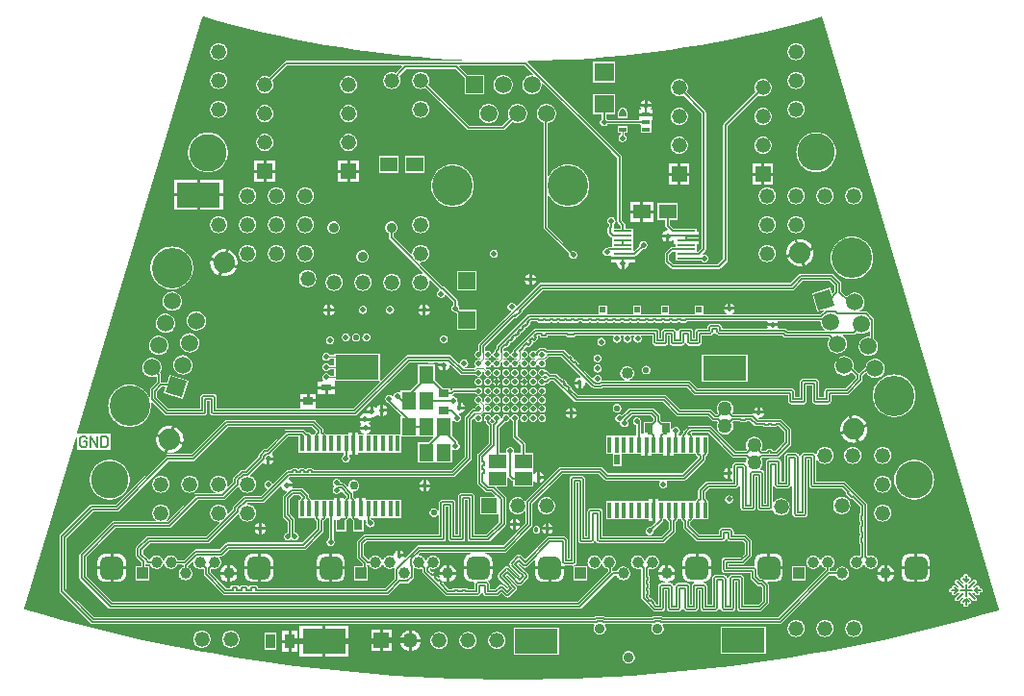
<source format=gtl>
%FSLAX25Y25*%
%MOIN*%
G70*
G01*
G75*
G04 Layer_Physical_Order=1*
G04 Layer_Color=255*
%ADD10C,0.00605*%
%ADD11R,0.03347X0.05118*%
%ADD12R,0.07087X0.06299*%
%ADD13C,0.02000*%
%ADD14R,0.01378X0.05512*%
%ADD15R,0.15000X0.08500*%
%ADD16R,0.02756X0.01575*%
%ADD17R,0.03543X0.02756*%
%ADD18R,0.06496X0.00984*%
%ADD19R,0.06496X0.00984*%
%ADD20R,0.06000X0.06000*%
%ADD21R,0.02756X0.03543*%
%ADD22R,0.05000X0.06000*%
%ADD23R,0.06000X0.05000*%
%ADD24C,0.00800*%
%ADD25C,0.02000*%
%ADD26C,0.00425*%
%ADD27C,0.00500*%
%ADD28C,0.00400*%
%ADD29C,0.00600*%
%ADD30C,0.05000*%
%ADD31R,0.05906X0.05906*%
%ADD32C,0.05906*%
%ADD33C,0.14000*%
%ADD34C,0.07400*%
%ADD35P,0.08352X4X152.0*%
%ADD36P,0.08352X4X298.0*%
%ADD37R,0.02362X0.03740*%
%ADD38C,0.03000*%
%ADD39C,0.04000*%
%ADD40P,0.02165X8X22.5*%
%ADD41R,0.03740X0.02362*%
%ADD42R,0.03937X0.03937*%
%ADD43C,0.03937*%
G04:AMPARAMS|DCode=44|XSize=78.74mil|YSize=78.74mil|CornerRadius=19.69mil|HoleSize=0mil|Usage=FLASHONLY|Rotation=0.000|XOffset=0mil|YOffset=0mil|HoleType=Round|Shape=RoundedRectangle|*
%AMROUNDEDRECTD44*
21,1,0.07874,0.03937,0,0,0.0*
21,1,0.03937,0.07874,0,0,0.0*
1,1,0.03937,0.01969,-0.01969*
1,1,0.03937,-0.01969,-0.01969*
1,1,0.03937,-0.01969,0.01969*
1,1,0.03937,0.01969,0.01969*
%
%ADD44ROUNDEDRECTD44*%
%ADD45C,0.03500*%
%ADD46R,0.05200X0.05200*%
%ADD47C,0.05200*%
%ADD48R,0.05200X0.05200*%
%ADD49R,0.02000X0.02000*%
%ADD50C,0.13000*%
%ADD51C,0.01800*%
%ADD52C,0.02200*%
G36*
X143364Y340127D02*
X148618Y338706D01*
X153891Y337361D01*
X159183Y336090D01*
X164492Y334895D01*
X169818Y333776D01*
X175159Y332734D01*
X180515Y331768D01*
X185884Y330878D01*
X191265Y330065D01*
X196657Y329329D01*
X202059Y328670D01*
X207470Y328088D01*
X212889Y327584D01*
X218314Y327157D01*
X223745Y326807D01*
X227756Y326607D01*
X227746Y326207D01*
X166928D01*
X166719Y326179D01*
X166525Y326099D01*
X166357Y325971D01*
X161002Y320615D01*
X160894Y320681D01*
X160458Y320862D01*
X159999Y320972D01*
X159528Y321009D01*
X159057Y320972D01*
X158598Y320862D01*
X158162Y320681D01*
X157759Y320435D01*
X157400Y320128D01*
X157093Y319769D01*
X156847Y319366D01*
X156666Y318930D01*
X156556Y318471D01*
X156519Y318000D01*
X156556Y317529D01*
X156666Y317070D01*
X156847Y316634D01*
X157093Y316231D01*
X157400Y315872D01*
X157759Y315565D01*
X158162Y315319D01*
X158598Y315138D01*
X159057Y315028D01*
X159528Y314991D01*
X159999Y315028D01*
X160458Y315138D01*
X160894Y315319D01*
X161297Y315565D01*
X161656Y315872D01*
X161963Y316231D01*
X162209Y316634D01*
X162390Y317070D01*
X162500Y317529D01*
X162537Y318000D01*
X162500Y318471D01*
X162390Y318930D01*
X162209Y319366D01*
X162143Y319474D01*
X167262Y324593D01*
X206957D01*
X207110Y324223D01*
X205002Y322115D01*
X204894Y322181D01*
X204458Y322362D01*
X203999Y322472D01*
X203528Y322509D01*
X203057Y322472D01*
X202598Y322362D01*
X202162Y322181D01*
X201759Y321935D01*
X201400Y321628D01*
X201093Y321269D01*
X200847Y320866D01*
X200666Y320430D01*
X200556Y319971D01*
X200519Y319500D01*
X200556Y319029D01*
X200666Y318570D01*
X200847Y318134D01*
X201093Y317731D01*
X201400Y317372D01*
X201759Y317065D01*
X202162Y316819D01*
X202598Y316638D01*
X203057Y316528D01*
X203528Y316491D01*
X203999Y316528D01*
X204458Y316638D01*
X204894Y316819D01*
X205297Y317065D01*
X205656Y317372D01*
X205963Y317731D01*
X206209Y318134D01*
X206390Y318570D01*
X206500Y319029D01*
X206537Y319500D01*
X206500Y319971D01*
X206390Y320430D01*
X206209Y320866D01*
X206143Y320974D01*
X208562Y323393D01*
X225494D01*
X228675Y320212D01*
Y314647D01*
X235381D01*
Y321353D01*
X229816D01*
X226946Y324223D01*
X227099Y324593D01*
X249601D01*
X252489Y321705D01*
X252324Y321340D01*
X252028Y321360D01*
X251589Y321331D01*
X251158Y321245D01*
X250742Y321104D01*
X250348Y320910D01*
X249983Y320666D01*
X249652Y320376D01*
X249362Y320045D01*
X249118Y319680D01*
X248924Y319286D01*
X248782Y318870D01*
X248697Y318439D01*
X248668Y318000D01*
X248697Y317561D01*
X248782Y317130D01*
X248924Y316714D01*
X249118Y316320D01*
X249362Y315955D01*
X249652Y315624D01*
X249983Y315334D01*
X250348Y315090D01*
X250742Y314896D01*
X251158Y314755D01*
X251589Y314669D01*
X252028Y314640D01*
X252467Y314669D01*
X252898Y314755D01*
X253314Y314896D01*
X253708Y315090D01*
X254073Y315334D01*
X254404Y315624D01*
X254694Y315955D01*
X254938Y316320D01*
X255132Y316714D01*
X255273Y317130D01*
X255359Y317561D01*
X255388Y318000D01*
X255368Y318296D01*
X255733Y318461D01*
X279341Y294853D01*
X279457Y294701D01*
X281593Y292566D01*
Y270700D01*
X281621Y270491D01*
X281701Y270297D01*
X281829Y270129D01*
X282796Y269163D01*
Y268116D01*
X280623D01*
X280485Y268223D01*
X280333Y268449D01*
X280379Y268560D01*
X280407Y268769D01*
Y269551D01*
X280595Y269705D01*
X280770Y269918D01*
X280900Y270162D01*
X280980Y270426D01*
X281007Y270700D01*
X280980Y270974D01*
X280900Y271238D01*
X280770Y271482D01*
X280595Y271695D01*
X280382Y271870D01*
X280138Y272000D01*
X279874Y272080D01*
X279600Y272107D01*
X279326Y272080D01*
X279062Y272000D01*
X278818Y271870D01*
X278605Y271695D01*
X278430Y271482D01*
X278300Y271238D01*
X278220Y270974D01*
X278193Y270700D01*
X278220Y270426D01*
X278300Y270162D01*
X278430Y269918D01*
X278605Y269705D01*
X278793Y269551D01*
Y269103D01*
X278457Y268767D01*
X278329Y268600D01*
X278249Y268406D01*
X278221Y268197D01*
Y266622D01*
X278249Y266413D01*
X278249Y266413D01*
X278249D01*
X278329Y266218D01*
X278457Y266051D01*
X279429Y265079D01*
X279596Y264951D01*
X279791Y264870D01*
X279955Y264849D01*
X279955Y264849D01*
X279955Y264849D01*
D01*
Y264757D01*
Y263183D01*
Y261732D01*
X278953D01*
X278744Y261705D01*
X278550Y261624D01*
X278383Y261496D01*
X278270Y261383D01*
X278028Y261407D01*
X277753Y261380D01*
X277490Y261300D01*
X277246Y261170D01*
X277033Y260995D01*
X276858Y260782D01*
X276728Y260538D01*
X276648Y260274D01*
X276621Y260000D01*
X276648Y259726D01*
X276728Y259462D01*
X276858Y259218D01*
X277033Y259005D01*
X277246Y258830D01*
X277490Y258700D01*
X277753Y258620D01*
X278028Y258593D01*
X278302Y258620D01*
X278566Y258700D01*
X278810Y258830D01*
X278993Y258981D01*
X279133Y258915D01*
X279355Y258733D01*
Y258276D01*
X287851D01*
Y258588D01*
X288003Y258652D01*
X288171Y258780D01*
X290433Y261042D01*
X290675Y261018D01*
X290949Y261046D01*
X291213Y261125D01*
X291456Y261256D01*
X291670Y261431D01*
X291845Y261644D01*
X291974Y261887D01*
X292055Y262151D01*
X292082Y262425D01*
X292055Y262700D01*
X291974Y262964D01*
X291845Y263207D01*
X291670Y263420D01*
X291456Y263595D01*
X291213Y263725D01*
X290949Y263805D01*
X290675Y263832D01*
X290400Y263805D01*
X290137Y263725D01*
X289893Y263595D01*
X289680Y263420D01*
X289505Y263207D01*
X289375Y262964D01*
X289295Y262700D01*
X289268Y262425D01*
X289292Y262183D01*
X287620Y260512D01*
X287251Y260665D01*
Y261608D01*
Y263183D01*
Y264757D01*
Y266332D01*
X287251D01*
Y268116D01*
X284410D01*
Y269497D01*
X284382Y269706D01*
X284302Y269901D01*
X284173Y270068D01*
X283207Y271034D01*
Y292900D01*
X283179Y293109D01*
X283099Y293303D01*
X282971Y293470D01*
X280715Y295726D01*
X280599Y295878D01*
X250623Y325853D01*
X250775Y326223D01*
X250944Y326225D01*
X256384Y326341D01*
X261823Y326536D01*
X267259Y326807D01*
X272689Y327157D01*
X278115Y327584D01*
X283533Y328088D01*
X288944Y328670D01*
X294346Y329329D01*
X299739Y330065D01*
X305120Y330878D01*
X310489Y331768D01*
X315844Y332734D01*
X321185Y333776D01*
X326511Y334895D01*
X331821Y336090D01*
X337112Y337361D01*
X342386Y338706D01*
X347639Y340127D01*
X352628Y341554D01*
X413982Y136018D01*
X413790Y135668D01*
X408610Y134184D01*
X401973Y132365D01*
X395316Y130622D01*
X388640Y128955D01*
X381945Y127364D01*
X375233Y125849D01*
X368504Y124411D01*
X361759Y123049D01*
X354999Y121764D01*
X348224Y120556D01*
X341437Y119426D01*
X334636Y118373D01*
X327825Y117397D01*
X321003Y116499D01*
X314171Y115678D01*
X307330Y114936D01*
X300481Y114271D01*
X293624Y113684D01*
X286762Y113175D01*
X279894Y112745D01*
X273022Y112393D01*
X266146Y112119D01*
X259268Y111923D01*
X252388Y111805D01*
X245507Y111766D01*
X238626Y111805D01*
X231746Y111923D01*
X224867Y112119D01*
X217991Y112393D01*
X211119Y112745D01*
X204252Y113175D01*
X197389Y113684D01*
X190533Y114271D01*
X183684Y114936D01*
X176843Y115678D01*
X170011Y116499D01*
X163189Y117397D01*
X156377Y118373D01*
X149577Y119426D01*
X142789Y120556D01*
X136015Y121764D01*
X129255Y123049D01*
X122510Y124411D01*
X115780Y125849D01*
X109068Y127364D01*
X102373Y128955D01*
X95697Y130622D01*
X89040Y132365D01*
X82404Y134184D01*
X76455Y135888D01*
X76263Y136239D01*
X94132Y195839D01*
X94528Y195781D01*
Y191500D01*
X106125D01*
Y197099D01*
X94845D01*
X94606Y197420D01*
X137785Y341437D01*
X138132Y341623D01*
X143364Y340127D01*
D02*
G37*
%LPC*%
G36*
X196166Y201500D02*
X192290D01*
X192371Y201231D01*
X192557Y200884D01*
X192807Y200579D01*
X192807Y200579D01*
X192807D01*
X192907Y200421D01*
X192657Y200116D01*
X192471Y199769D01*
X192390Y199500D01*
X196266D01*
X196185Y199769D01*
X195999Y200116D01*
X195749Y200421D01*
X195749Y200421D01*
X195749D01*
X195649Y200579D01*
Y200579D01*
X195899Y200884D01*
X196085Y201231D01*
X196166Y201500D01*
D02*
G37*
G36*
X249327Y203758D02*
X249063Y203732D01*
X248808Y203655D01*
X248573Y203530D01*
X248368Y203361D01*
X248199Y203155D01*
X248074Y202921D01*
X247997Y202666D01*
X247971Y202402D01*
X247997Y202137D01*
X248074Y201883D01*
X248199Y201648D01*
X248368Y201442D01*
X248573Y201274D01*
X248808Y201148D01*
X249063Y201071D01*
X249327Y201045D01*
X249592Y201071D01*
X249846Y201148D01*
X250081Y201274D01*
X250286Y201442D01*
X250455Y201648D01*
X250581Y201883D01*
X250658Y202137D01*
X250684Y202402D01*
X250658Y202666D01*
X250581Y202921D01*
X250455Y203155D01*
X250286Y203361D01*
X250081Y203530D01*
X249846Y203655D01*
X249592Y203732D01*
X249327Y203758D01*
D02*
G37*
G36*
X255626D02*
X255362Y203732D01*
X255107Y203655D01*
X254873Y203530D01*
X254667Y203361D01*
X254499Y203155D01*
X254373Y202921D01*
X254296Y202666D01*
X254270Y202402D01*
X254296Y202137D01*
X254373Y201883D01*
X254499Y201648D01*
X254667Y201442D01*
X254873Y201274D01*
X255107Y201148D01*
X255362Y201071D01*
X255626Y201045D01*
X255891Y201071D01*
X256146Y201148D01*
X256380Y201274D01*
X256586Y201442D01*
X256754Y201648D01*
X256880Y201883D01*
X256957Y202137D01*
X256983Y202402D01*
X256957Y202666D01*
X256880Y202921D01*
X256754Y203155D01*
X256586Y203361D01*
X256380Y203530D01*
X256146Y203655D01*
X255891Y203732D01*
X255626Y203758D01*
D02*
G37*
G36*
X252477D02*
X252212Y203732D01*
X251958Y203655D01*
X251723Y203530D01*
X251518Y203361D01*
X251349Y203155D01*
X251223Y202921D01*
X251146Y202666D01*
X251120Y202402D01*
X251146Y202137D01*
X251223Y201883D01*
X251349Y201648D01*
X251518Y201442D01*
X251723Y201274D01*
X251958Y201148D01*
X252212Y201071D01*
X252477Y201045D01*
X252741Y201071D01*
X252996Y201148D01*
X253231Y201274D01*
X253436Y201442D01*
X253605Y201648D01*
X253730Y201883D01*
X253807Y202137D01*
X253833Y202402D01*
X253807Y202666D01*
X253730Y202921D01*
X253605Y203155D01*
X253436Y203361D01*
X253231Y203530D01*
X252996Y203655D01*
X252741Y203732D01*
X252477Y203758D01*
D02*
G37*
G36*
X176639Y201614D02*
X146212D01*
X146028Y201589D01*
X145858Y201519D01*
X145711Y201406D01*
X134224Y189919D01*
X125539D01*
X125355Y189895D01*
X125184Y189824D01*
X125038Y189712D01*
X107834Y172509D01*
X99328D01*
X99145Y172484D01*
X98974Y172414D01*
X98827Y172301D01*
X88533Y162007D01*
X88420Y161860D01*
X88349Y161689D01*
X88325Y161506D01*
Y142473D01*
X88325Y142473D01*
X88325D01*
X88349Y142290D01*
X88420Y142119D01*
X88533Y141972D01*
X99211Y131294D01*
X99211Y131294D01*
X99274Y131245D01*
X99357Y131181D01*
X99528Y131111D01*
X99712Y131086D01*
X99712Y131086D01*
X273410D01*
X273715Y130826D01*
X273765Y130737D01*
X273606Y130479D01*
X273477Y130166D01*
X273398Y129837D01*
X273371Y129500D01*
X273398Y129163D01*
X273477Y128834D01*
X273606Y128521D01*
X273783Y128232D01*
X274003Y127975D01*
X274260Y127755D01*
X274549Y127578D01*
X274862Y127449D01*
X275191Y127370D01*
X275528Y127343D01*
X275865Y127370D01*
X276194Y127449D01*
X276507Y127578D01*
X276796Y127755D01*
X277053Y127975D01*
X277273Y128232D01*
X277450Y128521D01*
X277579Y128834D01*
X277658Y129163D01*
X277685Y129500D01*
X277658Y129837D01*
X277579Y130166D01*
X277450Y130479D01*
X277291Y130737D01*
X277341Y130826D01*
X277646Y131086D01*
X293410D01*
X293715Y130826D01*
X293765Y130737D01*
X293606Y130479D01*
X293477Y130166D01*
X293398Y129837D01*
X293371Y129500D01*
X293398Y129163D01*
X293477Y128834D01*
X293606Y128521D01*
X293783Y128232D01*
X294003Y127975D01*
X294260Y127755D01*
X294549Y127578D01*
X294862Y127449D01*
X295191Y127370D01*
X295528Y127343D01*
X295865Y127370D01*
X296194Y127449D01*
X296507Y127578D01*
X296796Y127755D01*
X297053Y127975D01*
X297273Y128232D01*
X297450Y128521D01*
X297579Y128834D01*
X297658Y129163D01*
X297685Y129500D01*
X297658Y129837D01*
X297579Y130166D01*
X297450Y130479D01*
X297291Y130737D01*
X297341Y130826D01*
X297646Y131086D01*
X338144D01*
X338328Y131111D01*
X338499Y131181D01*
X338645Y131294D01*
X355174Y147823D01*
X357250D01*
X357257Y147797D01*
X357399Y147453D01*
X357594Y147135D01*
X357836Y146852D01*
X358120Y146609D01*
X358438Y146415D01*
X358782Y146272D01*
X359144Y146185D01*
X359516Y146156D01*
X359888Y146185D01*
X360250Y146272D01*
X360595Y146415D01*
X360913Y146609D01*
X361196Y146852D01*
X361438Y147135D01*
X361633Y147453D01*
X361776Y147797D01*
X361863Y148160D01*
X361892Y148532D01*
X361863Y148903D01*
X361776Y149266D01*
X361633Y149610D01*
X361438Y149928D01*
X361196Y150212D01*
X360913Y150454D01*
X360595Y150648D01*
X360250Y150791D01*
X359888Y150878D01*
X359516Y150907D01*
X359144Y150878D01*
X358782Y150791D01*
X358438Y150648D01*
X358120Y150454D01*
X357836Y150212D01*
X357594Y149928D01*
X357399Y149610D01*
X357257Y149266D01*
X357250Y149240D01*
X355482D01*
X355219Y149541D01*
X355225Y149588D01*
Y150203D01*
X355250Y150209D01*
X355595Y150352D01*
X355913Y150547D01*
X356196Y150789D01*
X356438Y151072D01*
X356633Y151390D01*
X356776Y151734D01*
X356863Y152097D01*
X356892Y152469D01*
X356863Y152840D01*
X356776Y153203D01*
X356633Y153547D01*
X356438Y153865D01*
X356196Y154149D01*
X355913Y154391D01*
X355595Y154586D01*
X355250Y154728D01*
X354888Y154815D01*
X354516Y154844D01*
X354145Y154815D01*
X353782Y154728D01*
X353438Y154586D01*
X353120Y154391D01*
X352836Y154149D01*
X352594Y153865D01*
X352399Y153547D01*
X352257Y153203D01*
X352216Y153034D01*
X351816D01*
X351776Y153203D01*
X351633Y153547D01*
X351438Y153865D01*
X351196Y154149D01*
X350913Y154391D01*
X350595Y154586D01*
X350250Y154728D01*
X349888Y154815D01*
X349516Y154844D01*
X349145Y154815D01*
X348782Y154728D01*
X348438Y154586D01*
X348120Y154391D01*
X347836Y154149D01*
X347594Y153865D01*
X347399Y153547D01*
X347257Y153203D01*
X347170Y152840D01*
X347140Y152469D01*
X347170Y152097D01*
X347257Y151734D01*
X347399Y151390D01*
X347594Y151072D01*
X347836Y150789D01*
X348120Y150547D01*
X348438Y150352D01*
X348782Y150209D01*
X349145Y150122D01*
X349516Y150093D01*
X349888Y150122D01*
X350250Y150209D01*
X350595Y150352D01*
X350913Y150547D01*
X351196Y150789D01*
X351438Y151072D01*
X351633Y151390D01*
X351776Y151734D01*
X351816Y151903D01*
X352216D01*
X352257Y151734D01*
X352399Y151390D01*
X352594Y151072D01*
X352836Y150789D01*
X353120Y150547D01*
X353438Y150352D01*
X353699Y150243D01*
X353777Y149851D01*
X337435Y133509D01*
X297396D01*
X297314Y133571D01*
X297144Y133642D01*
X296960Y133666D01*
X294096D01*
X293913Y133642D01*
X293742Y133571D01*
X293660Y133509D01*
X277396D01*
X277314Y133571D01*
X277144Y133642D01*
X276960Y133666D01*
X274096D01*
X273913Y133642D01*
X273742Y133571D01*
X273660Y133509D01*
X100422D01*
X90747Y143183D01*
Y160796D01*
X100038Y170086D01*
X108544D01*
X108728Y170111D01*
X108899Y170181D01*
X109045Y170294D01*
X126248Y187497D01*
X134934D01*
X135117Y187521D01*
X135288Y187592D01*
X135435Y187705D01*
X135435Y187705D01*
X135435Y187705D01*
X146922Y199191D01*
X175929D01*
X177282Y197839D01*
Y197439D01*
X176945Y197101D01*
X176832Y196954D01*
X176761Y196783D01*
X176749Y196694D01*
X176357D01*
D01*
D01*
X176357Y196694D01*
X175976D01*
Y196694D01*
X175583D01*
X175571Y196783D01*
X175500Y196954D01*
X175388Y197101D01*
X175241Y197214D01*
X175070Y197284D01*
X174887Y197309D01*
X174042D01*
X173245Y198106D01*
X173098Y198219D01*
X172927Y198289D01*
X172744Y198314D01*
X166933D01*
X166750Y198289D01*
X166579Y198219D01*
X166432Y198106D01*
X166432Y198106D01*
X160042Y191716D01*
X159607D01*
X159607Y191716D01*
X159444Y191695D01*
X159423Y191692D01*
X159373Y191671D01*
X159252Y191621D01*
X159169Y191557D01*
X159106Y191508D01*
X159106Y191508D01*
X157519Y189922D01*
X157407Y189776D01*
X157336Y189605D01*
X157312Y189421D01*
Y188986D01*
X152842Y184516D01*
X151744D01*
X151744Y184516D01*
X151560Y184492D01*
X151390Y184421D01*
X151243Y184309D01*
X148720Y181785D01*
X148607Y181639D01*
X148536Y181468D01*
X148512Y181284D01*
Y180186D01*
X146813Y178699D01*
X146471Y178906D01*
X146500Y179029D01*
X146537Y179500D01*
X146500Y179971D01*
X146390Y180430D01*
X146209Y180866D01*
X145963Y181269D01*
X145656Y181628D01*
X145297Y181935D01*
X144894Y182181D01*
X144458Y182362D01*
X143999Y182472D01*
X143528Y182509D01*
X143057Y182472D01*
X142598Y182362D01*
X142162Y182181D01*
X141759Y181935D01*
X141400Y181628D01*
X141093Y181269D01*
X140847Y180866D01*
X140666Y180430D01*
X140556Y179971D01*
X140519Y179500D01*
X140556Y179029D01*
X140666Y178570D01*
X140847Y178134D01*
X141093Y177731D01*
X141400Y177372D01*
X141759Y177065D01*
X142162Y176819D01*
X142446Y176701D01*
X142368Y176309D01*
X135623D01*
X135440Y176284D01*
X135269Y176214D01*
X135122Y176101D01*
X125825Y166804D01*
X125428Y166851D01*
X125387Y166918D01*
X125324Y167089D01*
X125656Y167372D01*
X125963Y167731D01*
X126209Y168134D01*
X126390Y168570D01*
X126500Y169029D01*
X126537Y169500D01*
X126500Y169971D01*
X126390Y170430D01*
X126209Y170866D01*
X125963Y171269D01*
X125656Y171628D01*
X125297Y171935D01*
X124894Y172181D01*
X124458Y172362D01*
X123999Y172472D01*
X123528Y172509D01*
X123057Y172472D01*
X122598Y172362D01*
X122162Y172181D01*
X121759Y171935D01*
X121400Y171628D01*
X121093Y171269D01*
X120847Y170866D01*
X120666Y170430D01*
X120556Y169971D01*
X120519Y169500D01*
X120556Y169029D01*
X120666Y168570D01*
X120847Y168134D01*
X121093Y167731D01*
X121400Y167372D01*
X121732Y167089D01*
X121669Y166918D01*
X121544Y166714D01*
X107112D01*
X106928Y166689D01*
X106757Y166619D01*
X106611Y166506D01*
X95522Y155417D01*
X95409Y155271D01*
X95339Y155100D01*
X95315Y154916D01*
Y146884D01*
X95314Y146884D01*
X95315D01*
X95339Y146700D01*
X95409Y146529D01*
X95522Y146383D01*
X105511Y136394D01*
X105511Y136394D01*
X105511D01*
X105511Y136394D01*
X105511D01*
X105511Y136394D01*
Y136394D01*
Y136394D01*
D01*
D01*
X105511D01*
Y136394D01*
X105657Y136281D01*
X105828Y136211D01*
X106012Y136186D01*
X268544D01*
X268728Y136211D01*
X268899Y136281D01*
X269045Y136394D01*
X280474Y147823D01*
X281425D01*
X281431Y147797D01*
X281574Y147453D01*
X281769Y147135D01*
X282011Y146852D01*
X282294Y146609D01*
X282612Y146415D01*
X282957Y146272D01*
X283319Y146185D01*
X283691Y146156D01*
X284063Y146185D01*
X284425Y146272D01*
X284769Y146415D01*
X285087Y146609D01*
X285371Y146852D01*
X285613Y147135D01*
X285808Y147453D01*
X285950Y147797D01*
X286037Y148160D01*
X286067Y148532D01*
X286037Y148903D01*
X285950Y149266D01*
X285808Y149610D01*
X285613Y149928D01*
X285371Y150212D01*
X285087Y150454D01*
X284769Y150648D01*
X284425Y150791D01*
X284063Y150878D01*
X283691Y150907D01*
X283319Y150878D01*
X282957Y150791D01*
X282612Y150648D01*
X282294Y150454D01*
X282011Y150212D01*
X281769Y149928D01*
X281574Y149610D01*
X281431Y149266D01*
X281425Y149240D01*
X280181D01*
X280181Y149240D01*
D01*
D01*
D01*
X280181Y149240D01*
X280181Y149240D01*
X279937Y149257D01*
Y150454D01*
X280087Y150547D01*
X280371Y150789D01*
X280613Y151072D01*
X280808Y151390D01*
X280950Y151734D01*
X281037Y152097D01*
X281067Y152469D01*
X281037Y152840D01*
X280950Y153203D01*
X280808Y153547D01*
X280613Y153865D01*
X280371Y154149D01*
X280087Y154391D01*
X279769Y154586D01*
X279425Y154728D01*
X279063Y154815D01*
X278691Y154844D01*
X278319Y154815D01*
X277957Y154728D01*
X277612Y154586D01*
X277294Y154391D01*
X277011Y154149D01*
X276769Y153865D01*
X276574Y153547D01*
X276431Y153203D01*
X276391Y153034D01*
X275991D01*
X275950Y153203D01*
X275808Y153547D01*
X275613Y153865D01*
X275371Y154149D01*
X275087Y154391D01*
X274769Y154586D01*
X274425Y154728D01*
X274062Y154815D01*
X273691Y154844D01*
X273319Y154815D01*
X272957Y154728D01*
X272612Y154586D01*
X272294Y154391D01*
X272011Y154149D01*
X271769Y153865D01*
X271574Y153547D01*
X271431Y153203D01*
X271344Y152840D01*
X271315Y152469D01*
X271344Y152097D01*
X271431Y151734D01*
X271574Y151390D01*
X271769Y151072D01*
X272011Y150789D01*
X272294Y150547D01*
X272612Y150352D01*
X272957Y150209D01*
X273319Y150122D01*
X273691Y150093D01*
X274062Y150122D01*
X274425Y150209D01*
X274769Y150352D01*
X275087Y150547D01*
X275371Y150789D01*
X275613Y151072D01*
X275808Y151390D01*
X275950Y151734D01*
X275991Y151903D01*
X276391D01*
X276431Y151734D01*
X276574Y151390D01*
X276769Y151072D01*
X277011Y150789D01*
X277294Y150547D01*
X277612Y150352D01*
X277957Y150209D01*
X278319Y150122D01*
X278520Y150106D01*
Y149293D01*
X267834Y138609D01*
X106721D01*
X97737Y147593D01*
Y154207D01*
X107822Y164291D01*
X126444D01*
X126628Y164316D01*
X126799Y164386D01*
X126945Y164499D01*
X136333Y173886D01*
X145344D01*
X145528Y173911D01*
X145699Y173981D01*
X145845Y174094D01*
X145845Y174094D01*
X145845Y174094D01*
X150311Y178559D01*
X150703Y178481D01*
X150847Y178134D01*
X151093Y177731D01*
X151400Y177372D01*
X151759Y177065D01*
X152162Y176819D01*
X152598Y176638D01*
X153057Y176528D01*
X153528Y176491D01*
X153999Y176528D01*
X154458Y176638D01*
X154894Y176819D01*
X155297Y177065D01*
X155656Y177372D01*
X155963Y177731D01*
X156209Y178134D01*
X156390Y178570D01*
X156500Y179029D01*
X156537Y179500D01*
X156500Y179971D01*
X156390Y180430D01*
X156209Y180866D01*
X155963Y181269D01*
X155656Y181628D01*
X155297Y181935D01*
X154894Y182181D01*
X154547Y182325D01*
X154469Y182718D01*
X158791Y187040D01*
X159191Y187020D01*
X159307Y186879D01*
X159611Y186629D01*
X159959Y186443D01*
X160228Y186362D01*
Y188300D01*
X160728D01*
Y188800D01*
X162666D01*
X162585Y189069D01*
X162399Y189417D01*
X162149Y189721D01*
X162008Y189837D01*
X161988Y190237D01*
X167643Y195891D01*
X171238D01*
Y190382D01*
X173416D01*
Y190382D01*
X173416D01*
X173416Y190382D01*
X173798D01*
Y190382D01*
X175976D01*
Y190382D01*
X175976D01*
X175976Y190382D01*
X176357D01*
Y190382D01*
X178535D01*
Y190382D01*
X178534D01*
X178535Y190382D01*
X178916D01*
Y190382D01*
X181094D01*
Y190382D01*
X181094D01*
X181094Y190382D01*
X181475D01*
Y190382D01*
X183653D01*
Y190382D01*
X183653D01*
X183653Y190382D01*
X184034D01*
Y190382D01*
X186212D01*
Y190382D01*
X186212D01*
X186212Y190382D01*
X186593D01*
D01*
X186875Y190382D01*
Y189655D01*
X186845Y189638D01*
X186632Y189463D01*
X186457Y189250D01*
X186327Y189007D01*
X186247Y188743D01*
X186220Y188469D01*
X186247Y188194D01*
X186327Y187930D01*
X186457Y187687D01*
X186632Y187474D01*
X186845Y187299D01*
X187088Y187169D01*
X187352Y187089D01*
X187626Y187062D01*
X187901Y187089D01*
X188165Y187169D01*
X188408Y187299D01*
X188621Y187474D01*
X188796Y187687D01*
X188926Y187930D01*
X189006Y188194D01*
X189033Y188469D01*
X189006Y188743D01*
X188926Y189007D01*
X188796Y189250D01*
X188656Y189420D01*
X188752Y189623D01*
X188883Y189782D01*
X189741D01*
Y193538D01*
Y197294D01*
X188552D01*
Y196694D01*
X186593D01*
D01*
D01*
X186593Y196694D01*
X186212D01*
Y196694D01*
X184034D01*
D01*
D01*
X184034Y196694D01*
X183653D01*
Y196694D01*
X181475D01*
D01*
D01*
X181475Y196694D01*
X181094D01*
Y196694D01*
X180701D01*
X180692Y196762D01*
X180689Y196783D01*
X180668Y196833D01*
X180618Y196954D01*
X180555Y197037D01*
X180506Y197101D01*
X180506Y197101D01*
X179936Y197671D01*
Y198316D01*
X179912Y198500D01*
X179841Y198671D01*
X179729Y198817D01*
X177140Y201406D01*
X176993Y201519D01*
X176822Y201589D01*
X176639Y201614D01*
D02*
G37*
G36*
X126438Y199755D02*
X125912Y199704D01*
X125396Y199595D01*
X124895Y199429D01*
X124416Y199207D01*
X123964Y198934D01*
X123546Y198611D01*
X123167Y198244D01*
X122831Y197837D01*
X122543Y197395D01*
X122306Y196923D01*
X122297Y196897D01*
X126294Y195675D01*
X127515Y199672D01*
X127489Y199678D01*
X126966Y199746D01*
X126438Y199755D01*
D02*
G37*
G36*
X363761Y203251D02*
X363233Y203243D01*
X362710Y203175D01*
X362683Y203169D01*
X363905Y199172D01*
X367902Y200394D01*
X367893Y200419D01*
X367656Y200891D01*
X367368Y201333D01*
X367032Y201741D01*
X366653Y202108D01*
X366235Y202431D01*
X365783Y202704D01*
X365304Y202925D01*
X364803Y203092D01*
X364287Y203201D01*
X363761Y203251D01*
D02*
G37*
G36*
X361727Y202876D02*
X361702Y202867D01*
X361230Y202630D01*
X360788Y202342D01*
X360380Y202006D01*
X360013Y201627D01*
X359690Y201209D01*
X359417Y200758D01*
X359196Y200278D01*
X359029Y199777D01*
X358920Y199261D01*
X358870Y198735D01*
X358878Y198208D01*
X358946Y197684D01*
X358952Y197658D01*
X362949Y198880D01*
X361727Y202876D01*
D02*
G37*
G36*
X246178Y206908D02*
X245913Y206882D01*
X245658Y206804D01*
X245424Y206679D01*
X245218Y206510D01*
X245050Y206305D01*
X244924Y206070D01*
X244847Y205816D01*
X244821Y205551D01*
X244847Y205287D01*
X244924Y205032D01*
X245050Y204798D01*
X245218Y204592D01*
X245424Y204423D01*
X245658Y204298D01*
X245913Y204221D01*
X246178Y204195D01*
X246442Y204221D01*
X246697Y204298D01*
X246931Y204423D01*
X247137Y204592D01*
X247305Y204798D01*
X247431Y205032D01*
X247508Y205287D01*
X247534Y205551D01*
X247508Y205816D01*
X247431Y206070D01*
X247305Y206305D01*
X247137Y206510D01*
X246931Y206679D01*
X246697Y206804D01*
X246442Y206882D01*
X246178Y206908D01*
D02*
G37*
G36*
X243028D02*
X242763Y206882D01*
X242509Y206804D01*
X242274Y206679D01*
X242069Y206510D01*
X241900Y206305D01*
X241775Y206070D01*
X241698Y205816D01*
X241671Y205551D01*
X241698Y205287D01*
X241775Y205032D01*
X241900Y204798D01*
X242069Y204592D01*
X242274Y204423D01*
X242509Y204298D01*
X242763Y204221D01*
X243028Y204195D01*
X243293Y204221D01*
X243547Y204298D01*
X243782Y204423D01*
X243987Y204592D01*
X244156Y204798D01*
X244281Y205032D01*
X244358Y205287D01*
X244385Y205551D01*
X244358Y205816D01*
X244281Y206070D01*
X244156Y206305D01*
X243987Y206510D01*
X243782Y206679D01*
X243547Y206804D01*
X243293Y206882D01*
X243028Y206908D01*
D02*
G37*
G36*
X252477D02*
X252212Y206882D01*
X251958Y206804D01*
X251723Y206679D01*
X251518Y206510D01*
X251349Y206305D01*
X251223Y206070D01*
X251146Y205816D01*
X251120Y205551D01*
X251146Y205287D01*
X251223Y205032D01*
X251349Y204798D01*
X251518Y204592D01*
X251723Y204423D01*
X251958Y204298D01*
X252212Y204221D01*
X252477Y204195D01*
X252741Y204221D01*
X252996Y204298D01*
X253231Y204423D01*
X253436Y204592D01*
X253605Y204798D01*
X253730Y205032D01*
X253807Y205287D01*
X253833Y205551D01*
X253807Y205816D01*
X253730Y206070D01*
X253605Y206305D01*
X253436Y206510D01*
X253231Y206679D01*
X252996Y206804D01*
X252741Y206882D01*
X252477Y206908D01*
D02*
G37*
G36*
X249327D02*
X249063Y206882D01*
X248808Y206804D01*
X248573Y206679D01*
X248368Y206510D01*
X248199Y206305D01*
X248074Y206070D01*
X247997Y205816D01*
X247971Y205551D01*
X247997Y205287D01*
X248074Y205032D01*
X248199Y204798D01*
X248368Y204592D01*
X248573Y204423D01*
X248808Y204298D01*
X249063Y204221D01*
X249327Y204195D01*
X249592Y204221D01*
X249846Y204298D01*
X250081Y204423D01*
X250286Y204592D01*
X250455Y204798D01*
X250581Y205032D01*
X250658Y205287D01*
X250684Y205551D01*
X250658Y205816D01*
X250581Y206070D01*
X250455Y206305D01*
X250286Y206510D01*
X250081Y206679D01*
X249846Y206804D01*
X249592Y206882D01*
X249327Y206908D01*
D02*
G37*
G36*
X239878D02*
X239614Y206882D01*
X239359Y206804D01*
X239125Y206679D01*
X238919Y206510D01*
X238751Y206305D01*
X238625Y206070D01*
X238548Y205816D01*
X238522Y205551D01*
X238548Y205287D01*
X238625Y205032D01*
X238751Y204798D01*
X238919Y204592D01*
X239125Y204423D01*
X239359Y204298D01*
X239614Y204221D01*
X239878Y204195D01*
X240143Y204221D01*
X240398Y204298D01*
X240632Y204423D01*
X240838Y204592D01*
X241006Y204798D01*
X241132Y205032D01*
X241209Y205287D01*
X241235Y205551D01*
X241209Y205816D01*
X241132Y206070D01*
X241006Y206305D01*
X240838Y206510D01*
X240632Y206679D01*
X240398Y206804D01*
X240143Y206882D01*
X239878Y206908D01*
D02*
G37*
G36*
X267562Y203700D02*
X266228D01*
Y202366D01*
X266459Y202436D01*
X266789Y202613D01*
X267078Y202850D01*
X267315Y203139D01*
X267492Y203469D01*
X267562Y203700D01*
D02*
G37*
G36*
X265228D02*
X263894D01*
X263964Y203469D01*
X264141Y203139D01*
X264378Y202850D01*
X264667Y202613D01*
X264997Y202436D01*
X265228Y202366D01*
Y203700D01*
D02*
G37*
G36*
X201966Y204600D02*
X200528D01*
Y203162D01*
X200797Y203243D01*
X201145Y203429D01*
X201449Y203679D01*
X201699Y203983D01*
X201885Y204331D01*
X201966Y204600D01*
D02*
G37*
G36*
X377481Y217533D02*
X376755Y217496D01*
X376036Y217388D01*
X375331Y217210D01*
X374647Y216963D01*
X373990Y216651D01*
X373367Y216276D01*
X372784Y215841D01*
X372247Y215352D01*
X371760Y214812D01*
X371328Y214227D01*
X370955Y213603D01*
X370646Y212945D01*
X370403Y212260D01*
X370227Y211554D01*
X370122Y210835D01*
X370088Y210108D01*
X370125Y209382D01*
X370234Y208663D01*
X370412Y207958D01*
X370658Y207274D01*
X370971Y206618D01*
X371346Y205995D01*
X371780Y205412D01*
X372270Y204874D01*
X372809Y204387D01*
X373394Y203955D01*
X374019Y203583D01*
X374677Y203273D01*
X375362Y203030D01*
X376067Y202855D01*
X376787Y202750D01*
X377513Y202715D01*
X378239Y202753D01*
X378958Y202861D01*
X379663Y203039D01*
X380347Y203286D01*
X381004Y203598D01*
X381627Y203973D01*
X382210Y204408D01*
X382747Y204897D01*
X383235Y205437D01*
X383666Y206022D01*
X384039Y206646D01*
X384348Y207304D01*
X384592Y207989D01*
X384767Y208695D01*
X384872Y209414D01*
X384906Y210140D01*
X384869Y210867D01*
X384760Y211586D01*
X384582Y212291D01*
X384336Y212975D01*
X384023Y213631D01*
X383648Y214254D01*
X383214Y214837D01*
X382724Y215375D01*
X382185Y215862D01*
X381600Y216294D01*
X380975Y216666D01*
X380317Y216975D01*
X379632Y217219D01*
X378927Y217394D01*
X378207Y217499D01*
X377481Y217533D01*
D02*
G37*
G36*
X214434Y180938D02*
X214164Y180857D01*
X213817Y180671D01*
X213512Y180421D01*
X213263Y180116D01*
X213077Y179769D01*
X212995Y179500D01*
X214434D01*
Y180938D01*
D02*
G37*
G36*
X216872Y178500D02*
X215434D01*
Y177062D01*
X215703Y177143D01*
X216050Y177329D01*
X216355Y177579D01*
X216605Y177884D01*
X216790Y178231D01*
X216872Y178500D01*
D02*
G37*
G36*
X256162Y181300D02*
X254828D01*
Y179966D01*
X255059Y180036D01*
X255389Y180213D01*
X255678Y180450D01*
X255915Y180739D01*
X256092Y181069D01*
X256162Y181300D01*
D02*
G37*
G36*
X215434Y180938D02*
Y179500D01*
X216872D01*
X216790Y179769D01*
X216605Y180116D01*
X216355Y180421D01*
X216050Y180671D01*
X215703Y180857D01*
X215434Y180938D01*
D02*
G37*
G36*
X133528Y182509D02*
X133057Y182472D01*
X132598Y182362D01*
X132162Y182181D01*
X131759Y181935D01*
X131400Y181628D01*
X131093Y181269D01*
X130847Y180866D01*
X130666Y180430D01*
X130556Y179971D01*
X130519Y179500D01*
X130556Y179029D01*
X130666Y178570D01*
X130847Y178134D01*
X131093Y177731D01*
X131400Y177372D01*
X131759Y177065D01*
X132162Y176819D01*
X132598Y176638D01*
X133057Y176528D01*
X133528Y176491D01*
X133999Y176528D01*
X134458Y176638D01*
X134894Y176819D01*
X135297Y177065D01*
X135656Y177372D01*
X135963Y177731D01*
X136209Y178134D01*
X136390Y178570D01*
X136500Y179029D01*
X136537Y179500D01*
X136500Y179971D01*
X136390Y180430D01*
X136209Y180866D01*
X135963Y181269D01*
X135656Y181628D01*
X135297Y181935D01*
X134894Y182181D01*
X134458Y182362D01*
X133999Y182472D01*
X133528Y182509D01*
D02*
G37*
G36*
X123528D02*
X123057Y182472D01*
X122598Y182362D01*
X122162Y182181D01*
X121759Y181935D01*
X121400Y181628D01*
X121093Y181269D01*
X120847Y180866D01*
X120666Y180430D01*
X120556Y179971D01*
X120519Y179500D01*
X120556Y179029D01*
X120666Y178570D01*
X120847Y178134D01*
X121093Y177731D01*
X121400Y177372D01*
X121759Y177065D01*
X122162Y176819D01*
X122598Y176638D01*
X123057Y176528D01*
X123528Y176491D01*
X123999Y176528D01*
X124458Y176638D01*
X124894Y176819D01*
X125297Y177065D01*
X125656Y177372D01*
X125963Y177731D01*
X126209Y178134D01*
X126390Y178570D01*
X126500Y179029D01*
X126537Y179500D01*
X126500Y179971D01*
X126390Y180430D01*
X126209Y180866D01*
X125963Y181269D01*
X125656Y181628D01*
X125297Y181935D01*
X124894Y182181D01*
X124458Y182362D01*
X123999Y182472D01*
X123528Y182509D01*
D02*
G37*
G36*
X214434Y178500D02*
X212995D01*
X213077Y178231D01*
X213263Y177884D01*
X213512Y177579D01*
X213817Y177329D01*
X214164Y177143D01*
X214434Y177062D01*
Y178500D01*
D02*
G37*
G36*
X373528Y182509D02*
X373057Y182472D01*
X372598Y182362D01*
X372162Y182181D01*
X371759Y181935D01*
X371400Y181628D01*
X371093Y181269D01*
X370847Y180866D01*
X370666Y180430D01*
X370556Y179971D01*
X370519Y179500D01*
X370556Y179029D01*
X370666Y178570D01*
X370847Y178134D01*
X371093Y177731D01*
X371400Y177372D01*
X371759Y177065D01*
X372162Y176819D01*
X372598Y176638D01*
X373057Y176528D01*
X373528Y176491D01*
X373999Y176528D01*
X374458Y176638D01*
X374894Y176819D01*
X375297Y177065D01*
X375656Y177372D01*
X375963Y177731D01*
X376209Y178134D01*
X376390Y178570D01*
X376500Y179029D01*
X376537Y179500D01*
X376500Y179971D01*
X376390Y180430D01*
X376209Y180866D01*
X375963Y181269D01*
X375656Y181628D01*
X375297Y181935D01*
X374894Y182181D01*
X374458Y182362D01*
X373999Y182472D01*
X373528Y182509D01*
D02*
G37*
G36*
X254828Y183634D02*
Y182300D01*
X256162D01*
X256092Y182531D01*
X255915Y182861D01*
X255678Y183150D01*
X255389Y183387D01*
X255059Y183564D01*
X254828Y183634D01*
D02*
G37*
G36*
X363241Y197923D02*
X359245Y196701D01*
X359254Y196676D01*
X359491Y196204D01*
X359779Y195762D01*
X360115Y195354D01*
X360494Y194987D01*
X360912Y194665D01*
X361363Y194391D01*
X361843Y194170D01*
X362344Y194004D01*
X362860Y193895D01*
X363386Y193844D01*
X363913Y193852D01*
X364437Y193920D01*
X364463Y193927D01*
X363241Y197923D01*
D02*
G37*
G36*
X122004Y195941D02*
X121998Y195915D01*
X121930Y195391D01*
X121922Y194863D01*
X121972Y194338D01*
X122081Y193821D01*
X122248Y193320D01*
X122469Y192841D01*
X122743Y192390D01*
X123065Y191972D01*
X123432Y191592D01*
X123840Y191256D01*
X124282Y190968D01*
X124754Y190732D01*
X124779Y190722D01*
X126001Y194719D01*
X122004Y195941D01*
D02*
G37*
G36*
X368194Y199438D02*
X364198Y198216D01*
X365420Y194219D01*
X365445Y194228D01*
X365917Y194465D01*
X366359Y194753D01*
X366767Y195089D01*
X367134Y195468D01*
X367456Y195886D01*
X367730Y196338D01*
X367951Y196817D01*
X368117Y197318D01*
X368226Y197834D01*
X368277Y198360D01*
X368268Y198888D01*
X368201Y199411D01*
X368194Y199438D01*
D02*
G37*
G36*
X128472Y199380D02*
X127250Y195383D01*
X131247Y194161D01*
X131253Y194187D01*
X131321Y194711D01*
X131329Y195239D01*
X131279Y195764D01*
X131169Y196281D01*
X131003Y196782D01*
X130782Y197261D01*
X130508Y197712D01*
X130186Y198130D01*
X129819Y198510D01*
X129411Y198846D01*
X128969Y199134D01*
X128497Y199370D01*
X128472Y199380D01*
D02*
G37*
G36*
X363128Y192509D02*
X362657Y192472D01*
X362198Y192362D01*
X361762Y192181D01*
X361359Y191935D01*
X361000Y191628D01*
X360693Y191269D01*
X360447Y190866D01*
X360266Y190430D01*
X360156Y189971D01*
X360119Y189500D01*
X360156Y189029D01*
X360266Y188570D01*
X360447Y188134D01*
X360693Y187731D01*
X361000Y187372D01*
X361359Y187065D01*
X361762Y186819D01*
X362198Y186638D01*
X362657Y186528D01*
X363128Y186491D01*
X363599Y186528D01*
X364058Y186638D01*
X364494Y186819D01*
X364897Y187065D01*
X365256Y187372D01*
X365563Y187731D01*
X365809Y188134D01*
X365990Y188570D01*
X366100Y189029D01*
X366137Y189500D01*
X366100Y189971D01*
X365990Y190430D01*
X365809Y190866D01*
X365563Y191269D01*
X365256Y191628D01*
X364897Y191935D01*
X364494Y192181D01*
X364058Y192362D01*
X363599Y192472D01*
X363128Y192509D01*
D02*
G37*
G36*
X162666Y187800D02*
X161228D01*
Y186362D01*
X161497Y186443D01*
X161845Y186629D01*
X162149Y186879D01*
X162399Y187183D01*
X162585Y187531D01*
X162666Y187800D01*
D02*
G37*
G36*
X126957Y194427D02*
X125735Y190430D01*
X125762Y190423D01*
X126285Y190356D01*
X126813Y190347D01*
X127339Y190398D01*
X127855Y190507D01*
X128356Y190673D01*
X128835Y190894D01*
X129287Y191168D01*
X129705Y191490D01*
X130084Y191858D01*
X130420Y192265D01*
X130708Y192707D01*
X130945Y193179D01*
X130954Y193205D01*
X126957Y194427D01*
D02*
G37*
G36*
X373528Y192509D02*
X373057Y192472D01*
X372598Y192362D01*
X372162Y192181D01*
X371759Y191935D01*
X371400Y191628D01*
X371093Y191269D01*
X370847Y190866D01*
X370666Y190430D01*
X370556Y189971D01*
X370519Y189500D01*
X370556Y189029D01*
X370666Y188570D01*
X370847Y188134D01*
X371093Y187731D01*
X371400Y187372D01*
X371759Y187065D01*
X372162Y186819D01*
X372598Y186638D01*
X373057Y186528D01*
X373528Y186491D01*
X373999Y186528D01*
X374458Y186638D01*
X374894Y186819D01*
X375297Y187065D01*
X375656Y187372D01*
X375963Y187731D01*
X376209Y188134D01*
X376390Y188570D01*
X376500Y189029D01*
X376537Y189500D01*
X376500Y189971D01*
X376390Y190430D01*
X376209Y190866D01*
X375963Y191269D01*
X375656Y191628D01*
X375297Y191935D01*
X374894Y192181D01*
X374458Y192362D01*
X373999Y192472D01*
X373528Y192509D01*
D02*
G37*
G36*
X255626Y206908D02*
X255362Y206882D01*
X255107Y206804D01*
X254873Y206679D01*
X254667Y206510D01*
X254499Y206305D01*
X254373Y206070D01*
X254296Y205816D01*
X254270Y205551D01*
X254296Y205287D01*
X254373Y205032D01*
X254499Y204798D01*
X254667Y204592D01*
X254873Y204423D01*
X255107Y204298D01*
X255362Y204221D01*
X255626Y204195D01*
X255891Y204221D01*
X256146Y204298D01*
X256380Y204423D01*
X256586Y204592D01*
X256754Y204798D01*
X256880Y205032D01*
X256957Y205287D01*
X256983Y205551D01*
X256957Y205816D01*
X256880Y206070D01*
X256754Y206305D01*
X256586Y206510D01*
X256380Y206679D01*
X256146Y206804D01*
X255891Y206882D01*
X255626Y206908D01*
D02*
G37*
G36*
Y213207D02*
X255362Y213181D01*
X255107Y213104D01*
X254873Y212978D01*
X254667Y212810D01*
X254499Y212604D01*
X254373Y212369D01*
X254296Y212115D01*
X254270Y211850D01*
X254296Y211586D01*
X254373Y211331D01*
X254499Y211097D01*
X254667Y210891D01*
X254873Y210722D01*
X255107Y210597D01*
X255362Y210520D01*
X255626Y210494D01*
X255891Y210520D01*
X256146Y210597D01*
X256380Y210722D01*
X256586Y210891D01*
X256754Y211097D01*
X256880Y211331D01*
X256957Y211586D01*
X256983Y211850D01*
X256957Y212115D01*
X256880Y212369D01*
X256754Y212604D01*
X256586Y212810D01*
X256380Y212978D01*
X256146Y213104D01*
X255891Y213181D01*
X255626Y213207D01*
D02*
G37*
G36*
X252477D02*
X252212Y213181D01*
X251958Y213104D01*
X251723Y212978D01*
X251518Y212810D01*
X251349Y212604D01*
X251223Y212369D01*
X251146Y212115D01*
X251120Y211850D01*
X251146Y211586D01*
X251223Y211331D01*
X251349Y211097D01*
X251518Y210891D01*
X251723Y210722D01*
X251958Y210597D01*
X252212Y210520D01*
X252477Y210494D01*
X252741Y210520D01*
X252996Y210597D01*
X253231Y210722D01*
X253436Y210891D01*
X253605Y211097D01*
X253730Y211331D01*
X253807Y211586D01*
X253833Y211850D01*
X253807Y212115D01*
X253730Y212369D01*
X253605Y212604D01*
X253436Y212810D01*
X253231Y212978D01*
X252996Y213104D01*
X252741Y213181D01*
X252477Y213207D01*
D02*
G37*
G36*
X183705Y212476D02*
X181335D01*
Y210795D01*
X183705D01*
Y212476D01*
D02*
G37*
G36*
X180335D02*
X177965D01*
Y210795D01*
X180335D01*
Y212476D01*
D02*
G37*
G36*
X243028Y213207D02*
X242763Y213181D01*
X242509Y213104D01*
X242274Y212978D01*
X242069Y212810D01*
X241900Y212604D01*
X241775Y212369D01*
X241698Y212115D01*
X241671Y211850D01*
X241698Y211586D01*
X241775Y211331D01*
X241900Y211097D01*
X242069Y210891D01*
X242274Y210722D01*
X242509Y210597D01*
X242763Y210520D01*
X243028Y210494D01*
X243293Y210520D01*
X243547Y210597D01*
X243782Y210722D01*
X243987Y210891D01*
X244156Y211097D01*
X244281Y211331D01*
X244358Y211586D01*
X244385Y211850D01*
X244358Y212115D01*
X244281Y212369D01*
X244156Y212604D01*
X243987Y212810D01*
X243782Y212978D01*
X243547Y213104D01*
X243293Y213181D01*
X243028Y213207D01*
D02*
G37*
G36*
X239878D02*
X239614Y213181D01*
X239359Y213104D01*
X239125Y212978D01*
X238919Y212810D01*
X238751Y212604D01*
X238625Y212369D01*
X238548Y212115D01*
X238522Y211850D01*
X238548Y211586D01*
X238625Y211331D01*
X238751Y211097D01*
X238919Y210891D01*
X239125Y210722D01*
X239359Y210597D01*
X239614Y210520D01*
X239878Y210494D01*
X240143Y210520D01*
X240398Y210597D01*
X240632Y210722D01*
X240838Y210891D01*
X241006Y211097D01*
X241132Y211331D01*
X241209Y211586D01*
X241235Y211850D01*
X241209Y212115D01*
X241132Y212369D01*
X241006Y212604D01*
X240838Y212810D01*
X240632Y212978D01*
X240398Y213104D01*
X240143Y213181D01*
X239878Y213207D01*
D02*
G37*
G36*
X249327D02*
X249063Y213181D01*
X248808Y213104D01*
X248573Y212978D01*
X248368Y212810D01*
X248199Y212604D01*
X248074Y212369D01*
X247997Y212115D01*
X247971Y211850D01*
X247997Y211586D01*
X248074Y211331D01*
X248199Y211097D01*
X248368Y210891D01*
X248573Y210722D01*
X248808Y210597D01*
X249063Y210520D01*
X249327Y210494D01*
X249592Y210520D01*
X249846Y210597D01*
X250081Y210722D01*
X250286Y210891D01*
X250455Y211097D01*
X250581Y211331D01*
X250658Y211586D01*
X250684Y211850D01*
X250658Y212115D01*
X250581Y212369D01*
X250455Y212604D01*
X250286Y212810D01*
X250081Y212978D01*
X249846Y213104D01*
X249592Y213181D01*
X249327Y213207D01*
D02*
G37*
G36*
X246178D02*
X245913Y213181D01*
X245658Y213104D01*
X245424Y212978D01*
X245218Y212810D01*
X245050Y212604D01*
X244924Y212369D01*
X244847Y212115D01*
X244821Y211850D01*
X244847Y211586D01*
X244924Y211331D01*
X245050Y211097D01*
X245218Y210891D01*
X245424Y210722D01*
X245658Y210597D01*
X245913Y210520D01*
X246178Y210494D01*
X246442Y210520D01*
X246697Y210597D01*
X246931Y210722D01*
X247137Y210891D01*
X247305Y211097D01*
X247431Y211331D01*
X247508Y211586D01*
X247534Y211850D01*
X247508Y212115D01*
X247431Y212369D01*
X247305Y212604D01*
X247137Y212810D01*
X246931Y212978D01*
X246697Y213104D01*
X246442Y213181D01*
X246178Y213207D01*
D02*
G37*
G36*
X218428Y220900D02*
X212628D01*
Y214575D01*
X209953Y211900D01*
X206628D01*
Y211558D01*
X206355Y211225D01*
X206285Y211183D01*
X206066Y211300D01*
X205802Y211380D01*
X205528Y211407D01*
X205254Y211380D01*
X204990Y211300D01*
X204746Y211170D01*
X204533Y210995D01*
X204358Y210782D01*
X204228Y210538D01*
X204148Y210274D01*
X204127Y210062D01*
X203745Y209946D01*
X203623Y210095D01*
X203410Y210270D01*
X203166Y210400D01*
X202903Y210480D01*
X202628Y210507D01*
X202354Y210480D01*
X202090Y210400D01*
X201847Y210270D01*
X201633Y210095D01*
X201458Y209882D01*
X201328Y209638D01*
X201248Y209374D01*
X201221Y209100D01*
X201248Y208826D01*
X201328Y208562D01*
X201458Y208318D01*
X201633Y208105D01*
X201847Y207930D01*
X202090Y207800D01*
X202229Y207758D01*
X206762Y203224D01*
X206628Y202900D01*
X206628D01*
X206628Y202900D01*
Y196694D01*
X204507D01*
D01*
D01*
X204507Y196694D01*
X204125D01*
Y196694D01*
X201948D01*
D01*
D01*
X201948Y196694D01*
X201567D01*
Y196694D01*
X199389D01*
D01*
D01*
X199389Y196694D01*
X199007D01*
Y196694D01*
X196829D01*
D01*
D01*
X196829Y196694D01*
X196448D01*
Y196694D01*
X194978D01*
X194919Y197089D01*
X195097Y197143D01*
X195445Y197329D01*
X195749Y197579D01*
X195999Y197883D01*
X196185Y198231D01*
X196266Y198500D01*
X192390D01*
X192471Y198231D01*
X192657Y197883D01*
X192907Y197579D01*
X193211Y197329D01*
X193559Y197143D01*
X193737Y197089D01*
X193678Y196694D01*
X191930D01*
Y197294D01*
X190741D01*
Y193538D01*
Y189782D01*
X191930D01*
Y190382D01*
X193889D01*
Y190382D01*
X193889D01*
X193889Y190382D01*
X194271D01*
Y190382D01*
X196448D01*
Y190382D01*
X196448D01*
X196448Y190382D01*
X196829D01*
Y190382D01*
X199007D01*
Y190382D01*
X199007D01*
X199007Y190382D01*
X199389D01*
Y190382D01*
X201567D01*
Y190382D01*
X201567D01*
X201567Y190382D01*
X201948D01*
Y190382D01*
X204126D01*
Y190382D01*
X204125D01*
X204126Y190382D01*
X204507D01*
Y190382D01*
X206685D01*
Y196100D01*
X212428D01*
Y196100D01*
X212428D01*
X212428Y196100D01*
X212628D01*
Y196100D01*
X217979D01*
X218132Y195730D01*
X216293Y193900D01*
X212628D01*
Y187100D01*
X218428D01*
Y187100D01*
X218428D01*
X218428Y187100D01*
X218628D01*
Y187100D01*
X224428D01*
Y191334D01*
X224790Y191505D01*
X224846Y191458D01*
X225090Y191328D01*
X225354Y191248D01*
X225628Y191221D01*
X225902Y191248D01*
X226166Y191328D01*
X226410Y191458D01*
X226623Y191633D01*
X226798Y191846D01*
X226928Y192090D01*
X227008Y192353D01*
X227035Y192628D01*
X227008Y192902D01*
X226928Y193166D01*
X226798Y193410D01*
X226623Y193623D01*
X226435Y193777D01*
Y193872D01*
X226407Y194081D01*
X226327Y194275D01*
X226199Y194443D01*
X224428Y196213D01*
Y201815D01*
X224824Y201873D01*
X224827Y201863D01*
X224957Y201620D01*
X225132Y201407D01*
X225345Y201232D01*
X225588Y201102D01*
X225852Y201022D01*
X226126Y200995D01*
X226401Y201022D01*
X226665Y201102D01*
X226908Y201232D01*
X227121Y201407D01*
X227296Y201620D01*
X227426Y201863D01*
X227506Y202127D01*
X227533Y202402D01*
X227506Y202676D01*
X227426Y202940D01*
X227296Y203183D01*
X227121Y203396D01*
X226908Y203571D01*
X226744Y203659D01*
X226686Y204054D01*
X226740Y204109D01*
X226928Y204091D01*
X227301Y204128D01*
X227659Y204236D01*
X227989Y204413D01*
X228278Y204650D01*
X228515Y204939D01*
X228692Y205269D01*
X228762Y205500D01*
X226928D01*
Y206000D01*
X226428D01*
Y207876D01*
X226178Y208126D01*
X226208Y208226D01*
X226235Y208500D01*
X226208Y208774D01*
X226128Y209038D01*
X225998Y209282D01*
X225823Y209495D01*
X225610Y209670D01*
X225366Y209800D01*
X225102Y209880D01*
X224828Y209907D01*
X224553Y209880D01*
X224517Y209869D01*
X224383Y210245D01*
Y210245D01*
D01*
X224404Y210254D01*
X224571Y210382D01*
X225232Y211044D01*
X232495D01*
X232620Y210891D01*
X232826Y210722D01*
X233060Y210597D01*
X233315Y210520D01*
X233579Y210494D01*
X233844Y210520D01*
X234098Y210597D01*
X234333Y210722D01*
X234538Y210891D01*
X234707Y211097D01*
X234833Y211331D01*
X234910Y211586D01*
X234936Y211850D01*
X234910Y212115D01*
X234833Y212369D01*
X234707Y212604D01*
X234538Y212810D01*
X234333Y212978D01*
X234098Y213104D01*
X233844Y213181D01*
X233579Y213207D01*
X233315Y213181D01*
X233060Y213104D01*
X232826Y212978D01*
X232620Y212810D01*
X232495Y212657D01*
X224898D01*
X224689Y212630D01*
X224494Y212549D01*
X224327Y212421D01*
X224069Y212163D01*
X223700Y212316D01*
Y212731D01*
X221438D01*
X218428Y215741D01*
Y220900D01*
D02*
G37*
G36*
X252477Y216356D02*
X252212Y216331D01*
X251958Y216253D01*
X251723Y216128D01*
X251518Y215959D01*
X251349Y215754D01*
X251223Y215519D01*
X251146Y215265D01*
X251120Y215000D01*
X251146Y214735D01*
X251223Y214481D01*
X251349Y214246D01*
X251518Y214041D01*
X251723Y213872D01*
X251958Y213747D01*
X252212Y213669D01*
X252477Y213644D01*
X252741Y213669D01*
X252996Y213747D01*
X253231Y213872D01*
X253436Y214041D01*
X253605Y214246D01*
X253730Y214481D01*
X253807Y214735D01*
X253833Y215000D01*
X253807Y215265D01*
X253730Y215519D01*
X253605Y215754D01*
X253436Y215959D01*
X253231Y216128D01*
X252996Y216253D01*
X252741Y216331D01*
X252477Y216356D01*
D02*
G37*
G36*
X246178D02*
X245913Y216331D01*
X245658Y216253D01*
X245424Y216128D01*
X245218Y215959D01*
X245050Y215754D01*
X244924Y215519D01*
X244847Y215265D01*
X244821Y215000D01*
X244847Y214735D01*
X244924Y214481D01*
X245050Y214246D01*
X245218Y214041D01*
X245424Y213872D01*
X245658Y213747D01*
X245913Y213669D01*
X246178Y213644D01*
X246442Y213669D01*
X246697Y213747D01*
X246931Y213872D01*
X247137Y214041D01*
X247305Y214246D01*
X247431Y214481D01*
X247508Y214735D01*
X247534Y215000D01*
X247508Y215265D01*
X247431Y215519D01*
X247305Y215754D01*
X247137Y215959D01*
X246931Y216128D01*
X246697Y216253D01*
X246442Y216331D01*
X246178Y216356D01*
D02*
G37*
G36*
X241167Y214700D02*
X240178D01*
Y213712D01*
X240386Y213775D01*
X240615Y213897D01*
X240816Y214062D01*
X240981Y214263D01*
X241104Y214492D01*
X241167Y214700D01*
D02*
G37*
G36*
X239578D02*
X238590D01*
X238653Y214492D01*
X238776Y214263D01*
X238941Y214062D01*
X239142Y213897D01*
X239371Y213775D01*
X239578Y213712D01*
Y214700D01*
D02*
G37*
G36*
X233579Y216356D02*
X233315Y216331D01*
X233060Y216253D01*
X232826Y216128D01*
X232620Y215959D01*
X232451Y215754D01*
X232326Y215519D01*
X232249Y215265D01*
X232223Y215000D01*
X232249Y214735D01*
X232326Y214481D01*
X232451Y214246D01*
X232620Y214041D01*
X232826Y213872D01*
X233060Y213747D01*
X233315Y213669D01*
X233579Y213644D01*
X233844Y213669D01*
X234098Y213747D01*
X234333Y213872D01*
X234538Y214041D01*
X234707Y214246D01*
X234833Y214481D01*
X234910Y214735D01*
X234936Y215000D01*
X234910Y215265D01*
X234833Y215519D01*
X234707Y215754D01*
X234538Y215959D01*
X234333Y216128D01*
X234098Y216253D01*
X233844Y216331D01*
X233579Y216356D01*
D02*
G37*
G36*
X268128Y214100D02*
X266794D01*
X266864Y213869D01*
X267041Y213539D01*
X267278Y213250D01*
X267567Y213013D01*
X267897Y212836D01*
X268128Y212766D01*
Y214100D01*
D02*
G37*
G36*
X243028Y216356D02*
X242763Y216331D01*
X242509Y216253D01*
X242274Y216128D01*
X242069Y215959D01*
X241900Y215754D01*
X241775Y215519D01*
X241698Y215265D01*
X241671Y215000D01*
X241698Y214735D01*
X241775Y214481D01*
X241900Y214246D01*
X242069Y214041D01*
X242274Y213872D01*
X242509Y213747D01*
X242763Y213669D01*
X243028Y213644D01*
X243293Y213669D01*
X243547Y213747D01*
X243782Y213872D01*
X243987Y214041D01*
X244156Y214246D01*
X244281Y214481D01*
X244358Y214735D01*
X244385Y215000D01*
X244358Y215265D01*
X244281Y215519D01*
X244156Y215754D01*
X243987Y215959D01*
X243782Y216128D01*
X243547Y216253D01*
X243293Y216331D01*
X243028Y216356D01*
D02*
G37*
G36*
X236729D02*
X236464Y216331D01*
X236210Y216253D01*
X235975Y216128D01*
X235770Y215959D01*
X235601Y215754D01*
X235475Y215519D01*
X235398Y215265D01*
X235372Y215000D01*
X235398Y214735D01*
X235475Y214481D01*
X235601Y214246D01*
X235770Y214041D01*
X235975Y213872D01*
X236210Y213747D01*
X236464Y213669D01*
X236729Y213644D01*
X236993Y213669D01*
X237248Y213747D01*
X237483Y213872D01*
X237688Y214041D01*
X237857Y214246D01*
X237982Y214481D01*
X238059Y214735D01*
X238085Y215000D01*
X238059Y215265D01*
X237982Y215519D01*
X237857Y215754D01*
X237688Y215959D01*
X237483Y216128D01*
X237248Y216253D01*
X236993Y216331D01*
X236729Y216356D01*
D02*
G37*
G36*
Y213207D02*
X236464Y213181D01*
X236210Y213104D01*
X235975Y212978D01*
X235770Y212810D01*
X235601Y212604D01*
X235475Y212369D01*
X235398Y212115D01*
X235372Y211850D01*
X235398Y211586D01*
X235475Y211331D01*
X235601Y211097D01*
X235770Y210891D01*
X235975Y210722D01*
X236210Y210597D01*
X236464Y210520D01*
X236729Y210494D01*
X236993Y210520D01*
X237248Y210597D01*
X237483Y210722D01*
X237688Y210891D01*
X237857Y211097D01*
X237982Y211331D01*
X238059Y211586D01*
X238085Y211850D01*
X238059Y212115D01*
X237982Y212369D01*
X237857Y212604D01*
X237688Y212810D01*
X237483Y212978D01*
X237248Y213104D01*
X236993Y213181D01*
X236729Y213207D01*
D02*
G37*
G36*
X196028Y206538D02*
X195759Y206457D01*
X195412Y206271D01*
X195107Y206021D01*
X194857Y205716D01*
X194671Y205369D01*
X194590Y205100D01*
X196028D01*
Y206538D01*
D02*
G37*
G36*
X331128Y206234D02*
Y204900D01*
X332462D01*
X332392Y205131D01*
X332215Y205461D01*
X331978Y205750D01*
X331689Y205987D01*
X331359Y206164D01*
X331128Y206234D01*
D02*
G37*
G36*
X199528Y207038D02*
X199259Y206957D01*
X198911Y206771D01*
X198607Y206521D01*
X198357Y206217D01*
X198309Y206126D01*
X197916Y206048D01*
X197644Y206271D01*
X197297Y206457D01*
X197028Y206538D01*
Y204600D01*
X196528D01*
Y204100D01*
X194360D01*
X194266Y204006D01*
X194228Y204010D01*
X193836Y203971D01*
X193459Y203857D01*
X193112Y203671D01*
X192807Y203421D01*
X192557Y203116D01*
X192371Y202769D01*
X192290Y202500D01*
X196396D01*
X196490Y202594D01*
X196528Y202590D01*
X196920Y202629D01*
X197297Y202743D01*
X197644Y202929D01*
X197949Y203179D01*
X198199Y203484D01*
X198247Y203574D01*
X198640Y203652D01*
X198911Y203429D01*
X199259Y203243D01*
X199528Y203162D01*
Y205100D01*
Y207038D01*
D02*
G37*
G36*
X200528D02*
Y205600D01*
X201966D01*
X201885Y205869D01*
X201699Y206217D01*
X201449Y206521D01*
X201145Y206771D01*
X200797Y206957D01*
X200528Y207038D01*
D02*
G37*
G36*
X265228Y206034D02*
X264997Y205964D01*
X264667Y205787D01*
X264378Y205550D01*
X264141Y205261D01*
X263964Y204931D01*
X263894Y204700D01*
X265228D01*
Y206034D01*
D02*
G37*
G36*
X281528Y207307D02*
X281234Y207278D01*
X280951Y207192D01*
X280691Y207053D01*
X280462Y206866D01*
X280275Y206637D01*
X280135Y206377D01*
X280050Y206094D01*
X280021Y205800D01*
X280050Y205506D01*
X280135Y205223D01*
X280275Y204963D01*
X280462Y204734D01*
X280691Y204547D01*
X280951Y204408D01*
X281234Y204322D01*
X281528Y204293D01*
X281822Y204322D01*
X282105Y204408D01*
X282365Y204547D01*
X282594Y204734D01*
X282781Y204963D01*
X282921Y205223D01*
X283006Y205506D01*
X283035Y205800D01*
X283006Y206094D01*
X282921Y206377D01*
X282781Y206637D01*
X282594Y206866D01*
X282365Y207053D01*
X282105Y207192D01*
X281822Y207278D01*
X281528Y207307D01*
D02*
G37*
G36*
X330128Y206234D02*
X329897Y206164D01*
X329567Y205987D01*
X329278Y205750D01*
X329041Y205461D01*
X328864Y205131D01*
X328794Y204900D01*
X330128D01*
Y206234D01*
D02*
G37*
G36*
X266228Y206034D02*
Y204700D01*
X267562D01*
X267492Y204931D01*
X267315Y205261D01*
X267078Y205550D01*
X266789Y205787D01*
X266459Y205964D01*
X266228Y206034D01*
D02*
G37*
G36*
X227428Y207834D02*
Y206500D01*
X228762D01*
X228692Y206731D01*
X228515Y207061D01*
X228278Y207350D01*
X227989Y207587D01*
X227659Y207764D01*
X227428Y207834D01*
D02*
G37*
G36*
X255626Y210057D02*
X255362Y210031D01*
X255107Y209954D01*
X254873Y209829D01*
X254667Y209660D01*
X254499Y209454D01*
X254373Y209220D01*
X254296Y208965D01*
X254270Y208701D01*
X254296Y208436D01*
X254373Y208182D01*
X254499Y207947D01*
X254667Y207742D01*
X254873Y207573D01*
X255107Y207448D01*
X255362Y207370D01*
X255626Y207344D01*
X255891Y207370D01*
X256146Y207448D01*
X256380Y207573D01*
X256586Y207742D01*
X256754Y207947D01*
X256880Y208182D01*
X256957Y208436D01*
X256983Y208701D01*
X256957Y208965D01*
X256880Y209220D01*
X256754Y209454D01*
X256586Y209660D01*
X256380Y209829D01*
X256146Y209954D01*
X255891Y210031D01*
X255626Y210057D01*
D02*
G37*
G36*
X252477D02*
X252212Y210031D01*
X251958Y209954D01*
X251723Y209829D01*
X251518Y209660D01*
X251349Y209454D01*
X251223Y209220D01*
X251146Y208965D01*
X251120Y208701D01*
X251146Y208436D01*
X251223Y208182D01*
X251349Y207947D01*
X251518Y207742D01*
X251723Y207573D01*
X251958Y207448D01*
X252212Y207370D01*
X252477Y207344D01*
X252741Y207370D01*
X252996Y207448D01*
X253231Y207573D01*
X253436Y207742D01*
X253605Y207947D01*
X253730Y208182D01*
X253807Y208436D01*
X253833Y208701D01*
X253807Y208965D01*
X253730Y209220D01*
X253605Y209454D01*
X253436Y209660D01*
X253231Y209829D01*
X252996Y209954D01*
X252741Y210031D01*
X252477Y210057D01*
D02*
G37*
G36*
X177300Y210831D02*
X175028D01*
Y208953D01*
X177300D01*
Y210831D01*
D02*
G37*
G36*
X174028D02*
X171756D01*
Y208953D01*
X174028D01*
Y210831D01*
D02*
G37*
G36*
X243028Y210057D02*
X242763Y210031D01*
X242509Y209954D01*
X242274Y209829D01*
X242069Y209660D01*
X241900Y209454D01*
X241775Y209220D01*
X241698Y208965D01*
X241671Y208701D01*
X241698Y208436D01*
X241775Y208182D01*
X241900Y207947D01*
X242069Y207742D01*
X242274Y207573D01*
X242509Y207448D01*
X242763Y207370D01*
X243028Y207344D01*
X243293Y207370D01*
X243547Y207448D01*
X243782Y207573D01*
X243987Y207742D01*
X244156Y207947D01*
X244281Y208182D01*
X244358Y208436D01*
X244385Y208701D01*
X244358Y208965D01*
X244281Y209220D01*
X244156Y209454D01*
X243987Y209660D01*
X243782Y209829D01*
X243547Y209954D01*
X243293Y210031D01*
X243028Y210057D01*
D02*
G37*
G36*
X239878D02*
X239614Y210031D01*
X239359Y209954D01*
X239125Y209829D01*
X238919Y209660D01*
X238751Y209454D01*
X238625Y209220D01*
X238548Y208965D01*
X238522Y208701D01*
X238548Y208436D01*
X238625Y208182D01*
X238751Y207947D01*
X238919Y207742D01*
X239125Y207573D01*
X239359Y207448D01*
X239614Y207370D01*
X239878Y207344D01*
X240143Y207370D01*
X240398Y207448D01*
X240632Y207573D01*
X240838Y207742D01*
X241006Y207947D01*
X241132Y208182D01*
X241209Y208436D01*
X241235Y208701D01*
X241209Y208965D01*
X241132Y209220D01*
X241006Y209454D01*
X240838Y209660D01*
X240632Y209829D01*
X240398Y209954D01*
X240143Y210031D01*
X239878Y210057D01*
D02*
G37*
G36*
X249327D02*
X249063Y210031D01*
X248808Y209954D01*
X248573Y209829D01*
X248368Y209660D01*
X248199Y209454D01*
X248074Y209220D01*
X247997Y208965D01*
X247971Y208701D01*
X247997Y208436D01*
X248074Y208182D01*
X248199Y207947D01*
X248368Y207742D01*
X248573Y207573D01*
X248808Y207448D01*
X249063Y207370D01*
X249327Y207344D01*
X249592Y207370D01*
X249846Y207448D01*
X250081Y207573D01*
X250286Y207742D01*
X250455Y207947D01*
X250581Y208182D01*
X250658Y208436D01*
X250684Y208701D01*
X250658Y208965D01*
X250581Y209220D01*
X250455Y209454D01*
X250286Y209660D01*
X250081Y209829D01*
X249846Y209954D01*
X249592Y210031D01*
X249327Y210057D01*
D02*
G37*
G36*
X246178D02*
X245913Y210031D01*
X245658Y209954D01*
X245424Y209829D01*
X245218Y209660D01*
X245050Y209454D01*
X244924Y209220D01*
X244847Y208965D01*
X244821Y208701D01*
X244847Y208436D01*
X244924Y208182D01*
X245050Y207947D01*
X245218Y207742D01*
X245424Y207573D01*
X245658Y207448D01*
X245913Y207370D01*
X246178Y207344D01*
X246442Y207370D01*
X246697Y207448D01*
X246931Y207573D01*
X247137Y207742D01*
X247305Y207947D01*
X247431Y208182D01*
X247508Y208436D01*
X247534Y208701D01*
X247508Y208965D01*
X247431Y209220D01*
X247305Y209454D01*
X247137Y209660D01*
X246931Y209829D01*
X246697Y209954D01*
X246442Y210031D01*
X246178Y210057D01*
D02*
G37*
G36*
X209428Y128871D02*
X208994Y128785D01*
X208547Y128633D01*
X208124Y128424D01*
X207732Y128162D01*
X207377Y127851D01*
X207066Y127496D01*
X206804Y127104D01*
X206595Y126681D01*
X206443Y126234D01*
X206357Y125800D01*
X209428D01*
Y128871D01*
D02*
G37*
G36*
X203528Y128900D02*
X200428D01*
Y125800D01*
X203528D01*
Y128900D01*
D02*
G37*
G36*
X343528Y132509D02*
X343057Y132472D01*
X342598Y132362D01*
X342162Y132181D01*
X341759Y131935D01*
X341400Y131628D01*
X341093Y131269D01*
X340847Y130866D01*
X340666Y130430D01*
X340556Y129971D01*
X340519Y129500D01*
X340556Y129029D01*
X340666Y128570D01*
X340847Y128134D01*
X341093Y127731D01*
X341400Y127372D01*
X341759Y127065D01*
X342162Y126819D01*
X342598Y126638D01*
X343057Y126528D01*
X343528Y126491D01*
X343999Y126528D01*
X344458Y126638D01*
X344894Y126819D01*
X345297Y127065D01*
X345656Y127372D01*
X345963Y127731D01*
X346209Y128134D01*
X346390Y128570D01*
X346500Y129029D01*
X346537Y129500D01*
X346500Y129971D01*
X346390Y130430D01*
X346209Y130866D01*
X345963Y131269D01*
X345656Y131628D01*
X345297Y131935D01*
X344894Y132181D01*
X344458Y132362D01*
X343999Y132472D01*
X343528Y132509D01*
D02*
G37*
G36*
X210428Y128871D02*
Y125800D01*
X213499D01*
X213413Y126234D01*
X213261Y126681D01*
X213052Y127104D01*
X212790Y127496D01*
X212479Y127851D01*
X212124Y128162D01*
X211732Y128424D01*
X211309Y128633D01*
X210862Y128785D01*
X210428Y128871D01*
D02*
G37*
G36*
X179628Y130350D02*
X171628D01*
Y125600D01*
X179628D01*
Y130350D01*
D02*
G37*
G36*
X170848Y128559D02*
X168675D01*
Y125500D01*
X170848D01*
Y128559D01*
D02*
G37*
G36*
X199428Y128900D02*
X196328D01*
Y125800D01*
X199428D01*
Y128900D01*
D02*
G37*
G36*
X188628Y130350D02*
X180628D01*
Y125600D01*
X188628D01*
Y130350D01*
D02*
G37*
G36*
X353528Y132509D02*
X353057Y132472D01*
X352598Y132362D01*
X352162Y132181D01*
X351759Y131935D01*
X351400Y131628D01*
X351093Y131269D01*
X350847Y130866D01*
X350666Y130430D01*
X350556Y129971D01*
X350519Y129500D01*
X350556Y129029D01*
X350666Y128570D01*
X350847Y128134D01*
X351093Y127731D01*
X351400Y127372D01*
X351759Y127065D01*
X352162Y126819D01*
X352598Y126638D01*
X353057Y126528D01*
X353528Y126491D01*
X353999Y126528D01*
X354458Y126638D01*
X354894Y126819D01*
X355297Y127065D01*
X355656Y127372D01*
X355963Y127731D01*
X356209Y128134D01*
X356390Y128570D01*
X356500Y129029D01*
X356537Y129500D01*
X356500Y129971D01*
X356390Y130430D01*
X356209Y130866D01*
X355963Y131269D01*
X355656Y131628D01*
X355297Y131935D01*
X354894Y132181D01*
X354458Y132362D01*
X353999Y132472D01*
X353528Y132509D01*
D02*
G37*
G36*
X162498Y150000D02*
X158052D01*
Y145554D01*
X159520D01*
X159986Y145591D01*
X160440Y145700D01*
X160872Y145879D01*
X161270Y146123D01*
X161626Y146426D01*
X161929Y146781D01*
X162173Y147180D01*
X162352Y147611D01*
X162461Y148066D01*
X162498Y148532D01*
Y150000D01*
D02*
G37*
G36*
X157052D02*
X152605D01*
Y148532D01*
X152642Y148066D01*
X152751Y147611D01*
X152930Y147180D01*
X153174Y146781D01*
X153478Y146426D01*
X153833Y146123D01*
X154231Y145879D01*
X154663Y145700D01*
X155117Y145591D01*
X155583Y145554D01*
X157052D01*
Y150000D01*
D02*
G37*
G36*
X187300D02*
X182853D01*
Y145554D01*
X184322D01*
X184788Y145591D01*
X185242Y145700D01*
X185674Y145879D01*
X186072Y146123D01*
X186427Y146426D01*
X186731Y146781D01*
X186975Y147180D01*
X187154Y147611D01*
X187263Y148066D01*
X187300Y148532D01*
Y150000D01*
D02*
G37*
G36*
X181853D02*
X177407D01*
Y148532D01*
X177444Y148066D01*
X177553Y147611D01*
X177732Y147180D01*
X177976Y146781D01*
X178279Y146426D01*
X178635Y146123D01*
X179033Y145879D01*
X179465Y145700D01*
X179919Y145591D01*
X180385Y145554D01*
X181853D01*
Y150000D01*
D02*
G37*
G36*
X402328Y148507D02*
X402119Y148479D01*
X401925Y148399D01*
X401757Y148271D01*
X401629Y148103D01*
X401549Y147909D01*
X401521Y147700D01*
Y147676D01*
X401328Y147507D01*
X401119Y147479D01*
X400924Y147399D01*
X400757Y147271D01*
X400629Y147103D01*
X400549Y146909D01*
X400521Y146700D01*
X400549Y146491D01*
X400629Y146297D01*
X400757Y146129D01*
X401508Y145379D01*
X401392Y144996D01*
X401210Y144959D01*
X399899Y146271D01*
X399731Y146399D01*
X399537Y146479D01*
X399328Y146507D01*
X399119Y146479D01*
X398924Y146399D01*
X398757Y146271D01*
X398629Y146103D01*
X398549Y145909D01*
X398521Y145700D01*
X398549Y145491D01*
X398629Y145297D01*
X398757Y145129D01*
X400069Y143818D01*
X400032Y143636D01*
X399649Y143520D01*
X398899Y144271D01*
X398731Y144399D01*
X398537Y144479D01*
X398328Y144507D01*
X398119Y144479D01*
X397924Y144399D01*
X397757Y144271D01*
X397629Y144103D01*
X397549Y143909D01*
X397521Y143700D01*
X397352Y143507D01*
X397328D01*
X397119Y143479D01*
X396924Y143399D01*
X396757Y143271D01*
X396629Y143103D01*
X396549Y142909D01*
X396521Y142700D01*
X396549Y142491D01*
X396629Y142297D01*
X396757Y142129D01*
X396924Y142001D01*
X397119Y141921D01*
X397328Y141893D01*
X397417D01*
D01*
X397521Y141700D01*
Y141700D01*
X397521D01*
D01*
D01*
X397549Y141491D01*
X397629Y141297D01*
X397757Y141129D01*
X397924Y141001D01*
X398119Y140921D01*
X398328Y140893D01*
X398537Y140921D01*
X398731Y141001D01*
X398899Y141129D01*
X398982Y141213D01*
X399649Y141880D01*
X400032Y141764D01*
X400069Y141582D01*
X398820Y140334D01*
X398757Y140271D01*
X398629Y140103D01*
X398549Y139909D01*
X398521Y139700D01*
X398549Y139491D01*
X398629Y139297D01*
X398757Y139129D01*
X398924Y139001D01*
X399119Y138921D01*
X399328Y138893D01*
X399537Y138921D01*
X399731Y139001D01*
X399899Y139129D01*
X400604Y139835D01*
X401210Y140440D01*
X401392Y140404D01*
X401508Y140021D01*
X401187Y139700D01*
X400757Y139271D01*
X400629Y139103D01*
X400549Y138909D01*
X400521Y138700D01*
X400549Y138491D01*
X400629Y138297D01*
X400757Y138129D01*
X400924Y138001D01*
X401119Y137921D01*
X401328Y137893D01*
X401521Y137724D01*
Y137700D01*
X401549Y137491D01*
X401629Y137297D01*
X401757Y137129D01*
X401925Y137001D01*
X402119Y136921D01*
X402328Y136893D01*
X402537Y136921D01*
X402731Y137001D01*
X402899Y137129D01*
X403027Y137297D01*
X403107Y137491D01*
X403135Y137700D01*
Y137724D01*
X403328Y137893D01*
X403537Y137921D01*
X403731Y138001D01*
X403899Y138129D01*
X404027Y138297D01*
X404107Y138491D01*
X404135Y138700D01*
X404107Y138909D01*
X404027Y139103D01*
X403899Y139271D01*
X403752Y139417D01*
X403148Y140021D01*
X403264Y140404D01*
X403446Y140440D01*
X404757Y139129D01*
X404924Y139001D01*
X405119Y138921D01*
X405328Y138893D01*
X405537Y138921D01*
X405731Y139001D01*
X405899Y139129D01*
X406027Y139296D01*
X406107Y139491D01*
X406135Y139700D01*
X406107Y139909D01*
X406027Y140103D01*
X405899Y140271D01*
X404588Y141582D01*
X404624Y141764D01*
X405007Y141880D01*
X405515Y141372D01*
X405757Y141129D01*
X405925Y141001D01*
X406119Y140921D01*
X406328Y140893D01*
X406537Y140921D01*
X406731Y141001D01*
X406899Y141129D01*
X407027Y141297D01*
X407107Y141491D01*
X407135Y141700D01*
D01*
D01*
D01*
X407135Y141700D01*
Y141700D01*
X407217Y141893D01*
D01*
X407328D01*
X407537Y141921D01*
X407731Y142001D01*
X407899Y142129D01*
X408027Y142297D01*
X408107Y142491D01*
X408135Y142700D01*
X408107Y142909D01*
X408027Y143103D01*
X407899Y143271D01*
X407731Y143399D01*
X407537Y143479D01*
X407328Y143507D01*
X407304D01*
X407135Y143700D01*
X407107Y143909D01*
X407027Y144103D01*
X406899Y144271D01*
X406731Y144399D01*
X406537Y144479D01*
X406328Y144507D01*
X406119Y144479D01*
X405925Y144399D01*
X405757Y144271D01*
X405007Y143520D01*
X404624Y143636D01*
X404588Y143818D01*
X405899Y145129D01*
X406027Y145297D01*
X406107Y145491D01*
X406135Y145700D01*
X406107Y145909D01*
X406027Y146104D01*
X405899Y146271D01*
X405731Y146399D01*
X405537Y146479D01*
X405328Y146507D01*
X405119Y146479D01*
X404924Y146399D01*
X404757Y146271D01*
X403446Y144959D01*
X403264Y144996D01*
X403148Y145379D01*
X403899Y146129D01*
X404027Y146297D01*
X404107Y146491D01*
X404135Y146700D01*
X404107Y146909D01*
X404027Y147103D01*
X403899Y147271D01*
X403731Y147399D01*
X403537Y147479D01*
X403328Y147507D01*
X403135Y147676D01*
Y147700D01*
X403107Y147909D01*
X403027Y148103D01*
X402899Y148271D01*
X402731Y148399D01*
X402537Y148479D01*
X402328Y148507D01*
D02*
G37*
G36*
X363528Y132509D02*
X363057Y132472D01*
X362598Y132362D01*
X362162Y132181D01*
X361759Y131935D01*
X361400Y131628D01*
X361093Y131269D01*
X360847Y130866D01*
X360666Y130430D01*
X360556Y129971D01*
X360519Y129500D01*
X360556Y129029D01*
X360666Y128570D01*
X360847Y128134D01*
X361093Y127731D01*
X361400Y127372D01*
X361759Y127065D01*
X362162Y126819D01*
X362598Y126638D01*
X363057Y126528D01*
X363528Y126491D01*
X363999Y126528D01*
X364458Y126638D01*
X364894Y126819D01*
X365297Y127065D01*
X365656Y127372D01*
X365963Y127731D01*
X366209Y128134D01*
X366390Y128570D01*
X366500Y129029D01*
X366537Y129500D01*
X366500Y129971D01*
X366390Y130430D01*
X366209Y130866D01*
X365963Y131269D01*
X365656Y131628D01*
X365297Y131935D01*
X364894Y132181D01*
X364458Y132362D01*
X363999Y132472D01*
X363528Y132509D01*
D02*
G37*
G36*
X111474Y150000D02*
X107028D01*
Y145554D01*
X108496D01*
X108962Y145591D01*
X109417Y145700D01*
X109848Y145879D01*
X110247Y146123D01*
X110602Y146426D01*
X110906Y146781D01*
X111150Y147180D01*
X111328Y147611D01*
X111437Y148066D01*
X111474Y148532D01*
Y150000D01*
D02*
G37*
G36*
X106028D02*
X101582D01*
Y148532D01*
X101619Y148066D01*
X101727Y147611D01*
X101906Y147180D01*
X102150Y146781D01*
X102454Y146426D01*
X102809Y146123D01*
X103208Y145879D01*
X103639Y145700D01*
X104094Y145591D01*
X104560Y145554D01*
X106028D01*
Y150000D01*
D02*
G37*
G36*
X167675Y128559D02*
X165501D01*
Y125500D01*
X167675D01*
Y128559D01*
D02*
G37*
G36*
Y124500D02*
X165501D01*
Y121441D01*
X167675D01*
Y124500D01*
D02*
G37*
G36*
X333128Y129950D02*
X317328D01*
Y120650D01*
X333128D01*
Y129950D01*
D02*
G37*
G36*
X199428Y124800D02*
X196328D01*
Y121700D01*
X199428D01*
Y124800D01*
D02*
G37*
G36*
X170848Y124500D02*
X168675D01*
Y121441D01*
X170848D01*
Y124500D01*
D02*
G37*
G36*
X179628Y124600D02*
X171628D01*
Y119850D01*
X179628D01*
Y124600D01*
D02*
G37*
G36*
X285528Y121657D02*
X285191Y121630D01*
X284862Y121551D01*
X284549Y121422D01*
X284260Y121245D01*
X284003Y121025D01*
X283783Y120768D01*
X283606Y120479D01*
X283477Y120166D01*
X283398Y119837D01*
X283371Y119500D01*
X283398Y119163D01*
X283477Y118834D01*
X283606Y118521D01*
X283783Y118232D01*
X284003Y117975D01*
X284260Y117755D01*
X284549Y117578D01*
X284862Y117449D01*
X285191Y117370D01*
X285528Y117343D01*
X285865Y117370D01*
X286194Y117449D01*
X286507Y117578D01*
X286796Y117755D01*
X287053Y117975D01*
X287273Y118232D01*
X287450Y118521D01*
X287579Y118834D01*
X287658Y119163D01*
X287685Y119500D01*
X287658Y119837D01*
X287579Y120166D01*
X287450Y120479D01*
X287273Y120768D01*
X287053Y121025D01*
X286796Y121245D01*
X286507Y121422D01*
X286194Y121551D01*
X285865Y121630D01*
X285528Y121657D01*
D02*
G37*
G36*
X261528Y129750D02*
X245728D01*
Y120450D01*
X261528D01*
Y129750D01*
D02*
G37*
G36*
X188628Y124600D02*
X180628D01*
Y119850D01*
X188628D01*
Y124600D01*
D02*
G37*
G36*
X203528Y124800D02*
X200428D01*
Y121700D01*
X203528D01*
Y124800D01*
D02*
G37*
G36*
X239928Y128309D02*
X239457Y128272D01*
X238998Y128162D01*
X238562Y127981D01*
X238159Y127735D01*
X237800Y127428D01*
X237493Y127069D01*
X237247Y126666D01*
X237066Y126230D01*
X236956Y125771D01*
X236919Y125300D01*
X236956Y124829D01*
X237066Y124370D01*
X237247Y123934D01*
X237493Y123531D01*
X237800Y123172D01*
X238159Y122865D01*
X238562Y122619D01*
X238998Y122438D01*
X239457Y122328D01*
X239928Y122291D01*
X240399Y122328D01*
X240858Y122438D01*
X241294Y122619D01*
X241697Y122865D01*
X242056Y123172D01*
X242363Y123531D01*
X242609Y123934D01*
X242790Y124370D01*
X242900Y124829D01*
X242937Y125300D01*
X242900Y125771D01*
X242790Y126230D01*
X242609Y126666D01*
X242363Y127069D01*
X242056Y127428D01*
X241697Y127735D01*
X241294Y127981D01*
X240858Y128162D01*
X240399Y128272D01*
X239928Y128309D01*
D02*
G37*
G36*
X229928D02*
X229457Y128272D01*
X228998Y128162D01*
X228562Y127981D01*
X228159Y127735D01*
X227800Y127428D01*
X227493Y127069D01*
X227247Y126666D01*
X227066Y126230D01*
X226956Y125771D01*
X226919Y125300D01*
X226956Y124829D01*
X227066Y124370D01*
X227247Y123934D01*
X227493Y123531D01*
X227800Y123172D01*
X228159Y122865D01*
X228562Y122619D01*
X228998Y122438D01*
X229457Y122328D01*
X229928Y122291D01*
X230399Y122328D01*
X230858Y122438D01*
X231294Y122619D01*
X231697Y122865D01*
X232056Y123172D01*
X232363Y123531D01*
X232609Y123934D01*
X232790Y124370D01*
X232900Y124829D01*
X232937Y125300D01*
X232900Y125771D01*
X232790Y126230D01*
X232609Y126666D01*
X232363Y127069D01*
X232056Y127428D01*
X231697Y127735D01*
X231294Y127981D01*
X230858Y128162D01*
X230399Y128272D01*
X229928Y128309D01*
D02*
G37*
G36*
X147728Y128809D02*
X147257Y128772D01*
X146798Y128662D01*
X146362Y128481D01*
X145959Y128235D01*
X145600Y127928D01*
X145293Y127569D01*
X145047Y127166D01*
X144866Y126730D01*
X144756Y126271D01*
X144719Y125800D01*
X144756Y125329D01*
X144866Y124870D01*
X145047Y124434D01*
X145293Y124031D01*
X145600Y123672D01*
X145959Y123365D01*
X146362Y123119D01*
X146798Y122938D01*
X147257Y122828D01*
X147728Y122791D01*
X148199Y122828D01*
X148658Y122938D01*
X149094Y123119D01*
X149497Y123365D01*
X149856Y123672D01*
X150163Y124031D01*
X150409Y124434D01*
X150590Y124870D01*
X150700Y125329D01*
X150737Y125800D01*
X150700Y126271D01*
X150590Y126730D01*
X150409Y127166D01*
X150163Y127569D01*
X149856Y127928D01*
X149497Y128235D01*
X149094Y128481D01*
X148658Y128662D01*
X148199Y128772D01*
X147728Y128809D01*
D02*
G37*
G36*
X137728D02*
X137257Y128772D01*
X136798Y128662D01*
X136362Y128481D01*
X135959Y128235D01*
X135600Y127928D01*
X135293Y127569D01*
X135047Y127166D01*
X134866Y126730D01*
X134756Y126271D01*
X134719Y125800D01*
X134756Y125329D01*
X134866Y124870D01*
X135047Y124434D01*
X135293Y124031D01*
X135600Y123672D01*
X135959Y123365D01*
X136362Y123119D01*
X136798Y122938D01*
X137257Y122828D01*
X137728Y122791D01*
X138199Y122828D01*
X138658Y122938D01*
X139094Y123119D01*
X139497Y123365D01*
X139856Y123672D01*
X140163Y124031D01*
X140409Y124434D01*
X140590Y124870D01*
X140700Y125329D01*
X140737Y125800D01*
X140700Y126271D01*
X140590Y126730D01*
X140409Y127166D01*
X140163Y127569D01*
X139856Y127928D01*
X139497Y128235D01*
X139094Y128481D01*
X138658Y128662D01*
X138199Y128772D01*
X137728Y128809D01*
D02*
G37*
G36*
X213499Y124800D02*
X210428D01*
Y121729D01*
X210862Y121815D01*
X211309Y121967D01*
X211732Y122176D01*
X212124Y122438D01*
X212479Y122749D01*
X212790Y123104D01*
X213052Y123496D01*
X213261Y123919D01*
X213413Y124366D01*
X213499Y124800D01*
D02*
G37*
G36*
X209428D02*
X206357D01*
X206443Y124366D01*
X206595Y123919D01*
X206804Y123496D01*
X207066Y123104D01*
X207377Y122749D01*
X207732Y122438D01*
X208124Y122176D01*
X208547Y121967D01*
X208994Y121815D01*
X209428Y121729D01*
Y124800D01*
D02*
G37*
G36*
X219928Y128309D02*
X219457Y128272D01*
X218998Y128162D01*
X218562Y127981D01*
X218159Y127735D01*
X217800Y127428D01*
X217493Y127069D01*
X217247Y126666D01*
X217066Y126230D01*
X216956Y125771D01*
X216919Y125300D01*
X216956Y124829D01*
X217066Y124370D01*
X217247Y123934D01*
X217493Y123531D01*
X217800Y123172D01*
X218159Y122865D01*
X218562Y122619D01*
X218998Y122438D01*
X219457Y122328D01*
X219928Y122291D01*
X220399Y122328D01*
X220858Y122438D01*
X221294Y122619D01*
X221697Y122865D01*
X222056Y123172D01*
X222363Y123531D01*
X222609Y123934D01*
X222790Y124370D01*
X222900Y124829D01*
X222937Y125300D01*
X222900Y125771D01*
X222790Y126230D01*
X222609Y126666D01*
X222363Y127069D01*
X222056Y127428D01*
X221697Y127735D01*
X221294Y127981D01*
X220858Y128162D01*
X220399Y128272D01*
X219928Y128309D01*
D02*
G37*
G36*
X163555Y127959D02*
X159408D01*
Y122041D01*
X163555D01*
Y127959D01*
D02*
G37*
G36*
X257679Y150000D02*
X253233D01*
Y148532D01*
X253270Y148066D01*
X253379Y147611D01*
X253557Y147180D01*
X253801Y146781D01*
X254105Y146426D01*
X254460Y146123D01*
X254859Y145879D01*
X255290Y145700D01*
X255745Y145591D01*
X256210Y145554D01*
X257679D01*
Y150000D01*
D02*
G37*
G36*
X384528Y155446D02*
X383060D01*
X382594Y155410D01*
X382139Y155301D01*
X381708Y155122D01*
X381309Y154878D01*
X380954Y154574D01*
X380650Y154219D01*
X380406Y153821D01*
X380228Y153389D01*
X380118Y152935D01*
X380082Y152469D01*
Y151000D01*
X384528D01*
Y155446D01*
D02*
G37*
G36*
X335973D02*
X334504D01*
Y151000D01*
X338951D01*
Y152469D01*
X338914Y152935D01*
X338805Y153389D01*
X338626Y153821D01*
X338382Y154219D01*
X338078Y154574D01*
X337723Y154878D01*
X337325Y155122D01*
X336893Y155301D01*
X336439Y155410D01*
X335973Y155446D01*
D02*
G37*
G36*
X206528Y156534D02*
Y155200D01*
X207862D01*
X207792Y155431D01*
X207615Y155761D01*
X207378Y156050D01*
X207089Y156287D01*
X206759Y156464D01*
X206528Y156534D01*
D02*
G37*
G36*
X386997Y155446D02*
X385528D01*
Y151000D01*
X389974D01*
Y152469D01*
X389937Y152935D01*
X389828Y153389D01*
X389650Y153821D01*
X389405Y154219D01*
X389102Y154574D01*
X388747Y154878D01*
X388348Y155122D01*
X387917Y155301D01*
X387462Y155410D01*
X386997Y155446D01*
D02*
G37*
G36*
X184322D02*
X182853D01*
Y151000D01*
X187300D01*
Y152469D01*
X187263Y152935D01*
X187154Y153389D01*
X186975Y153821D01*
X186731Y154219D01*
X186427Y154574D01*
X186072Y154878D01*
X185674Y155122D01*
X185242Y155301D01*
X184788Y155410D01*
X184322Y155446D01*
D02*
G37*
G36*
X181853D02*
X180385D01*
X179919Y155410D01*
X179465Y155301D01*
X179033Y155122D01*
X178635Y154878D01*
X178279Y154574D01*
X177976Y154219D01*
X177732Y153821D01*
X177553Y153389D01*
X177444Y152935D01*
X177407Y152469D01*
Y151000D01*
X181853D01*
Y155446D01*
D02*
G37*
G36*
X311171D02*
X309703D01*
Y151000D01*
X314149D01*
Y152469D01*
X314112Y152935D01*
X314003Y153389D01*
X313824Y153821D01*
X313580Y154219D01*
X313277Y154574D01*
X312921Y154878D01*
X312523Y155122D01*
X312091Y155301D01*
X311637Y155410D01*
X311171Y155446D01*
D02*
G37*
G36*
X308703D02*
X307234D01*
X306768Y155410D01*
X306314Y155301D01*
X305882Y155122D01*
X305484Y154878D01*
X305129Y154574D01*
X304825Y154219D01*
X304581Y153821D01*
X304402Y153389D01*
X304293Y152935D01*
X304256Y152469D01*
Y151000D01*
X308703D01*
Y155446D01*
D02*
G37*
G36*
X245628Y165100D02*
X244294D01*
X244364Y164869D01*
X244541Y164539D01*
X244778Y164250D01*
X245067Y164013D01*
X245397Y163836D01*
X245628Y163766D01*
Y165100D01*
D02*
G37*
G36*
X320328Y175607D02*
X320054Y175580D01*
X319790Y175500D01*
X319546Y175370D01*
X319333Y175195D01*
X319158Y174982D01*
X319028Y174738D01*
X318948Y174475D01*
X318921Y174200D01*
X318948Y173925D01*
X319028Y173662D01*
X319158Y173418D01*
X319333Y173205D01*
X319546Y173030D01*
X319790Y172900D01*
X320054Y172820D01*
X320328Y172793D01*
X320602Y172820D01*
X320866Y172900D01*
X321110Y173030D01*
X321323Y173205D01*
X321498Y173418D01*
X321628Y173662D01*
X321708Y173925D01*
X321735Y174200D01*
X321708Y174475D01*
X321628Y174738D01*
X321498Y174982D01*
X321323Y175195D01*
X321110Y175370D01*
X320866Y175500D01*
X320602Y175580D01*
X320328Y175607D01*
D02*
G37*
G36*
X359328Y175109D02*
X358857Y175072D01*
X358398Y174962D01*
X357962Y174781D01*
X357559Y174535D01*
X357200Y174228D01*
X356893Y173869D01*
X356647Y173466D01*
X356466Y173030D01*
X356356Y172571D01*
X356319Y172100D01*
X356356Y171629D01*
X356466Y171170D01*
X356647Y170734D01*
X356893Y170331D01*
X357200Y169972D01*
X357559Y169665D01*
X357962Y169419D01*
X358398Y169238D01*
X358857Y169128D01*
X359328Y169091D01*
X359799Y169128D01*
X360258Y169238D01*
X360694Y169419D01*
X361097Y169665D01*
X361456Y169972D01*
X361763Y170331D01*
X362009Y170734D01*
X362190Y171170D01*
X362300Y171629D01*
X362337Y172100D01*
X362300Y172571D01*
X362190Y173030D01*
X362009Y173466D01*
X361763Y173869D01*
X361456Y174228D01*
X361097Y174535D01*
X360694Y174781D01*
X360258Y174962D01*
X359799Y175072D01*
X359328Y175109D01*
D02*
G37*
G36*
X384418Y187908D02*
X383741Y187875D01*
X383070Y187776D01*
X382412Y187611D01*
X381774Y187382D01*
X381161Y187093D01*
X380580Y186744D01*
X380035Y186340D01*
X379533Y185885D01*
X379078Y185383D01*
X378674Y184838D01*
X378325Y184257D01*
X378035Y183644D01*
X377807Y183005D01*
X377642Y182348D01*
X377543Y181677D01*
X377509Y181000D01*
X377543Y180323D01*
X377642Y179652D01*
X377807Y178995D01*
X378035Y178356D01*
X378325Y177743D01*
X378674Y177162D01*
X379078Y176617D01*
X379533Y176115D01*
X380035Y175660D01*
X380580Y175256D01*
X381161Y174907D01*
X381774Y174618D01*
X382412Y174389D01*
X383070Y174224D01*
X383741Y174125D01*
X384418Y174092D01*
X385095Y174125D01*
X385766Y174224D01*
X386423Y174389D01*
X387062Y174618D01*
X387674Y174907D01*
X388256Y175256D01*
X388800Y175660D01*
X389303Y176115D01*
X389758Y176617D01*
X390162Y177162D01*
X390510Y177743D01*
X390800Y178356D01*
X391029Y178995D01*
X391193Y179652D01*
X391293Y180323D01*
X391326Y181000D01*
X391293Y181677D01*
X391193Y182348D01*
X391029Y183005D01*
X390800Y183644D01*
X390510Y184257D01*
X390162Y184838D01*
X389758Y185383D01*
X389303Y185885D01*
X388800Y186340D01*
X388256Y186744D01*
X387674Y187093D01*
X387062Y187382D01*
X386423Y187611D01*
X385766Y187776D01*
X385095Y187875D01*
X384418Y187908D01*
D02*
G37*
G36*
X105820D02*
X105142Y187875D01*
X104472Y187776D01*
X103814Y187611D01*
X103176Y187382D01*
X102563Y187093D01*
X101981Y186744D01*
X101437Y186340D01*
X100935Y185885D01*
X100479Y185383D01*
X100075Y184838D01*
X99727Y184257D01*
X99437Y183644D01*
X99209Y183005D01*
X99044Y182348D01*
X98945Y181677D01*
X98911Y181000D01*
X98945Y180323D01*
X99044Y179652D01*
X99209Y178995D01*
X99437Y178356D01*
X99727Y177743D01*
X100075Y177162D01*
X100479Y176617D01*
X100935Y176115D01*
X101437Y175660D01*
X101981Y175256D01*
X102563Y174907D01*
X103176Y174618D01*
X103814Y174389D01*
X104472Y174224D01*
X105142Y174125D01*
X105820Y174092D01*
X106497Y174125D01*
X107167Y174224D01*
X107825Y174389D01*
X108463Y174618D01*
X109076Y174907D01*
X109658Y175256D01*
X110202Y175660D01*
X110705Y176115D01*
X111160Y176617D01*
X111564Y177162D01*
X111912Y177743D01*
X112202Y178356D01*
X112430Y178995D01*
X112595Y179652D01*
X112695Y180323D01*
X112728Y181000D01*
X112695Y181677D01*
X112595Y182348D01*
X112430Y183005D01*
X112202Y183644D01*
X111912Y184257D01*
X111564Y184838D01*
X111160Y185383D01*
X110705Y185885D01*
X110202Y186340D01*
X109658Y186744D01*
X109076Y187093D01*
X108463Y187382D01*
X107825Y187611D01*
X107167Y187776D01*
X106497Y187875D01*
X105820Y187908D01*
D02*
G37*
G36*
X245628Y167434D02*
X245397Y167364D01*
X245067Y167187D01*
X244778Y166950D01*
X244541Y166661D01*
X244364Y166331D01*
X244294Y166100D01*
X245628D01*
Y167434D01*
D02*
G37*
G36*
X247962Y165100D02*
X246628D01*
Y163766D01*
X246859Y163836D01*
X247189Y164013D01*
X247478Y164250D01*
X247715Y164539D01*
X247892Y164869D01*
X247962Y165100D01*
D02*
G37*
G36*
X373528Y172509D02*
X373057Y172472D01*
X372598Y172362D01*
X372162Y172181D01*
X371759Y171935D01*
X371400Y171628D01*
X371093Y171269D01*
X370847Y170866D01*
X370666Y170430D01*
X370556Y169971D01*
X370519Y169500D01*
X370556Y169029D01*
X370666Y168570D01*
X370847Y168134D01*
X371093Y167731D01*
X371400Y167372D01*
X371759Y167065D01*
X372162Y166819D01*
X372598Y166638D01*
X373057Y166528D01*
X373528Y166491D01*
X373999Y166528D01*
X374458Y166638D01*
X374894Y166819D01*
X375297Y167065D01*
X375656Y167372D01*
X375963Y167731D01*
X376209Y168134D01*
X376390Y168570D01*
X376500Y169029D01*
X376537Y169500D01*
X376500Y169971D01*
X376390Y170430D01*
X376209Y170866D01*
X375963Y171269D01*
X375656Y171628D01*
X375297Y171935D01*
X374894Y172181D01*
X374458Y172362D01*
X373999Y172472D01*
X373528Y172509D01*
D02*
G37*
G36*
X246628Y167434D02*
Y166100D01*
X247962D01*
X247892Y166331D01*
X247715Y166661D01*
X247478Y166950D01*
X247189Y167187D01*
X246859Y167364D01*
X246628Y167434D01*
D02*
G37*
G36*
X159520Y155446D02*
X158052D01*
Y151000D01*
X162498D01*
Y152469D01*
X162461Y152935D01*
X162352Y153389D01*
X162173Y153821D01*
X161929Y154219D01*
X161626Y154574D01*
X161270Y154878D01*
X160872Y155122D01*
X160440Y155301D01*
X159986Y155410D01*
X159520Y155446D01*
D02*
G37*
G36*
X374016Y148032D02*
X371583D01*
X371684Y147611D01*
X371863Y147180D01*
X372107Y146781D01*
X372411Y146426D01*
X372766Y146123D01*
X373164Y145879D01*
X373596Y145700D01*
X374016Y145599D01*
Y148032D01*
D02*
G37*
G36*
X149973D02*
X147540D01*
Y145599D01*
X147960Y145700D01*
X148392Y145879D01*
X148790Y146123D01*
X149145Y146426D01*
X149449Y146781D01*
X149693Y147180D01*
X149872Y147611D01*
X149973Y148032D01*
D02*
G37*
G36*
X346885Y150900D02*
X342148D01*
Y146163D01*
X346885D01*
Y150900D01*
D02*
G37*
G36*
X377449Y148032D02*
X375016D01*
Y145599D01*
X375436Y145700D01*
X375868Y145879D01*
X376266Y146123D01*
X376622Y146426D01*
X376925Y146781D01*
X377169Y147180D01*
X377348Y147611D01*
X377449Y148032D01*
D02*
G37*
G36*
X384528Y150000D02*
X380082D01*
Y148532D01*
X380118Y148066D01*
X380228Y147611D01*
X380406Y147180D01*
X380650Y146781D01*
X380954Y146426D01*
X381309Y146123D01*
X381708Y145879D01*
X382139Y145700D01*
X382594Y145591D01*
X383060Y145554D01*
X384528D01*
Y150000D01*
D02*
G37*
G36*
X263263D02*
X258679D01*
Y145554D01*
X260148D01*
X260613Y145591D01*
X261068Y145700D01*
X261499Y145879D01*
X261898Y146123D01*
X262253Y146426D01*
X262557Y146781D01*
X262801Y147180D01*
X262979Y147611D01*
X263088Y148066D01*
X263125Y148532D01*
Y148603D01*
X263263Y150000D01*
D02*
G37*
G36*
X146540Y148032D02*
X144107D01*
X144208Y147611D01*
X144387Y147180D01*
X144631Y146781D01*
X144934Y146426D01*
X145290Y146123D01*
X145688Y145879D01*
X146120Y145700D01*
X146540Y145599D01*
Y148032D01*
D02*
G37*
G36*
X389974Y150000D02*
X385528D01*
Y145554D01*
X386997D01*
X387462Y145591D01*
X387917Y145700D01*
X388348Y145879D01*
X388747Y146123D01*
X389102Y146426D01*
X389405Y146781D01*
X389650Y147180D01*
X389828Y147611D01*
X389937Y148066D01*
X389974Y148532D01*
Y150000D01*
D02*
G37*
G36*
X146540Y151464D02*
X146120Y151364D01*
X145688Y151185D01*
X145290Y150941D01*
X144934Y150637D01*
X144631Y150282D01*
X144387Y149883D01*
X144208Y149452D01*
X144107Y149032D01*
X146540D01*
Y151464D01*
D02*
G37*
G36*
X106028Y155446D02*
X104560D01*
X104094Y155410D01*
X103639Y155301D01*
X103208Y155122D01*
X102809Y154878D01*
X102454Y154574D01*
X102150Y154219D01*
X101906Y153821D01*
X101727Y153389D01*
X101619Y152935D01*
X101582Y152469D01*
Y151000D01*
X106028D01*
Y155446D01*
D02*
G37*
G36*
X375016Y151464D02*
Y149032D01*
X377449D01*
X377348Y149452D01*
X377169Y149883D01*
X376925Y150282D01*
X376622Y150637D01*
X376266Y150941D01*
X375868Y151185D01*
X375436Y151364D01*
X375016Y151464D01*
D02*
G37*
G36*
X157052Y155446D02*
X155583D01*
X155117Y155410D01*
X154663Y155301D01*
X154231Y155122D01*
X153833Y154878D01*
X153478Y154574D01*
X153174Y154219D01*
X152930Y153821D01*
X152751Y153389D01*
X152642Y152935D01*
X152605Y152469D01*
Y151000D01*
X157052D01*
Y155446D01*
D02*
G37*
G36*
X108496D02*
X107028D01*
Y151000D01*
X111474D01*
Y152469D01*
X111437Y152935D01*
X111328Y153389D01*
X111150Y153821D01*
X110906Y154219D01*
X110602Y154574D01*
X110247Y154878D01*
X109848Y155122D01*
X109417Y155301D01*
X108962Y155410D01*
X108496Y155446D01*
D02*
G37*
G36*
X298191Y151464D02*
X297771Y151364D01*
X297339Y151185D01*
X296941Y150941D01*
X296585Y150637D01*
X296282Y150282D01*
X296038Y149883D01*
X295859Y149452D01*
X295758Y149032D01*
X298191D01*
Y151464D01*
D02*
G37*
G36*
X147540D02*
Y149032D01*
X149973D01*
X149872Y149452D01*
X149693Y149883D01*
X149449Y150282D01*
X149145Y150637D01*
X148790Y150941D01*
X148392Y151185D01*
X147960Y151364D01*
X147540Y151464D01*
D02*
G37*
G36*
X374016D02*
X373596Y151364D01*
X373164Y151185D01*
X372766Y150941D01*
X372411Y150637D01*
X372107Y150282D01*
X371863Y149883D01*
X371684Y149452D01*
X371583Y149032D01*
X374016D01*
Y151464D01*
D02*
G37*
G36*
X299191D02*
Y149032D01*
X301624D01*
X301523Y149452D01*
X301344Y149883D01*
X301100Y150282D01*
X300796Y150637D01*
X300441Y150941D01*
X300043Y151185D01*
X299611Y151364D01*
X299191Y151464D01*
D02*
G37*
G36*
X249027Y214700D02*
X248039D01*
X248102Y214492D01*
X248224Y214263D01*
X248389Y214062D01*
X248590Y213897D01*
X248820Y213775D01*
X249027Y213712D01*
Y214700D01*
D02*
G37*
G36*
X136028Y285050D02*
X128028D01*
Y280300D01*
X136028D01*
Y285050D01*
D02*
G37*
G36*
X363528Y282509D02*
X363057Y282472D01*
X362598Y282362D01*
X362162Y282181D01*
X361759Y281935D01*
X361400Y281628D01*
X361093Y281269D01*
X360847Y280866D01*
X360666Y280430D01*
X360556Y279971D01*
X360519Y279500D01*
X360556Y279029D01*
X360666Y278570D01*
X360847Y278134D01*
X361093Y277731D01*
X361400Y277372D01*
X361759Y277065D01*
X362162Y276819D01*
X362598Y276638D01*
X363057Y276528D01*
X363528Y276491D01*
X363999Y276528D01*
X364458Y276638D01*
X364894Y276819D01*
X365297Y277065D01*
X365656Y277372D01*
X365963Y277731D01*
X366209Y278134D01*
X366390Y278570D01*
X366500Y279029D01*
X366537Y279500D01*
X366500Y279971D01*
X366390Y280430D01*
X366209Y280866D01*
X365963Y281269D01*
X365656Y281628D01*
X365297Y281935D01*
X364894Y282181D01*
X364458Y282362D01*
X363999Y282472D01*
X363528Y282509D01*
D02*
G37*
G36*
X302528Y286500D02*
X299428D01*
Y283400D01*
X302528D01*
Y286500D01*
D02*
G37*
G36*
X145028Y285050D02*
X137028D01*
Y280300D01*
X145028D01*
Y285050D01*
D02*
G37*
G36*
X353528Y282509D02*
X353057Y282472D01*
X352598Y282362D01*
X352162Y282181D01*
X351759Y281935D01*
X351400Y281628D01*
X351093Y281269D01*
X350847Y280866D01*
X350666Y280430D01*
X350556Y279971D01*
X350519Y279500D01*
X350556Y279029D01*
X350666Y278570D01*
X350847Y278134D01*
X351093Y277731D01*
X351400Y277372D01*
X351759Y277065D01*
X352162Y276819D01*
X352598Y276638D01*
X353057Y276528D01*
X353528Y276491D01*
X353999Y276528D01*
X354458Y276638D01*
X354894Y276819D01*
X355297Y277065D01*
X355656Y277372D01*
X355963Y277731D01*
X356209Y278134D01*
X356390Y278570D01*
X356500Y279029D01*
X356537Y279500D01*
X356500Y279971D01*
X356390Y280430D01*
X356209Y280866D01*
X355963Y281269D01*
X355656Y281628D01*
X355297Y281935D01*
X354894Y282181D01*
X354458Y282362D01*
X353999Y282472D01*
X353528Y282509D01*
D02*
G37*
G36*
X173528D02*
X173057Y282472D01*
X172598Y282362D01*
X172162Y282181D01*
X171759Y281935D01*
X171400Y281628D01*
X171093Y281269D01*
X170847Y280866D01*
X170666Y280430D01*
X170556Y279971D01*
X170519Y279500D01*
X170556Y279029D01*
X170666Y278570D01*
X170847Y278134D01*
X171093Y277731D01*
X171400Y277372D01*
X171759Y277065D01*
X172162Y276819D01*
X172598Y276638D01*
X173057Y276528D01*
X173528Y276491D01*
X173999Y276528D01*
X174458Y276638D01*
X174894Y276819D01*
X175297Y277065D01*
X175656Y277372D01*
X175963Y277731D01*
X176209Y278134D01*
X176390Y278570D01*
X176500Y279029D01*
X176537Y279500D01*
X176500Y279971D01*
X176390Y280430D01*
X176209Y280866D01*
X175963Y281269D01*
X175656Y281628D01*
X175297Y281935D01*
X174894Y282181D01*
X174458Y282362D01*
X173999Y282472D01*
X173528Y282509D01*
D02*
G37*
G36*
X163528D02*
X163057Y282472D01*
X162598Y282362D01*
X162162Y282181D01*
X161759Y281935D01*
X161400Y281628D01*
X161093Y281269D01*
X160847Y280866D01*
X160666Y280430D01*
X160556Y279971D01*
X160519Y279500D01*
X160556Y279029D01*
X160666Y278570D01*
X160847Y278134D01*
X161093Y277731D01*
X161400Y277372D01*
X161759Y277065D01*
X162162Y276819D01*
X162598Y276638D01*
X163057Y276528D01*
X163528Y276491D01*
X163999Y276528D01*
X164458Y276638D01*
X164894Y276819D01*
X165297Y277065D01*
X165656Y277372D01*
X165963Y277731D01*
X166209Y278134D01*
X166390Y278570D01*
X166500Y279029D01*
X166537Y279500D01*
X166500Y279971D01*
X166390Y280430D01*
X166209Y280866D01*
X165963Y281269D01*
X165656Y281628D01*
X165297Y281935D01*
X164894Y282181D01*
X164458Y282362D01*
X163999Y282472D01*
X163528Y282509D01*
D02*
G37*
G36*
X343528D02*
X343057Y282472D01*
X342598Y282362D01*
X342162Y282181D01*
X341759Y281935D01*
X341400Y281628D01*
X341093Y281269D01*
X340847Y280866D01*
X340666Y280430D01*
X340556Y279971D01*
X340519Y279500D01*
X340556Y279029D01*
X340666Y278570D01*
X340847Y278134D01*
X341093Y277731D01*
X341400Y277372D01*
X341759Y277065D01*
X342162Y276819D01*
X342598Y276638D01*
X343057Y276528D01*
X343528Y276491D01*
X343999Y276528D01*
X344458Y276638D01*
X344894Y276819D01*
X345297Y277065D01*
X345656Y277372D01*
X345963Y277731D01*
X346209Y278134D01*
X346390Y278570D01*
X346500Y279029D01*
X346537Y279500D01*
X346500Y279971D01*
X346390Y280430D01*
X346209Y280866D01*
X345963Y281269D01*
X345656Y281628D01*
X345297Y281935D01*
X344894Y282181D01*
X344458Y282362D01*
X343999Y282472D01*
X343528Y282509D01*
D02*
G37*
G36*
X333528D02*
X333057Y282472D01*
X332598Y282362D01*
X332162Y282181D01*
X331759Y281935D01*
X331400Y281628D01*
X331093Y281269D01*
X330847Y280866D01*
X330666Y280430D01*
X330556Y279971D01*
X330519Y279500D01*
X330556Y279029D01*
X330666Y278570D01*
X330847Y278134D01*
X331093Y277731D01*
X331400Y277372D01*
X331759Y277065D01*
X332162Y276819D01*
X332598Y276638D01*
X333057Y276528D01*
X333528Y276491D01*
X333999Y276528D01*
X334458Y276638D01*
X334894Y276819D01*
X335297Y277065D01*
X335656Y277372D01*
X335963Y277731D01*
X336209Y278134D01*
X336390Y278570D01*
X336500Y279029D01*
X336537Y279500D01*
X336500Y279971D01*
X336390Y280430D01*
X336209Y280866D01*
X335963Y281269D01*
X335656Y281628D01*
X335297Y281935D01*
X334894Y282181D01*
X334458Y282362D01*
X333999Y282472D01*
X333528Y282509D01*
D02*
G37*
G36*
X192128Y287500D02*
X189028D01*
Y284400D01*
X192128D01*
Y287500D01*
D02*
G37*
G36*
X188028D02*
X184928D01*
Y284400D01*
X188028D01*
Y287500D01*
D02*
G37*
G36*
X214828Y293300D02*
X208028D01*
Y287500D01*
X214828D01*
Y293300D01*
D02*
G37*
G36*
X205828D02*
X199028D01*
Y287500D01*
X205828D01*
Y293300D01*
D02*
G37*
G36*
X163128Y287500D02*
X160028D01*
Y284400D01*
X163128D01*
Y287500D01*
D02*
G37*
G36*
X331528Y286500D02*
X328428D01*
Y283400D01*
X331528D01*
Y286500D01*
D02*
G37*
G36*
X306628D02*
X303528D01*
Y283400D01*
X306628D01*
Y286500D01*
D02*
G37*
G36*
X159028Y287500D02*
X155928D01*
Y284400D01*
X159028D01*
Y287500D01*
D02*
G37*
G36*
X335628Y286500D02*
X332528D01*
Y283400D01*
X335628D01*
Y286500D01*
D02*
G37*
G36*
X213528Y272509D02*
X213057Y272472D01*
X212598Y272362D01*
X212162Y272181D01*
X211759Y271935D01*
X211400Y271628D01*
X211093Y271269D01*
X210847Y270866D01*
X210666Y270430D01*
X210556Y269971D01*
X210519Y269500D01*
X210556Y269029D01*
X210666Y268570D01*
X210847Y268134D01*
X211093Y267731D01*
X211400Y267372D01*
X211759Y267065D01*
X212162Y266819D01*
X212598Y266638D01*
X213057Y266528D01*
X213528Y266491D01*
X213999Y266528D01*
X214458Y266638D01*
X214894Y266819D01*
X215297Y267065D01*
X215656Y267372D01*
X215963Y267731D01*
X216209Y268134D01*
X216390Y268570D01*
X216500Y269029D01*
X216537Y269500D01*
X216500Y269971D01*
X216390Y270430D01*
X216209Y270866D01*
X215963Y271269D01*
X215656Y271628D01*
X215297Y271935D01*
X214894Y272181D01*
X214458Y272362D01*
X213999Y272472D01*
X213528Y272509D01*
D02*
G37*
G36*
X173528D02*
X173057Y272472D01*
X172598Y272362D01*
X172162Y272181D01*
X171759Y271935D01*
X171400Y271628D01*
X171093Y271269D01*
X170847Y270866D01*
X170666Y270430D01*
X170556Y269971D01*
X170519Y269500D01*
X170556Y269029D01*
X170666Y268570D01*
X170847Y268134D01*
X171093Y267731D01*
X171400Y267372D01*
X171759Y267065D01*
X172162Y266819D01*
X172598Y266638D01*
X173057Y266528D01*
X173528Y266491D01*
X173999Y266528D01*
X174458Y266638D01*
X174894Y266819D01*
X175297Y267065D01*
X175656Y267372D01*
X175963Y267731D01*
X176209Y268134D01*
X176390Y268570D01*
X176500Y269029D01*
X176537Y269500D01*
X176500Y269971D01*
X176390Y270430D01*
X176209Y270866D01*
X175963Y271269D01*
X175656Y271628D01*
X175297Y271935D01*
X174894Y272181D01*
X174458Y272362D01*
X173999Y272472D01*
X173528Y272509D01*
D02*
G37*
G36*
X343528D02*
X343057Y272472D01*
X342598Y272362D01*
X342162Y272181D01*
X341759Y271935D01*
X341400Y271628D01*
X341093Y271269D01*
X340847Y270866D01*
X340666Y270430D01*
X340556Y269971D01*
X340519Y269500D01*
X340556Y269029D01*
X340666Y268570D01*
X340847Y268134D01*
X341093Y267731D01*
X341400Y267372D01*
X341759Y267065D01*
X342162Y266819D01*
X342598Y266638D01*
X343057Y266528D01*
X343528Y266491D01*
X343999Y266528D01*
X344458Y266638D01*
X344894Y266819D01*
X345297Y267065D01*
X345656Y267372D01*
X345963Y267731D01*
X346209Y268134D01*
X346390Y268570D01*
X346500Y269029D01*
X346537Y269500D01*
X346500Y269971D01*
X346390Y270430D01*
X346209Y270866D01*
X345963Y271269D01*
X345656Y271628D01*
X345297Y271935D01*
X344894Y272181D01*
X344458Y272362D01*
X343999Y272472D01*
X343528Y272509D01*
D02*
G37*
G36*
X333528D02*
X333057Y272472D01*
X332598Y272362D01*
X332162Y272181D01*
X331759Y271935D01*
X331400Y271628D01*
X331093Y271269D01*
X330847Y270866D01*
X330666Y270430D01*
X330556Y269971D01*
X330519Y269500D01*
X330556Y269029D01*
X330666Y268570D01*
X330847Y268134D01*
X331093Y267731D01*
X331400Y267372D01*
X331759Y267065D01*
X332162Y266819D01*
X332598Y266638D01*
X333057Y266528D01*
X333528Y266491D01*
X333999Y266528D01*
X334458Y266638D01*
X334894Y266819D01*
X335297Y267065D01*
X335656Y267372D01*
X335963Y267731D01*
X336209Y268134D01*
X336390Y268570D01*
X336500Y269029D01*
X336537Y269500D01*
X336500Y269971D01*
X336390Y270430D01*
X336209Y270866D01*
X335963Y271269D01*
X335656Y271628D01*
X335297Y271935D01*
X334894Y272181D01*
X334458Y272362D01*
X333999Y272472D01*
X333528Y272509D01*
D02*
G37*
G36*
X163528D02*
X163057Y272472D01*
X162598Y272362D01*
X162162Y272181D01*
X161759Y271935D01*
X161400Y271628D01*
X161093Y271269D01*
X160847Y270866D01*
X160666Y270430D01*
X160556Y269971D01*
X160519Y269500D01*
X160556Y269029D01*
X160666Y268570D01*
X160847Y268134D01*
X161093Y267731D01*
X161400Y267372D01*
X161759Y267065D01*
X162162Y266819D01*
X162598Y266638D01*
X163057Y266528D01*
X163528Y266491D01*
X163999Y266528D01*
X164458Y266638D01*
X164894Y266819D01*
X165297Y267065D01*
X165656Y267372D01*
X165963Y267731D01*
X166209Y268134D01*
X166390Y268570D01*
X166500Y269029D01*
X166537Y269500D01*
X166500Y269971D01*
X166390Y270430D01*
X166209Y270866D01*
X165963Y271269D01*
X165656Y271628D01*
X165297Y271935D01*
X164894Y272181D01*
X164458Y272362D01*
X163999Y272472D01*
X163528Y272509D01*
D02*
G37*
G36*
X183328Y270657D02*
X182991Y270630D01*
X182662Y270551D01*
X182349Y270422D01*
X182060Y270245D01*
X181803Y270025D01*
X181583Y269768D01*
X181406Y269479D01*
X181277Y269166D01*
X181198Y268837D01*
X181171Y268500D01*
X181198Y268163D01*
X181277Y267834D01*
X181406Y267521D01*
X181583Y267232D01*
X181803Y266975D01*
X182060Y266755D01*
X182349Y266578D01*
X182662Y266449D01*
X182991Y266370D01*
X183328Y266343D01*
X183665Y266370D01*
X183994Y266449D01*
X184307Y266578D01*
X184596Y266755D01*
X184853Y266975D01*
X185073Y267232D01*
X185250Y267521D01*
X185379Y267834D01*
X185458Y268163D01*
X185485Y268500D01*
X185458Y268837D01*
X185379Y269166D01*
X185250Y269479D01*
X185073Y269768D01*
X184853Y270025D01*
X184596Y270245D01*
X184307Y270422D01*
X183994Y270551D01*
X183665Y270630D01*
X183328Y270657D01*
D02*
G37*
G36*
X298528Y265000D02*
X297090D01*
X297171Y264731D01*
X297357Y264384D01*
X297607Y264079D01*
X297912Y263829D01*
X298259Y263643D01*
X298528Y263562D01*
Y265000D01*
D02*
G37*
G36*
X153528Y272509D02*
X153057Y272472D01*
X152598Y272362D01*
X152162Y272181D01*
X151759Y271935D01*
X151400Y271628D01*
X151093Y271269D01*
X150847Y270866D01*
X150666Y270430D01*
X150556Y269971D01*
X150519Y269500D01*
X150556Y269029D01*
X150666Y268570D01*
X150847Y268134D01*
X151093Y267731D01*
X151400Y267372D01*
X151759Y267065D01*
X152162Y266819D01*
X152598Y266638D01*
X153057Y266528D01*
X153528Y266491D01*
X153999Y266528D01*
X154458Y266638D01*
X154894Y266819D01*
X155297Y267065D01*
X155656Y267372D01*
X155963Y267731D01*
X156209Y268134D01*
X156390Y268570D01*
X156500Y269029D01*
X156537Y269500D01*
X156500Y269971D01*
X156390Y270430D01*
X156209Y270866D01*
X155963Y271269D01*
X155656Y271628D01*
X155297Y271935D01*
X154894Y272181D01*
X154458Y272362D01*
X153999Y272472D01*
X153528Y272509D01*
D02*
G37*
G36*
X143528D02*
X143057Y272472D01*
X142598Y272362D01*
X142162Y272181D01*
X141759Y271935D01*
X141400Y271628D01*
X141093Y271269D01*
X140847Y270866D01*
X140666Y270430D01*
X140556Y269971D01*
X140519Y269500D01*
X140556Y269029D01*
X140666Y268570D01*
X140847Y268134D01*
X141093Y267731D01*
X141400Y267372D01*
X141759Y267065D01*
X142162Y266819D01*
X142598Y266638D01*
X143057Y266528D01*
X143528Y266491D01*
X143999Y266528D01*
X144458Y266638D01*
X144894Y266819D01*
X145297Y267065D01*
X145656Y267372D01*
X145963Y267731D01*
X146209Y268134D01*
X146390Y268570D01*
X146500Y269029D01*
X146537Y269500D01*
X146500Y269971D01*
X146390Y270430D01*
X146209Y270866D01*
X145963Y271269D01*
X145656Y271628D01*
X145297Y271935D01*
X144894Y272181D01*
X144458Y272362D01*
X143999Y272472D01*
X143528Y272509D01*
D02*
G37*
G36*
X224528Y290409D02*
X223802Y290373D01*
X223083Y290267D01*
X222377Y290090D01*
X221693Y289845D01*
X221035Y289534D01*
X220412Y289160D01*
X219828Y288727D01*
X219289Y288239D01*
X218801Y287700D01*
X218368Y287116D01*
X217994Y286492D01*
X217683Y285835D01*
X217438Y285151D01*
X217261Y284445D01*
X217155Y283726D01*
X217119Y283000D01*
X217155Y282274D01*
X217261Y281555D01*
X217438Y280849D01*
X217683Y280165D01*
X217994Y279507D01*
X218368Y278884D01*
X218801Y278300D01*
X219289Y277761D01*
X219828Y277273D01*
X220412Y276840D01*
X221035Y276466D01*
X221693Y276155D01*
X222377Y275910D01*
X223083Y275733D01*
X223802Y275627D01*
X224528Y275591D01*
X225254Y275627D01*
X225973Y275733D01*
X226679Y275910D01*
X227363Y276155D01*
X228021Y276466D01*
X228644Y276840D01*
X229228Y277273D01*
X229767Y277761D01*
X230255Y278300D01*
X230688Y278884D01*
X231062Y279507D01*
X231373Y280165D01*
X231618Y280849D01*
X231795Y281555D01*
X231901Y282274D01*
X231937Y283000D01*
X231901Y283726D01*
X231795Y284445D01*
X231618Y285151D01*
X231373Y285835D01*
X231062Y286492D01*
X230688Y287116D01*
X230255Y287700D01*
X229767Y288239D01*
X229228Y288727D01*
X228644Y289160D01*
X228021Y289534D01*
X227363Y289845D01*
X226679Y290090D01*
X225973Y290267D01*
X225254Y290373D01*
X224528Y290409D01*
D02*
G37*
G36*
X145028Y279300D02*
X137028D01*
Y274550D01*
X145028D01*
Y279300D01*
D02*
G37*
G36*
X153528Y282509D02*
X153057Y282472D01*
X152598Y282362D01*
X152162Y282181D01*
X151759Y281935D01*
X151400Y281628D01*
X151093Y281269D01*
X150847Y280866D01*
X150666Y280430D01*
X150556Y279971D01*
X150519Y279500D01*
X150556Y279029D01*
X150666Y278570D01*
X150847Y278134D01*
X151093Y277731D01*
X151400Y277372D01*
X151759Y277065D01*
X152162Y276819D01*
X152598Y276638D01*
X153057Y276528D01*
X153528Y276491D01*
X153999Y276528D01*
X154458Y276638D01*
X154894Y276819D01*
X155297Y277065D01*
X155656Y277372D01*
X155963Y277731D01*
X156209Y278134D01*
X156390Y278570D01*
X156500Y279029D01*
X156537Y279500D01*
X156500Y279971D01*
X156390Y280430D01*
X156209Y280866D01*
X155963Y281269D01*
X155656Y281628D01*
X155297Y281935D01*
X154894Y282181D01*
X154458Y282362D01*
X153999Y282472D01*
X153528Y282509D01*
D02*
G37*
G36*
X257028Y311360D02*
X256589Y311331D01*
X256158Y311245D01*
X255742Y311104D01*
X255348Y310910D01*
X254983Y310666D01*
X254652Y310376D01*
X254362Y310045D01*
X254118Y309680D01*
X253924Y309286D01*
X253783Y308870D01*
X253697Y308439D01*
X253668Y308000D01*
X253697Y307561D01*
X253783Y307130D01*
X253924Y306714D01*
X254118Y306320D01*
X254362Y305955D01*
X254652Y305624D01*
X254983Y305334D01*
X255348Y305090D01*
X255742Y304896D01*
X256158Y304755D01*
X256222Y304742D01*
Y268450D01*
X256222Y268450D01*
X256234Y268365D01*
X256245Y268280D01*
X256291Y268168D01*
X256310Y268122D01*
X256414Y267986D01*
X264990Y259411D01*
X264948Y259274D01*
X264921Y259000D01*
X264948Y258726D01*
X265028Y258462D01*
X265158Y258218D01*
X265333Y258005D01*
X265546Y257830D01*
X265790Y257700D01*
X266054Y257620D01*
X266328Y257593D01*
X266602Y257620D01*
X266866Y257700D01*
X267110Y257830D01*
X267323Y258005D01*
X267498Y258218D01*
X267628Y258462D01*
X267708Y258726D01*
X267735Y259000D01*
X267708Y259274D01*
X267628Y259538D01*
X267498Y259782D01*
X267323Y259995D01*
X267110Y260170D01*
X266866Y260300D01*
X266602Y260380D01*
X266328Y260407D01*
X266054Y260380D01*
X265917Y260338D01*
X257534Y268722D01*
Y279568D01*
X257924Y279656D01*
X257994Y279507D01*
X258368Y278884D01*
X258801Y278300D01*
X259289Y277761D01*
X259828Y277273D01*
X260412Y276840D01*
X261035Y276466D01*
X261693Y276155D01*
X262377Y275910D01*
X263083Y275733D01*
X263802Y275627D01*
X264528Y275591D01*
X265254Y275627D01*
X265973Y275733D01*
X266679Y275910D01*
X267363Y276155D01*
X268021Y276466D01*
X268644Y276840D01*
X269228Y277273D01*
X269767Y277761D01*
X270255Y278300D01*
X270688Y278884D01*
X271062Y279507D01*
X271373Y280165D01*
X271618Y280849D01*
X271795Y281555D01*
X271901Y282274D01*
X271937Y283000D01*
X271901Y283726D01*
X271795Y284445D01*
X271618Y285151D01*
X271373Y285835D01*
X271062Y286492D01*
X270688Y287116D01*
X270255Y287700D01*
X269767Y288239D01*
X269228Y288727D01*
X268644Y289160D01*
X268021Y289534D01*
X267363Y289845D01*
X266679Y290090D01*
X265973Y290267D01*
X265254Y290373D01*
X264528Y290409D01*
X263802Y290373D01*
X263083Y290267D01*
X262377Y290090D01*
X261693Y289845D01*
X261035Y289534D01*
X260412Y289160D01*
X259828Y288727D01*
X259289Y288239D01*
X258801Y287700D01*
X258368Y287116D01*
X257994Y286492D01*
X257924Y286345D01*
X257534Y286432D01*
Y304682D01*
X257898Y304755D01*
X258314Y304896D01*
X258708Y305090D01*
X259073Y305334D01*
X259404Y305624D01*
X259694Y305955D01*
X259938Y306320D01*
X260132Y306714D01*
X260273Y307130D01*
X260359Y307561D01*
X260388Y308000D01*
X260359Y308439D01*
X260273Y308870D01*
X260132Y309286D01*
X259938Y309680D01*
X259694Y310045D01*
X259404Y310376D01*
X259073Y310666D01*
X258708Y310910D01*
X258314Y311104D01*
X257898Y311245D01*
X257467Y311331D01*
X257028Y311360D01*
D02*
G37*
G36*
X136028Y279300D02*
X128028D01*
Y274550D01*
X136028D01*
Y279300D01*
D02*
G37*
G36*
X294028Y273500D02*
X290528D01*
Y270500D01*
X294028D01*
Y273500D01*
D02*
G37*
G36*
X289528D02*
X286028D01*
Y270500D01*
X289528D01*
Y273500D01*
D02*
G37*
G36*
X294028Y277500D02*
X290528D01*
Y274500D01*
X294028D01*
Y277500D01*
D02*
G37*
G36*
X289528D02*
X286028D01*
Y274500D01*
X289528D01*
Y277500D01*
D02*
G37*
G36*
X213528Y312509D02*
X213057Y312472D01*
X212598Y312362D01*
X212162Y312181D01*
X211759Y311935D01*
X211400Y311628D01*
X211093Y311269D01*
X210847Y310866D01*
X210666Y310430D01*
X210556Y309971D01*
X210519Y309500D01*
X210556Y309029D01*
X210666Y308570D01*
X210847Y308134D01*
X211093Y307731D01*
X211400Y307372D01*
X211759Y307065D01*
X212162Y306819D01*
X212598Y306638D01*
X213057Y306528D01*
X213528Y306491D01*
X213999Y306528D01*
X214458Y306638D01*
X214894Y306819D01*
X215297Y307065D01*
X215656Y307372D01*
X215963Y307731D01*
X216209Y308134D01*
X216390Y308570D01*
X216500Y309029D01*
X216537Y309500D01*
X216500Y309971D01*
X216390Y310430D01*
X216209Y310866D01*
X215963Y311269D01*
X215656Y311628D01*
X215297Y311935D01*
X214894Y312181D01*
X214458Y312362D01*
X213999Y312472D01*
X213528Y312509D01*
D02*
G37*
G36*
X143528D02*
X143057Y312472D01*
X142598Y312362D01*
X142162Y312181D01*
X141759Y311935D01*
X141400Y311628D01*
X141093Y311269D01*
X140847Y310866D01*
X140666Y310430D01*
X140556Y309971D01*
X140519Y309500D01*
X140556Y309029D01*
X140666Y308570D01*
X140847Y308134D01*
X141093Y307731D01*
X141400Y307372D01*
X141759Y307065D01*
X142162Y306819D01*
X142598Y306638D01*
X143057Y306528D01*
X143528Y306491D01*
X143999Y306528D01*
X144458Y306638D01*
X144894Y306819D01*
X145297Y307065D01*
X145656Y307372D01*
X145963Y307731D01*
X146209Y308134D01*
X146390Y308570D01*
X146500Y309029D01*
X146537Y309500D01*
X146500Y309971D01*
X146390Y310430D01*
X146209Y310866D01*
X145963Y311269D01*
X145656Y311628D01*
X145297Y311935D01*
X144894Y312181D01*
X144458Y312362D01*
X143999Y312472D01*
X143528Y312509D01*
D02*
G37*
G36*
X293466Y310300D02*
X289590D01*
X289671Y310031D01*
X289854Y309689D01*
X289844Y309672D01*
X289446Y309346D01*
X289185D01*
Y308059D01*
X293941D01*
Y309346D01*
X293610D01*
X293212Y309672D01*
X293202Y309689D01*
X293385Y310031D01*
X293466Y310300D01*
D02*
G37*
G36*
X343528Y312509D02*
X343057Y312472D01*
X342598Y312362D01*
X342162Y312181D01*
X341759Y311935D01*
X341400Y311628D01*
X341093Y311269D01*
X340847Y310866D01*
X340666Y310430D01*
X340556Y309971D01*
X340519Y309500D01*
X340556Y309029D01*
X340666Y308570D01*
X340847Y308134D01*
X341093Y307731D01*
X341400Y307372D01*
X341759Y307065D01*
X342162Y306819D01*
X342598Y306638D01*
X343057Y306528D01*
X343528Y306491D01*
X343999Y306528D01*
X344458Y306638D01*
X344894Y306819D01*
X345297Y307065D01*
X345656Y307372D01*
X345963Y307731D01*
X346209Y308134D01*
X346390Y308570D01*
X346500Y309029D01*
X346537Y309500D01*
X346500Y309971D01*
X346390Y310430D01*
X346209Y310866D01*
X345963Y311269D01*
X345656Y311628D01*
X345297Y311935D01*
X344894Y312181D01*
X344458Y312362D01*
X343999Y312472D01*
X343528Y312509D01*
D02*
G37*
G36*
X283528Y310207D02*
X283254Y310180D01*
X282990Y310100D01*
X282747Y309970D01*
X282533Y309795D01*
X282358Y309582D01*
X282228Y309338D01*
X282148Y309074D01*
X282121Y308800D01*
X282073Y308746D01*
X281715D01*
Y306372D01*
X285271D01*
Y308746D01*
X284983D01*
X284935Y308800D01*
X284908Y309074D01*
X284828Y309338D01*
X284698Y309582D01*
X284523Y309795D01*
X284310Y309970D01*
X284066Y310100D01*
X283803Y310180D01*
X283528Y310207D01*
D02*
G37*
G36*
X213528Y322509D02*
X213057Y322472D01*
X212598Y322362D01*
X212162Y322181D01*
X211759Y321935D01*
X211400Y321628D01*
X211093Y321269D01*
X210847Y320866D01*
X210666Y320430D01*
X210556Y319971D01*
X210519Y319500D01*
X210556Y319029D01*
X210666Y318570D01*
X210847Y318134D01*
X211093Y317731D01*
X211400Y317372D01*
X211759Y317065D01*
X212162Y316819D01*
X212598Y316638D01*
X213057Y316528D01*
X213528Y316491D01*
X213999Y316528D01*
X214458Y316638D01*
X214894Y316819D01*
X215002Y316885D01*
X229457Y302429D01*
X229625Y302301D01*
X229819Y302221D01*
X229843Y302217D01*
X230028Y302193D01*
X242028D01*
X242237Y302221D01*
X242431Y302301D01*
X242599Y302429D01*
X242599Y302429D01*
X242599Y302429D01*
X245295Y305126D01*
X245348Y305090D01*
X245742Y304896D01*
X246158Y304755D01*
X246589Y304669D01*
X247028Y304640D01*
X247466Y304669D01*
X247898Y304755D01*
X248314Y304896D01*
X248708Y305090D01*
X249073Y305334D01*
X249404Y305624D01*
X249694Y305955D01*
X249938Y306320D01*
X250132Y306714D01*
X250273Y307130D01*
X250359Y307561D01*
X250388Y308000D01*
X250359Y308439D01*
X250273Y308870D01*
X250132Y309286D01*
X249938Y309680D01*
X249694Y310045D01*
X249404Y310376D01*
X249073Y310666D01*
X248708Y310910D01*
X248314Y311104D01*
X247898Y311245D01*
X247466Y311331D01*
X247028Y311360D01*
X246589Y311331D01*
X246158Y311245D01*
X245742Y311104D01*
X245348Y310910D01*
X244983Y310666D01*
X244652Y310376D01*
X244362Y310045D01*
X244118Y309680D01*
X243924Y309286D01*
X243782Y308870D01*
X243697Y308439D01*
X243668Y308000D01*
X243697Y307561D01*
X243782Y307130D01*
X243924Y306714D01*
X244118Y306320D01*
X244154Y306267D01*
X241694Y303807D01*
X230362D01*
X216143Y318026D01*
X216209Y318134D01*
X216390Y318570D01*
X216500Y319029D01*
X216537Y319500D01*
X216500Y319971D01*
X216390Y320430D01*
X216209Y320866D01*
X215963Y321269D01*
X215656Y321628D01*
X215297Y321935D01*
X214894Y322181D01*
X214458Y322362D01*
X213999Y322472D01*
X213528Y322509D01*
D02*
G37*
G36*
X237028Y311360D02*
X236589Y311331D01*
X236158Y311245D01*
X235742Y311104D01*
X235348Y310910D01*
X234983Y310666D01*
X234652Y310376D01*
X234362Y310045D01*
X234118Y309680D01*
X233924Y309286D01*
X233783Y308870D01*
X233697Y308439D01*
X233668Y308000D01*
X233697Y307561D01*
X233783Y307130D01*
X233924Y306714D01*
X234118Y306320D01*
X234362Y305955D01*
X234652Y305624D01*
X234983Y305334D01*
X235348Y305090D01*
X235742Y304896D01*
X236158Y304755D01*
X236589Y304669D01*
X237028Y304640D01*
X237467Y304669D01*
X237898Y304755D01*
X238314Y304896D01*
X238708Y305090D01*
X239073Y305334D01*
X239404Y305624D01*
X239694Y305955D01*
X239938Y306320D01*
X240132Y306714D01*
X240273Y307130D01*
X240359Y307561D01*
X240388Y308000D01*
X240359Y308439D01*
X240273Y308870D01*
X240132Y309286D01*
X239938Y309680D01*
X239694Y310045D01*
X239404Y310376D01*
X239073Y310666D01*
X238708Y310910D01*
X238314Y311104D01*
X237898Y311245D01*
X237467Y311331D01*
X237028Y311360D01*
D02*
G37*
G36*
X188528Y311009D02*
X188057Y310972D01*
X187598Y310862D01*
X187162Y310681D01*
X186759Y310435D01*
X186400Y310128D01*
X186093Y309769D01*
X185847Y309366D01*
X185666Y308930D01*
X185556Y308471D01*
X185519Y308000D01*
X185556Y307529D01*
X185666Y307070D01*
X185847Y306634D01*
X186093Y306231D01*
X186400Y305872D01*
X186759Y305565D01*
X187162Y305319D01*
X187598Y305138D01*
X188057Y305028D01*
X188528Y304991D01*
X188999Y305028D01*
X189458Y305138D01*
X189894Y305319D01*
X190297Y305565D01*
X190656Y305872D01*
X190963Y306231D01*
X191209Y306634D01*
X191390Y307070D01*
X191500Y307529D01*
X191537Y308000D01*
X191500Y308471D01*
X191390Y308930D01*
X191209Y309366D01*
X190963Y309769D01*
X190656Y310128D01*
X190297Y310435D01*
X189894Y310681D01*
X189458Y310862D01*
X188999Y310972D01*
X188528Y311009D01*
D02*
G37*
G36*
X159528D02*
X159057Y310972D01*
X158598Y310862D01*
X158162Y310681D01*
X157759Y310435D01*
X157400Y310128D01*
X157093Y309769D01*
X156847Y309366D01*
X156666Y308930D01*
X156556Y308471D01*
X156519Y308000D01*
X156556Y307529D01*
X156666Y307070D01*
X156847Y306634D01*
X157093Y306231D01*
X157400Y305872D01*
X157759Y305565D01*
X158162Y305319D01*
X158598Y305138D01*
X159057Y305028D01*
X159528Y304991D01*
X159999Y305028D01*
X160458Y305138D01*
X160894Y305319D01*
X161297Y305565D01*
X161656Y305872D01*
X161963Y306231D01*
X162209Y306634D01*
X162390Y307070D01*
X162500Y307529D01*
X162537Y308000D01*
X162500Y308471D01*
X162390Y308930D01*
X162209Y309366D01*
X161963Y309769D01*
X161656Y310128D01*
X161297Y310435D01*
X160894Y310681D01*
X160458Y310862D01*
X159999Y310972D01*
X159528Y311009D01*
D02*
G37*
G36*
X280971Y325861D02*
X273085D01*
Y318762D01*
X280971D01*
Y325861D01*
D02*
G37*
G36*
X343528Y322509D02*
X343057Y322472D01*
X342598Y322362D01*
X342162Y322181D01*
X341759Y321935D01*
X341400Y321628D01*
X341093Y321269D01*
X340847Y320866D01*
X340666Y320430D01*
X340556Y319971D01*
X340519Y319500D01*
X340556Y319029D01*
X340666Y318570D01*
X340847Y318134D01*
X341093Y317731D01*
X341400Y317372D01*
X341759Y317065D01*
X342162Y316819D01*
X342598Y316638D01*
X343057Y316528D01*
X343528Y316491D01*
X343999Y316528D01*
X344458Y316638D01*
X344894Y316819D01*
X345297Y317065D01*
X345656Y317372D01*
X345963Y317731D01*
X346209Y318134D01*
X346390Y318570D01*
X346500Y319029D01*
X346537Y319500D01*
X346500Y319971D01*
X346390Y320430D01*
X346209Y320866D01*
X345963Y321269D01*
X345656Y321628D01*
X345297Y321935D01*
X344894Y322181D01*
X344458Y322362D01*
X343999Y322472D01*
X343528Y322509D01*
D02*
G37*
G36*
Y332509D02*
X343057Y332472D01*
X342598Y332362D01*
X342162Y332181D01*
X341759Y331935D01*
X341400Y331628D01*
X341093Y331269D01*
X340847Y330866D01*
X340666Y330430D01*
X340556Y329971D01*
X340519Y329500D01*
X340556Y329029D01*
X340666Y328570D01*
X340847Y328134D01*
X341093Y327731D01*
X341400Y327372D01*
X341759Y327065D01*
X342162Y326819D01*
X342598Y326638D01*
X343057Y326528D01*
X343528Y326491D01*
X343999Y326528D01*
X344458Y326638D01*
X344894Y326819D01*
X345297Y327065D01*
X345656Y327372D01*
X345963Y327731D01*
X346209Y328134D01*
X346390Y328570D01*
X346500Y329029D01*
X346537Y329500D01*
X346500Y329971D01*
X346390Y330430D01*
X346209Y330866D01*
X345963Y331269D01*
X345656Y331628D01*
X345297Y331935D01*
X344894Y332181D01*
X344458Y332362D01*
X343999Y332472D01*
X343528Y332509D01*
D02*
G37*
G36*
X143528D02*
X143057Y332472D01*
X142598Y332362D01*
X142162Y332181D01*
X141759Y331935D01*
X141400Y331628D01*
X141093Y331269D01*
X140847Y330866D01*
X140666Y330430D01*
X140556Y329971D01*
X140519Y329500D01*
X140556Y329029D01*
X140666Y328570D01*
X140847Y328134D01*
X141093Y327731D01*
X141400Y327372D01*
X141759Y327065D01*
X142162Y326819D01*
X142598Y326638D01*
X143057Y326528D01*
X143528Y326491D01*
X143999Y326528D01*
X144458Y326638D01*
X144894Y326819D01*
X145297Y327065D01*
X145656Y327372D01*
X145963Y327731D01*
X146209Y328134D01*
X146390Y328570D01*
X146500Y329029D01*
X146537Y329500D01*
X146500Y329971D01*
X146390Y330430D01*
X146209Y330866D01*
X145963Y331269D01*
X145656Y331628D01*
X145297Y331935D01*
X144894Y332181D01*
X144458Y332362D01*
X143999Y332472D01*
X143528Y332509D01*
D02*
G37*
G36*
Y322509D02*
X143057Y322472D01*
X142598Y322362D01*
X142162Y322181D01*
X141759Y321935D01*
X141400Y321628D01*
X141093Y321269D01*
X140847Y320866D01*
X140666Y320430D01*
X140556Y319971D01*
X140519Y319500D01*
X140556Y319029D01*
X140666Y318570D01*
X140847Y318134D01*
X141093Y317731D01*
X141400Y317372D01*
X141759Y317065D01*
X142162Y316819D01*
X142598Y316638D01*
X143057Y316528D01*
X143528Y316491D01*
X143999Y316528D01*
X144458Y316638D01*
X144894Y316819D01*
X145297Y317065D01*
X145656Y317372D01*
X145963Y317731D01*
X146209Y318134D01*
X146390Y318570D01*
X146500Y319029D01*
X146537Y319500D01*
X146500Y319971D01*
X146390Y320430D01*
X146209Y320866D01*
X145963Y321269D01*
X145656Y321628D01*
X145297Y321935D01*
X144894Y322181D01*
X144458Y322362D01*
X143999Y322472D01*
X143528Y322509D01*
D02*
G37*
G36*
X292028Y312738D02*
Y311300D01*
X293466D01*
X293385Y311569D01*
X293199Y311916D01*
X292949Y312221D01*
X292645Y312471D01*
X292297Y312657D01*
X292028Y312738D01*
D02*
G37*
G36*
X291028D02*
X290759Y312657D01*
X290411Y312471D01*
X290107Y312221D01*
X289857Y311916D01*
X289671Y311569D01*
X289590Y311300D01*
X291028D01*
Y312738D01*
D02*
G37*
G36*
X188528Y321009D02*
X188057Y320972D01*
X187598Y320862D01*
X187162Y320681D01*
X186759Y320435D01*
X186400Y320128D01*
X186093Y319769D01*
X185847Y319366D01*
X185666Y318930D01*
X185556Y318471D01*
X185519Y318000D01*
X185556Y317529D01*
X185666Y317070D01*
X185847Y316634D01*
X186093Y316231D01*
X186400Y315872D01*
X186759Y315565D01*
X187162Y315319D01*
X187598Y315138D01*
X188057Y315028D01*
X188528Y314991D01*
X188999Y315028D01*
X189458Y315138D01*
X189894Y315319D01*
X190297Y315565D01*
X190656Y315872D01*
X190963Y316231D01*
X191209Y316634D01*
X191390Y317070D01*
X191500Y317529D01*
X191537Y318000D01*
X191500Y318471D01*
X191390Y318930D01*
X191209Y319366D01*
X190963Y319769D01*
X190656Y320128D01*
X190297Y320435D01*
X189894Y320681D01*
X189458Y320862D01*
X188999Y320972D01*
X188528Y321009D01*
D02*
G37*
G36*
X242028Y321360D02*
X241589Y321331D01*
X241158Y321245D01*
X240742Y321104D01*
X240348Y320910D01*
X239983Y320666D01*
X239652Y320376D01*
X239362Y320045D01*
X239118Y319680D01*
X238924Y319286D01*
X238783Y318870D01*
X238697Y318439D01*
X238668Y318000D01*
X238697Y317561D01*
X238783Y317130D01*
X238924Y316714D01*
X239118Y316320D01*
X239362Y315955D01*
X239652Y315624D01*
X239983Y315334D01*
X240348Y315090D01*
X240742Y314896D01*
X241158Y314755D01*
X241589Y314669D01*
X242028Y314640D01*
X242466Y314669D01*
X242898Y314755D01*
X243314Y314896D01*
X243708Y315090D01*
X244073Y315334D01*
X244404Y315624D01*
X244694Y315955D01*
X244938Y316320D01*
X245132Y316714D01*
X245273Y317130D01*
X245359Y317561D01*
X245388Y318000D01*
X245359Y318439D01*
X245273Y318870D01*
X245132Y319286D01*
X244938Y319680D01*
X244694Y320045D01*
X244404Y320376D01*
X244073Y320666D01*
X243708Y320910D01*
X243314Y321104D01*
X242898Y321245D01*
X242466Y321331D01*
X242028Y321360D01*
D02*
G37*
G36*
X159028Y291600D02*
X155928D01*
Y288500D01*
X159028D01*
Y291600D01*
D02*
G37*
G36*
X350528Y301439D02*
X349851Y301406D01*
X349180Y301307D01*
X348523Y301142D01*
X347884Y300914D01*
X347271Y300624D01*
X346690Y300275D01*
X346145Y299871D01*
X345643Y299416D01*
X345188Y298914D01*
X344784Y298369D01*
X344435Y297788D01*
X344145Y297175D01*
X343917Y296536D01*
X343752Y295879D01*
X343653Y295208D01*
X343620Y294531D01*
X343653Y293854D01*
X343752Y293183D01*
X343917Y292526D01*
X344145Y291887D01*
X344435Y291274D01*
X344784Y290693D01*
X345188Y290148D01*
X345643Y289646D01*
X346145Y289191D01*
X346690Y288787D01*
X347271Y288438D01*
X347884Y288148D01*
X348523Y287920D01*
X349180Y287755D01*
X349851Y287656D01*
X350528Y287623D01*
X351205Y287656D01*
X351876Y287755D01*
X352533Y287920D01*
X353172Y288148D01*
X353785Y288438D01*
X354366Y288787D01*
X354911Y289191D01*
X355413Y289646D01*
X355868Y290148D01*
X356272Y290693D01*
X356621Y291274D01*
X356910Y291887D01*
X357139Y292526D01*
X357304Y293183D01*
X357403Y293854D01*
X357436Y294531D01*
X357403Y295208D01*
X357304Y295879D01*
X357139Y296536D01*
X356910Y297175D01*
X356621Y297788D01*
X356272Y298369D01*
X355868Y298914D01*
X355413Y299416D01*
X354911Y299871D01*
X354366Y300275D01*
X353785Y300624D01*
X353172Y300914D01*
X352533Y301142D01*
X351876Y301307D01*
X351205Y301406D01*
X350528Y301439D01*
D02*
G37*
G36*
X188028Y291600D02*
X184928D01*
Y288500D01*
X188028D01*
Y291600D01*
D02*
G37*
G36*
X163128D02*
X160028D01*
Y288500D01*
X163128D01*
Y291600D01*
D02*
G37*
G36*
X139849Y301408D02*
X139172Y301375D01*
X138501Y301276D01*
X137843Y301111D01*
X137205Y300883D01*
X136592Y300593D01*
X136011Y300244D01*
X135466Y299840D01*
X134964Y299385D01*
X134509Y298883D01*
X134105Y298338D01*
X133756Y297757D01*
X133466Y297144D01*
X133238Y296505D01*
X133073Y295848D01*
X132974Y295177D01*
X132940Y294500D01*
X132974Y293823D01*
X133073Y293152D01*
X133238Y292495D01*
X133466Y291856D01*
X133756Y291243D01*
X134105Y290662D01*
X134509Y290117D01*
X134964Y289615D01*
X135466Y289160D01*
X136011Y288756D01*
X136592Y288407D01*
X137205Y288118D01*
X137843Y287889D01*
X138501Y287724D01*
X139172Y287625D01*
X139849Y287592D01*
X140526Y287625D01*
X141197Y287724D01*
X141854Y287889D01*
X142492Y288118D01*
X143105Y288407D01*
X143687Y288756D01*
X144231Y289160D01*
X144734Y289615D01*
X145189Y290117D01*
X145593Y290662D01*
X145941Y291243D01*
X146231Y291856D01*
X146460Y292495D01*
X146624Y293152D01*
X146724Y293823D01*
X146757Y294500D01*
X146724Y295177D01*
X146624Y295848D01*
X146460Y296505D01*
X146231Y297144D01*
X145941Y297757D01*
X145593Y298338D01*
X145189Y298883D01*
X144734Y299385D01*
X144231Y299840D01*
X143687Y300244D01*
X143105Y300593D01*
X142492Y300883D01*
X141854Y301111D01*
X141197Y301276D01*
X140526Y301375D01*
X139849Y301408D01*
D02*
G37*
G36*
X306628Y290600D02*
X303528D01*
Y287500D01*
X306628D01*
Y290600D01*
D02*
G37*
G36*
X302528D02*
X299428D01*
Y287500D01*
X302528D01*
Y290600D01*
D02*
G37*
G36*
X335628D02*
X332528D01*
Y287500D01*
X335628D01*
Y290600D01*
D02*
G37*
G36*
X331528D02*
X328428D01*
Y287500D01*
X331528D01*
Y290600D01*
D02*
G37*
G36*
X280971Y314838D02*
X273085D01*
Y307739D01*
X276221D01*
Y306149D01*
X276033Y305995D01*
X275858Y305782D01*
X275728Y305538D01*
X275648Y305274D01*
X275621Y305000D01*
X275648Y304726D01*
X275728Y304462D01*
X275858Y304218D01*
X276033Y304005D01*
X276246Y303830D01*
X276490Y303700D01*
X276753Y303620D01*
X277028Y303593D01*
X277302Y303620D01*
X277566Y303700D01*
X277810Y303830D01*
X278023Y304005D01*
X278177Y304193D01*
X289503D01*
X289785Y303911D01*
X289785Y303813D01*
Y303720D01*
Y303628D01*
X289785Y303530D01*
X289785Y303530D01*
X289785D01*
Y301254D01*
X293341D01*
Y303530D01*
X293341Y303530D01*
D01*
X293341Y303628D01*
Y303658D01*
Y303720D01*
Y303743D01*
Y303813D01*
X293341Y303884D01*
X293341Y303911D01*
X293341Y303911D01*
X293341D01*
Y305772D01*
X293941D01*
Y307059D01*
X289185D01*
Y305807D01*
X278177D01*
X278023Y305995D01*
X277835Y306149D01*
Y307739D01*
X280971D01*
Y314838D01*
D02*
G37*
G36*
X285271Y303628D02*
X281715D01*
Y301254D01*
X282887D01*
Y300799D01*
X282646Y300670D01*
X282433Y300495D01*
X282258Y300282D01*
X282128Y300038D01*
X282048Y299774D01*
X282021Y299500D01*
X282048Y299226D01*
X282128Y298962D01*
X282258Y298718D01*
X282433Y298505D01*
X282646Y298330D01*
X282890Y298200D01*
X283154Y298120D01*
X283428Y298093D01*
X283702Y298120D01*
X283966Y298200D01*
X284210Y298330D01*
X284423Y298505D01*
X284598Y298718D01*
X284728Y298962D01*
X284808Y299226D01*
X284835Y299500D01*
X284808Y299774D01*
X284728Y300038D01*
X284598Y300282D01*
X284423Y300495D01*
X284210Y300670D01*
X284098Y300729D01*
Y301254D01*
X285271D01*
Y303628D01*
D02*
G37*
G36*
X332028Y310009D02*
X331557Y309972D01*
X331098Y309862D01*
X330662Y309681D01*
X330259Y309435D01*
X329900Y309128D01*
X329593Y308769D01*
X329347Y308366D01*
X329166Y307930D01*
X329056Y307471D01*
X329019Y307000D01*
X329056Y306529D01*
X329166Y306070D01*
X329347Y305634D01*
X329593Y305231D01*
X329900Y304872D01*
X330259Y304565D01*
X330662Y304319D01*
X331098Y304138D01*
X331557Y304028D01*
X332028Y303991D01*
X332499Y304028D01*
X332958Y304138D01*
X333394Y304319D01*
X333797Y304565D01*
X334156Y304872D01*
X334463Y305231D01*
X334709Y305634D01*
X334890Y306070D01*
X335000Y306529D01*
X335037Y307000D01*
X335000Y307471D01*
X334890Y307930D01*
X334709Y308366D01*
X334463Y308769D01*
X334156Y309128D01*
X333797Y309435D01*
X333394Y309681D01*
X332958Y309862D01*
X332499Y309972D01*
X332028Y310009D01*
D02*
G37*
G36*
X303028D02*
X302557Y309972D01*
X302098Y309862D01*
X301662Y309681D01*
X301259Y309435D01*
X300900Y309128D01*
X300593Y308769D01*
X300347Y308366D01*
X300166Y307930D01*
X300056Y307471D01*
X300019Y307000D01*
X300056Y306529D01*
X300166Y306070D01*
X300347Y305634D01*
X300593Y305231D01*
X300900Y304872D01*
X301259Y304565D01*
X301662Y304319D01*
X302098Y304138D01*
X302557Y304028D01*
X303028Y303991D01*
X303499Y304028D01*
X303958Y304138D01*
X304394Y304319D01*
X304797Y304565D01*
X305156Y304872D01*
X305463Y305231D01*
X305709Y305634D01*
X305890Y306070D01*
X306000Y306529D01*
X306037Y307000D01*
X306000Y307471D01*
X305890Y307930D01*
X305709Y308366D01*
X305463Y308769D01*
X305156Y309128D01*
X304797Y309435D01*
X304394Y309681D01*
X303958Y309862D01*
X303499Y309972D01*
X303028Y310009D01*
D02*
G37*
G36*
X188528Y301009D02*
X188057Y300972D01*
X187598Y300862D01*
X187162Y300681D01*
X186759Y300435D01*
X186400Y300128D01*
X186093Y299769D01*
X185847Y299366D01*
X185666Y298930D01*
X185556Y298471D01*
X185519Y298000D01*
X185556Y297529D01*
X185666Y297070D01*
X185847Y296634D01*
X186093Y296231D01*
X186400Y295872D01*
X186759Y295565D01*
X187162Y295319D01*
X187598Y295138D01*
X188057Y295028D01*
X188528Y294991D01*
X188999Y295028D01*
X189458Y295138D01*
X189894Y295319D01*
X190297Y295565D01*
X190656Y295872D01*
X190963Y296231D01*
X191209Y296634D01*
X191390Y297070D01*
X191500Y297529D01*
X191537Y298000D01*
X191500Y298471D01*
X191390Y298930D01*
X191209Y299366D01*
X190963Y299769D01*
X190656Y300128D01*
X190297Y300435D01*
X189894Y300681D01*
X189458Y300862D01*
X188999Y300972D01*
X188528Y301009D01*
D02*
G37*
G36*
X303028Y300009D02*
X302557Y299972D01*
X302098Y299862D01*
X301662Y299681D01*
X301259Y299435D01*
X300900Y299128D01*
X300593Y298769D01*
X300347Y298366D01*
X300166Y297930D01*
X300056Y297471D01*
X300019Y297000D01*
X300056Y296529D01*
X300166Y296070D01*
X300347Y295634D01*
X300593Y295231D01*
X300900Y294872D01*
X301259Y294565D01*
X301662Y294319D01*
X302098Y294138D01*
X302557Y294028D01*
X303028Y293991D01*
X303499Y294028D01*
X303958Y294138D01*
X304394Y294319D01*
X304797Y294565D01*
X305156Y294872D01*
X305463Y295231D01*
X305709Y295634D01*
X305890Y296070D01*
X306000Y296529D01*
X306037Y297000D01*
X306000Y297471D01*
X305890Y297930D01*
X305709Y298366D01*
X305463Y298769D01*
X305156Y299128D01*
X304797Y299435D01*
X304394Y299681D01*
X303958Y299862D01*
X303499Y299972D01*
X303028Y300009D01*
D02*
G37*
G36*
X192128Y291600D02*
X189028D01*
Y288500D01*
X192128D01*
Y291600D01*
D02*
G37*
G36*
X159528Y301009D02*
X159057Y300972D01*
X158598Y300862D01*
X158162Y300681D01*
X157759Y300435D01*
X157400Y300128D01*
X157093Y299769D01*
X156847Y299366D01*
X156666Y298930D01*
X156556Y298471D01*
X156519Y298000D01*
X156556Y297529D01*
X156666Y297070D01*
X156847Y296634D01*
X157093Y296231D01*
X157400Y295872D01*
X157759Y295565D01*
X158162Y295319D01*
X158598Y295138D01*
X159057Y295028D01*
X159528Y294991D01*
X159999Y295028D01*
X160458Y295138D01*
X160894Y295319D01*
X161297Y295565D01*
X161656Y295872D01*
X161963Y296231D01*
X162209Y296634D01*
X162390Y297070D01*
X162500Y297529D01*
X162537Y298000D01*
X162500Y298471D01*
X162390Y298930D01*
X162209Y299366D01*
X161963Y299769D01*
X161656Y300128D01*
X161297Y300435D01*
X160894Y300681D01*
X160458Y300862D01*
X159999Y300972D01*
X159528Y301009D01*
D02*
G37*
G36*
X332028Y300009D02*
X331557Y299972D01*
X331098Y299862D01*
X330662Y299681D01*
X330259Y299435D01*
X329900Y299128D01*
X329593Y298769D01*
X329347Y298366D01*
X329166Y297930D01*
X329056Y297471D01*
X329019Y297000D01*
X329056Y296529D01*
X329166Y296070D01*
X329347Y295634D01*
X329593Y295231D01*
X329900Y294872D01*
X330259Y294565D01*
X330662Y294319D01*
X331098Y294138D01*
X331557Y294028D01*
X332028Y293991D01*
X332499Y294028D01*
X332958Y294138D01*
X333394Y294319D01*
X333797Y294565D01*
X334156Y294872D01*
X334463Y295231D01*
X334709Y295634D01*
X334890Y296070D01*
X335000Y296529D01*
X335037Y297000D01*
X335000Y297471D01*
X334890Y297930D01*
X334709Y298366D01*
X334463Y298769D01*
X334156Y299128D01*
X333797Y299435D01*
X333394Y299681D01*
X332958Y299862D01*
X332499Y299972D01*
X332028Y300009D01*
D02*
G37*
G36*
X345049Y264455D02*
X344521Y264446D01*
X343998Y264379D01*
X343972Y264372D01*
X345194Y260375D01*
X349190Y261597D01*
X349181Y261623D01*
X348944Y262095D01*
X348656Y262537D01*
X348320Y262944D01*
X347941Y263312D01*
X347523Y263634D01*
X347072Y263908D01*
X346592Y264129D01*
X346091Y264295D01*
X345575Y264404D01*
X345049Y264455D01*
D02*
G37*
G36*
X181222Y239400D02*
X179784D01*
X179866Y239131D01*
X180051Y238784D01*
X180301Y238479D01*
X180606Y238229D01*
X180953Y238043D01*
X181222Y237962D01*
Y239400D01*
D02*
G37*
G36*
X135962Y239509D02*
X135523Y239496D01*
X135089Y239425D01*
X134668Y239299D01*
X134267Y239118D01*
X133894Y238887D01*
X133553Y238609D01*
X133252Y238288D01*
X132995Y237932D01*
X132788Y237545D01*
X132632Y237134D01*
X132531Y236706D01*
X132487Y236269D01*
X132500Y235829D01*
X132571Y235396D01*
X132698Y234975D01*
X132878Y234574D01*
X133109Y234200D01*
X133388Y233860D01*
X133708Y233559D01*
X134064Y233302D01*
X134452Y233094D01*
X134863Y232938D01*
X135290Y232838D01*
X135728Y232793D01*
X136167Y232807D01*
X136601Y232877D01*
X137022Y233004D01*
X137422Y233185D01*
X137796Y233416D01*
X138136Y233694D01*
X138437Y234014D01*
X138694Y234371D01*
X138902Y234758D01*
X139058Y235169D01*
X139159Y235597D01*
X139203Y236034D01*
X139189Y236473D01*
X139119Y236907D01*
X138992Y237328D01*
X138812Y237729D01*
X138580Y238102D01*
X138302Y238443D01*
X137982Y238744D01*
X137625Y239001D01*
X137238Y239209D01*
X136827Y239364D01*
X136399Y239465D01*
X135962Y239509D01*
D02*
G37*
G36*
X183661Y239400D02*
X182222D01*
Y237962D01*
X182492Y238043D01*
X182839Y238229D01*
X183143Y238479D01*
X183393Y238784D01*
X183579Y239131D01*
X183661Y239400D01*
D02*
G37*
G36*
X216672D02*
X215234D01*
Y237962D01*
X215503Y238043D01*
X215850Y238229D01*
X216155Y238479D01*
X216405Y238784D01*
X216590Y239131D01*
X216672Y239400D01*
D02*
G37*
G36*
X214234D02*
X212795D01*
X212877Y239131D01*
X213063Y238784D01*
X213313Y238479D01*
X213617Y238229D01*
X213965Y238043D01*
X214234Y237962D01*
Y239400D01*
D02*
G37*
G36*
X187626Y231804D02*
X187352Y231777D01*
X187088Y231697D01*
X186845Y231567D01*
X186632Y231392D01*
X186457Y231179D01*
X186327Y230936D01*
X186247Y230672D01*
X186220Y230398D01*
X186247Y230123D01*
X186327Y229859D01*
X186457Y229616D01*
X186632Y229403D01*
X186845Y229228D01*
X187088Y229098D01*
X187352Y229018D01*
X187626Y228991D01*
X187901Y229018D01*
X188165Y229098D01*
X188408Y229228D01*
X188621Y229403D01*
X188796Y229616D01*
X188926Y229859D01*
X189006Y230123D01*
X189033Y230398D01*
X189006Y230672D01*
X188926Y230936D01*
X188796Y231179D01*
X188621Y231392D01*
X188408Y231567D01*
X188165Y231697D01*
X187901Y231777D01*
X187626Y231804D01*
D02*
G37*
G36*
X221528Y231207D02*
X221253Y231180D01*
X220990Y231100D01*
X220746Y230970D01*
X220533Y230795D01*
X220358Y230582D01*
X220228Y230338D01*
X220148Y230074D01*
X220121Y229800D01*
X220148Y229526D01*
X220228Y229262D01*
X220358Y229018D01*
X220533Y228805D01*
X220746Y228630D01*
X220990Y228500D01*
X221253Y228420D01*
X221528Y228393D01*
X221802Y228420D01*
X222066Y228500D01*
X222310Y228630D01*
X222523Y228805D01*
X222698Y229018D01*
X222828Y229262D01*
X222908Y229526D01*
X222935Y229800D01*
X222908Y230074D01*
X222828Y230338D01*
X222698Y230582D01*
X222523Y230795D01*
X222310Y230970D01*
X222066Y231100D01*
X221802Y231180D01*
X221528Y231207D01*
D02*
G37*
G36*
X194713Y231804D02*
X194439Y231777D01*
X194175Y231697D01*
X193931Y231567D01*
X193718Y231392D01*
X193543Y231179D01*
X193413Y230936D01*
X193333Y230672D01*
X193306Y230398D01*
X193333Y230123D01*
X193413Y229859D01*
X193543Y229616D01*
X193718Y229403D01*
X193931Y229228D01*
X194175Y229098D01*
X194439Y229018D01*
X194713Y228991D01*
X194987Y229018D01*
X195251Y229098D01*
X195495Y229228D01*
X195708Y229403D01*
X195883Y229616D01*
X196013Y229859D01*
X196093Y230123D01*
X196120Y230398D01*
X196093Y230672D01*
X196013Y230936D01*
X195883Y231179D01*
X195708Y231392D01*
X195495Y231567D01*
X195251Y231697D01*
X194987Y231777D01*
X194713Y231804D01*
D02*
G37*
G36*
X125230Y238608D02*
X124790Y238594D01*
X124357Y238524D01*
X123936Y238397D01*
X123535Y238216D01*
X123161Y237985D01*
X122821Y237707D01*
X122520Y237387D01*
X122263Y237030D01*
X122055Y236643D01*
X121899Y236232D01*
X121799Y235804D01*
X121755Y235367D01*
X121768Y234928D01*
X121839Y234494D01*
X121965Y234073D01*
X122146Y233672D01*
X122377Y233299D01*
X122655Y232958D01*
X122975Y232657D01*
X123332Y232400D01*
X123719Y232192D01*
X124130Y232037D01*
X124558Y231936D01*
X124995Y231892D01*
X125434Y231905D01*
X125868Y231976D01*
X126289Y232103D01*
X126690Y232283D01*
X127064Y232514D01*
X127404Y232792D01*
X127705Y233113D01*
X127962Y233469D01*
X128170Y233857D01*
X128325Y234267D01*
X128426Y234695D01*
X128470Y235133D01*
X128457Y235572D01*
X128386Y236006D01*
X128260Y236426D01*
X128079Y236827D01*
X127848Y237201D01*
X127570Y237541D01*
X127250Y237842D01*
X126893Y238099D01*
X126506Y238307D01*
X126095Y238463D01*
X125667Y238564D01*
X125230Y238608D01*
D02*
G37*
G36*
X191870Y231798D02*
X190470D01*
X189770Y231098D01*
Y229698D01*
X190470Y228998D01*
X191870D01*
X192570Y229698D01*
Y231098D01*
X191870Y231798D01*
D02*
G37*
G36*
X193534Y241307D02*
X193259Y241280D01*
X192995Y241200D01*
X192752Y241070D01*
X192539Y240895D01*
X192364Y240682D01*
X192234Y240438D01*
X192154Y240174D01*
X192127Y239900D01*
X192154Y239626D01*
X192234Y239362D01*
X192364Y239118D01*
X192539Y238905D01*
X192752Y238730D01*
X192995Y238600D01*
X193259Y238520D01*
X193534Y238493D01*
X193808Y238520D01*
X194072Y238600D01*
X194315Y238730D01*
X194528Y238905D01*
X194703Y239118D01*
X194833Y239362D01*
X194913Y239626D01*
X194940Y239900D01*
X194913Y240174D01*
X194833Y240438D01*
X194703Y240682D01*
X194528Y240895D01*
X194315Y241070D01*
X194072Y241200D01*
X193808Y241280D01*
X193534Y241307D01*
D02*
G37*
G36*
X319928Y242234D02*
X319697Y242164D01*
X319367Y241987D01*
X319078Y241750D01*
X318841Y241461D01*
X318664Y241131D01*
X318594Y240900D01*
X319928D01*
Y242234D01*
D02*
G37*
G36*
X215234Y241838D02*
Y240400D01*
X216672D01*
X216590Y240669D01*
X216405Y241017D01*
X216155Y241321D01*
X215850Y241571D01*
X215503Y241757D01*
X215234Y241838D01*
D02*
G37*
G36*
X320928Y242234D02*
Y240900D01*
X322262D01*
X322192Y241131D01*
X322015Y241461D01*
X321778Y241750D01*
X321489Y241987D01*
X321159Y242164D01*
X320928Y242234D01*
D02*
G37*
G36*
X183528Y252509D02*
X183057Y252472D01*
X182598Y252362D01*
X182162Y252181D01*
X181759Y251935D01*
X181400Y251628D01*
X181093Y251269D01*
X180847Y250866D01*
X180666Y250430D01*
X180556Y249971D01*
X180519Y249500D01*
X180556Y249029D01*
X180666Y248570D01*
X180847Y248134D01*
X181093Y247731D01*
X181400Y247372D01*
X181759Y247065D01*
X182162Y246819D01*
X182598Y246638D01*
X183057Y246528D01*
X183528Y246491D01*
X183999Y246528D01*
X184458Y246638D01*
X184894Y246819D01*
X185297Y247065D01*
X185656Y247372D01*
X185963Y247731D01*
X186209Y248134D01*
X186390Y248570D01*
X186500Y249029D01*
X186537Y249500D01*
X186500Y249971D01*
X186390Y250430D01*
X186209Y250866D01*
X185963Y251269D01*
X185656Y251628D01*
X185297Y251935D01*
X184894Y252181D01*
X184458Y252362D01*
X183999Y252472D01*
X183528Y252509D01*
D02*
G37*
G36*
X345112Y252414D02*
X344928Y252389D01*
X344758Y252319D01*
X344611Y252206D01*
X341624Y249219D01*
X255039D01*
X255039Y249219D01*
X254877Y249198D01*
X254855Y249195D01*
X254805Y249174D01*
X254684Y249124D01*
X254601Y249061D01*
X254538Y249012D01*
X254538Y249012D01*
X246843Y241317D01*
X246596Y241293D01*
X246386Y241345D01*
X246328Y241538D01*
X246198Y241782D01*
X246023Y241995D01*
X245810Y242170D01*
X245566Y242300D01*
X245302Y242380D01*
X245028Y242407D01*
X244754Y242380D01*
X244490Y242300D01*
X244246Y242170D01*
X244033Y241995D01*
X243858Y241782D01*
X243728Y241538D01*
X243648Y241274D01*
X243621Y241000D01*
X243648Y240726D01*
X243728Y240462D01*
X243858Y240218D01*
X244033Y240005D01*
X244246Y239830D01*
X244490Y239700D01*
X244683Y239642D01*
X244735Y239432D01*
X244711Y239185D01*
X233636Y228110D01*
X233523Y227963D01*
X233452Y227792D01*
X233428Y227609D01*
Y225791D01*
X233315Y225779D01*
X233060Y225702D01*
X232826Y225577D01*
X232620Y225408D01*
X232451Y225202D01*
X232326Y224968D01*
X232249Y224713D01*
X232223Y224449D01*
X232249Y224184D01*
X232326Y223930D01*
X232451Y223695D01*
X232620Y223490D01*
X232826Y223321D01*
X233060Y223196D01*
X233315Y223118D01*
X233579Y223092D01*
X233844Y223118D01*
X234033Y223176D01*
X234190Y222915D01*
X233944Y222599D01*
X233844Y222630D01*
X233579Y222656D01*
X233315Y222630D01*
X233060Y222552D01*
X232826Y222427D01*
X232620Y222258D01*
X232451Y222053D01*
X232326Y221818D01*
X232249Y221564D01*
X232223Y221299D01*
X232249Y221035D01*
X232326Y220780D01*
X232451Y220546D01*
X232496Y220247D01*
D01*
X232496D01*
Y220247D01*
D01*
X232496D01*
X232368Y220149D01*
X231838Y219619D01*
X228878D01*
X228859Y220019D01*
X228874Y220020D01*
X229138Y220100D01*
X229382Y220230D01*
X229595Y220405D01*
X229770Y220618D01*
X229900Y220862D01*
X229980Y221126D01*
X230007Y221400D01*
X229980Y221674D01*
X229900Y221938D01*
X229770Y222182D01*
X229595Y222395D01*
X229382Y222570D01*
X229138Y222700D01*
X228874Y222780D01*
X228600Y222807D01*
X228326Y222780D01*
X228062Y222700D01*
X227818Y222570D01*
X227605Y222395D01*
X227430Y222182D01*
X227300Y221938D01*
X227220Y221674D01*
X227200Y221463D01*
X226958Y221377D01*
X226791Y221360D01*
X224143Y224008D01*
X223996Y224121D01*
X223825Y224192D01*
X223642Y224216D01*
X208935D01*
X208752Y224192D01*
X208581Y224121D01*
X208435Y224008D01*
X199798Y215372D01*
X199613Y215448D01*
X199613Y215448D01*
X199428Y215525D01*
Y224650D01*
X183628D01*
Y224212D01*
X182099D01*
X182005Y224388D01*
X181830Y224601D01*
X181617Y224776D01*
X181374Y224906D01*
X181110Y224986D01*
X180835Y225013D01*
X180561Y224986D01*
X180297Y224906D01*
X180054Y224776D01*
X179841Y224601D01*
X179666Y224388D01*
X179535Y224145D01*
X179455Y223881D01*
X179428Y223606D01*
X179455Y223332D01*
X179535Y223068D01*
X179666Y222825D01*
X179841Y222612D01*
X180054Y222437D01*
X180297Y222307D01*
X180561Y222227D01*
X180835Y222200D01*
X181110Y222227D01*
X181374Y222307D01*
X181617Y222437D01*
X181830Y222612D01*
X182005Y222825D01*
X182099Y223001D01*
X183628D01*
Y220668D01*
X182099D01*
X182005Y220845D01*
X181830Y221058D01*
X181617Y221233D01*
X181374Y221363D01*
X181110Y221443D01*
X180835Y221470D01*
X180561Y221443D01*
X180297Y221363D01*
X180054Y221233D01*
X179841Y221058D01*
X179666Y220845D01*
X179535Y220601D01*
X179455Y220337D01*
X179428Y220063D01*
X179455Y219789D01*
X179535Y219525D01*
X179666Y219281D01*
X179841Y219068D01*
X180054Y218893D01*
X180297Y218763D01*
X180561Y218683D01*
X180835Y218656D01*
X181110Y218683D01*
X181374Y218763D01*
X181617Y218893D01*
X181830Y219068D01*
X182005Y219281D01*
X182099Y219458D01*
X183628D01*
Y217125D01*
X182099D01*
X182005Y217301D01*
X181830Y217514D01*
X181617Y217689D01*
X181374Y217819D01*
X181110Y217899D01*
X180835Y217927D01*
X180561Y217899D01*
X180297Y217819D01*
X180054Y217689D01*
X179841Y217514D01*
X179666Y217301D01*
X179535Y217058D01*
X179455Y216794D01*
X179428Y216520D01*
X179455Y216245D01*
X179535Y215981D01*
X179666Y215738D01*
X179841Y215525D01*
X179539Y215158D01*
X177965D01*
Y213476D01*
X183705D01*
Y215158D01*
X183705D01*
D01*
D01*
Y215158D01*
X183898Y215350D01*
X199253D01*
X199330Y215165D01*
X199330Y215165D01*
X199406Y214980D01*
X190134Y205708D01*
X177300D01*
Y206075D01*
X177300D01*
Y207953D01*
X171756D01*
Y206075D01*
X171756D01*
Y205708D01*
X143187Y205708D01*
X142904Y205991D01*
Y209598D01*
X142903Y209605D01*
X142881Y209834D01*
X142812Y210061D01*
X142700Y210271D01*
X142549Y210454D01*
X142366Y210605D01*
X142156Y210717D01*
X141929Y210786D01*
X141700Y210808D01*
X141693Y210809D01*
X138383D01*
X138376Y210808D01*
X138147Y210786D01*
X137920Y210717D01*
X137710Y210605D01*
X137527Y210454D01*
X137376Y210271D01*
X137264Y210061D01*
X137196Y209834D01*
X137173Y209605D01*
X137172Y209598D01*
Y205991D01*
X136889Y205708D01*
X126143Y205708D01*
X122247Y209604D01*
Y211517D01*
X123922Y213191D01*
X124983D01*
X125221Y212870D01*
X124642Y210974D01*
X131054Y209014D01*
X133015Y215426D01*
X126602Y217387D01*
X125753Y214609D01*
X123628Y214611D01*
X123626Y217466D01*
D01*
X123626Y217466D01*
X123626D01*
X123602Y217649D01*
X123531Y217820D01*
X123418Y217967D01*
X123256Y218130D01*
X123284Y218168D01*
X123492Y218556D01*
X123648Y218967D01*
X123748Y219394D01*
X123792Y219832D01*
X123779Y220271D01*
X123708Y220705D01*
X123582Y221126D01*
X123401Y221526D01*
X123170Y221900D01*
X122892Y222240D01*
X122572Y222541D01*
X122215Y222798D01*
X121828Y223006D01*
X121417Y223162D01*
X120989Y223263D01*
X120552Y223307D01*
X120112Y223293D01*
X119679Y223223D01*
X119258Y223096D01*
X118857Y222916D01*
X118483Y222684D01*
X118143Y222406D01*
X117842Y222086D01*
X117585Y221729D01*
X117377Y221342D01*
X117221Y220931D01*
X117121Y220503D01*
X117077Y220066D01*
X117090Y219627D01*
X117161Y219193D01*
X117287Y218772D01*
X117468Y218372D01*
X117699Y217998D01*
X117977Y217657D01*
X118297Y217356D01*
X118654Y217099D01*
X119041Y216892D01*
X119452Y216736D01*
X119880Y216635D01*
X120317Y216591D01*
X120756Y216604D01*
X121190Y216675D01*
X121611Y216802D01*
X121873Y216920D01*
X122209Y216703D01*
Y214904D01*
X120033Y212728D01*
X119920Y212581D01*
X119849Y212410D01*
X119825Y212227D01*
Y209787D01*
X119435Y209699D01*
X119244Y210106D01*
X118871Y210730D01*
X118439Y211315D01*
X117952Y211855D01*
X117414Y212345D01*
X116831Y212779D01*
X116209Y213154D01*
X115552Y213466D01*
X114868Y213713D01*
X114163Y213891D01*
X113444Y213999D01*
X112718Y214037D01*
X111992Y214002D01*
X111272Y213897D01*
X110567Y213722D01*
X109881Y213479D01*
X109223Y213169D01*
X108599Y212797D01*
X108014Y212365D01*
X107474Y211878D01*
X106985Y211340D01*
X106551Y210757D01*
X106175Y210135D01*
X105863Y209478D01*
X105617Y208794D01*
X105438Y208089D01*
X105330Y207370D01*
X105293Y206644D01*
X105327Y205918D01*
X105432Y205198D01*
X105607Y204492D01*
X105851Y203807D01*
X106160Y203149D01*
X106533Y202525D01*
X106964Y201940D01*
X107451Y201400D01*
X107989Y200911D01*
X108572Y200476D01*
X109195Y200101D01*
X109852Y199789D01*
X110536Y199542D01*
X111241Y199364D01*
X111960Y199256D01*
X112686Y199219D01*
X113412Y199253D01*
X114131Y199358D01*
X114837Y199533D01*
X115522Y199776D01*
X116180Y200086D01*
X116805Y200458D01*
X117390Y200890D01*
X117929Y201377D01*
X118419Y201915D01*
X118853Y202498D01*
X119228Y203121D01*
X119541Y203778D01*
X119787Y204462D01*
X119965Y205166D01*
X120073Y205885D01*
X120111Y206611D01*
X120077Y207338D01*
X119995Y207894D01*
X120353Y208073D01*
X124933Y203493D01*
X124933D01*
X124933Y203493D01*
X124933Y203493D01*
Y203493D01*
X125079Y203381D01*
X125250Y203310D01*
X125434Y203286D01*
X138383Y203286D01*
X138390Y203287D01*
X138619Y203309D01*
X138846Y203378D01*
X139056Y203490D01*
X139239Y203641D01*
X139390Y203824D01*
X139502Y204033D01*
X139571Y204261D01*
X139593Y204490D01*
X139594Y204497D01*
Y208387D01*
X140482D01*
Y204497D01*
X140483Y204490D01*
X140505Y204261D01*
X140574Y204033D01*
X140686Y203824D01*
X140837Y203641D01*
X141020Y203490D01*
X141230Y203378D01*
X141457Y203309D01*
X141686Y203287D01*
X141693Y203286D01*
X190844Y203286D01*
X191027Y203310D01*
X191198Y203381D01*
X191345Y203493D01*
X209645Y221794D01*
X215739D01*
X215809Y221702D01*
X215956Y221589D01*
X216127Y221518D01*
X216311Y221494D01*
X217916D01*
X218099Y221518D01*
X218270Y221589D01*
X218417Y221702D01*
X218488Y221794D01*
X219404D01*
X219642Y221473D01*
X219590Y221300D01*
X221528D01*
Y220800D01*
X222028D01*
Y218862D01*
X222297Y218943D01*
X222644Y219129D01*
X222949Y219379D01*
X223199Y219684D01*
X223385Y220031D01*
X223499Y220408D01*
X223527Y220688D01*
X223903Y220823D01*
X227321Y217405D01*
X227468Y217292D01*
X227639Y217221D01*
X227822Y217197D01*
X232614D01*
X232620Y217190D01*
X232826Y217022D01*
X233060Y216896D01*
X233315Y216819D01*
X233579Y216793D01*
X233844Y216819D01*
X234098Y216896D01*
X234333Y217022D01*
X234538Y217190D01*
X234707Y217396D01*
X234833Y217631D01*
X234910Y217885D01*
X234936Y218150D01*
X234910Y218414D01*
X234852Y218604D01*
X235113Y218760D01*
X235429Y218514D01*
X235398Y218414D01*
X235372Y218150D01*
X235398Y217885D01*
X235475Y217631D01*
X235601Y217396D01*
X235770Y217190D01*
X235975Y217022D01*
X236210Y216896D01*
X236464Y216819D01*
X236729Y216793D01*
X236993Y216819D01*
X237248Y216896D01*
X237483Y217022D01*
X237688Y217190D01*
X237857Y217396D01*
X237982Y217631D01*
X238059Y217885D01*
X238085Y218150D01*
X238059Y218414D01*
X237982Y218669D01*
X237857Y218903D01*
X237688Y219109D01*
X237483Y219278D01*
X237248Y219403D01*
X236993Y219480D01*
X236729Y219506D01*
X236464Y219480D01*
X236364Y219450D01*
X236118Y219765D01*
X236275Y220026D01*
X236464Y219969D01*
X236729Y219943D01*
X236993Y219969D01*
X237248Y220046D01*
X237483Y220171D01*
X237688Y220340D01*
X237857Y220546D01*
X237982Y220780D01*
X238059Y221035D01*
X238085Y221299D01*
X238059Y221564D01*
X237982Y221818D01*
X237857Y222053D01*
X237688Y222258D01*
X237483Y222427D01*
X237248Y222552D01*
X236993Y222630D01*
X236729Y222656D01*
X236464Y222630D01*
X236210Y222552D01*
X236161Y222527D01*
X235821Y222668D01*
X235812Y222798D01*
X236103Y223253D01*
X236210Y223196D01*
X236464Y223118D01*
X236729Y223092D01*
X236993Y223118D01*
X237248Y223196D01*
X237483Y223321D01*
X237688Y223490D01*
X237857Y223695D01*
X237982Y223930D01*
X238059Y224184D01*
X238085Y224449D01*
X238059Y224713D01*
X237982Y224968D01*
X237857Y225202D01*
X237688Y225408D01*
X237483Y225577D01*
X237248Y225702D01*
X236993Y225779D01*
X236729Y225805D01*
X236464Y225779D01*
X236210Y225702D01*
X236193Y225693D01*
X235850Y225899D01*
Y226899D01*
X245937Y236985D01*
X246032Y236946D01*
X246082Y236925D01*
X246104Y236922D01*
X246266Y236901D01*
X246449Y236925D01*
X246620Y236996D01*
X246767Y237108D01*
X248609Y238950D01*
Y238950D01*
X248609D01*
X248643Y238995D01*
X248722Y239097D01*
X248722Y239097D01*
D01*
X248792Y239268D01*
X248813Y239427D01*
X248816Y239452D01*
X248816Y239452D01*
X248816Y239452D01*
X248792Y239635D01*
X248769Y239692D01*
X248769Y239692D01*
X248732Y239781D01*
X255748Y246797D01*
X342334D01*
X342517Y246821D01*
X342688Y246892D01*
X342835Y247005D01*
X345821Y249991D01*
X355182D01*
X356867Y248306D01*
Y246241D01*
X356358Y245732D01*
X355970Y245829D01*
X355410Y247660D01*
X348998Y245699D01*
X350958Y239287D01*
X352843Y239863D01*
X353049Y239520D01*
X351943Y238414D01*
X321565D01*
X321468Y238802D01*
X321489Y238813D01*
X321778Y239050D01*
X322015Y239339D01*
X322192Y239669D01*
X322262Y239900D01*
X318594D01*
X318664Y239669D01*
X318841Y239339D01*
X319078Y239050D01*
X319367Y238813D01*
X319388Y238802D01*
X319291Y238414D01*
X311334D01*
Y238414D01*
Y238600D01*
X311334Y238696D01*
X311334Y238696D01*
X311334D01*
Y241400D01*
X308534D01*
Y238696D01*
X308534Y238696D01*
X308534Y238696D01*
X308534Y238600D01*
X308347Y238414D01*
X299522D01*
Y238414D01*
Y238600D01*
X299522Y238696D01*
X299522Y238696D01*
X299522D01*
Y241400D01*
X296722D01*
Y238696D01*
X296722Y238696D01*
X296722Y238696D01*
X296722Y238600D01*
X296536Y238414D01*
X289834D01*
Y238414D01*
Y238600D01*
X289834Y238696D01*
X289834Y238696D01*
X289834D01*
Y241400D01*
X287034D01*
Y238696D01*
X287034Y238696D01*
X287034Y238696D01*
X287034Y238600D01*
X286847Y238414D01*
X278022D01*
Y238414D01*
Y238600D01*
X278022Y238696D01*
X278022Y238696D01*
X278022D01*
Y241400D01*
X275222D01*
Y238696D01*
X275222Y238696D01*
X275222Y238696D01*
X275222Y238600D01*
X275036Y238414D01*
X251112D01*
X251112Y238414D01*
X250928Y238389D01*
X250758Y238319D01*
X250611Y238206D01*
X239935Y227530D01*
X239822Y227383D01*
X239752Y227213D01*
X239727Y227029D01*
Y226651D01*
X239377Y226301D01*
X239265Y226154D01*
X239194Y225983D01*
X239170Y225800D01*
Y225601D01*
X239125Y225577D01*
X238919Y225408D01*
X238751Y225202D01*
X238625Y224968D01*
X238548Y224713D01*
X238522Y224449D01*
X238548Y224184D01*
X238625Y223930D01*
X238751Y223695D01*
X238919Y223490D01*
X239125Y223321D01*
X239359Y223196D01*
X239614Y223118D01*
X239878Y223092D01*
X240143Y223118D01*
X240333Y223176D01*
X240489Y222915D01*
X240243Y222599D01*
X240143Y222630D01*
X239878Y222656D01*
X239614Y222630D01*
X239359Y222552D01*
X239125Y222427D01*
X238919Y222258D01*
X238751Y222053D01*
X238625Y221818D01*
X238548Y221564D01*
X238522Y221299D01*
X238548Y221035D01*
X238625Y220780D01*
X238751Y220546D01*
X238919Y220340D01*
X239125Y220171D01*
X239359Y220046D01*
X239614Y219969D01*
X239878Y219943D01*
X240143Y219969D01*
X240398Y220046D01*
X240632Y220171D01*
X240838Y220340D01*
X241006Y220546D01*
X241132Y220780D01*
X241209Y221035D01*
X241235Y221299D01*
X241209Y221564D01*
X241178Y221664D01*
X241494Y221910D01*
X241755Y221753D01*
X241698Y221564D01*
X241671Y221299D01*
X241698Y221035D01*
X241775Y220780D01*
X241900Y220546D01*
X242069Y220340D01*
X242274Y220171D01*
X242509Y220046D01*
X242763Y219969D01*
X243028Y219943D01*
X243293Y219969D01*
X243547Y220046D01*
X243782Y220171D01*
X243987Y220340D01*
X244156Y220546D01*
X244281Y220780D01*
X244358Y221035D01*
X244385Y221299D01*
X244358Y221564D01*
X244281Y221818D01*
X244156Y222053D01*
X243987Y222258D01*
X243782Y222427D01*
X243547Y222552D01*
X243293Y222630D01*
X243028Y222656D01*
X242763Y222630D01*
X242509Y222552D01*
X242461Y222527D01*
X242120Y222668D01*
X242111Y222798D01*
X242402Y223253D01*
X242509Y223196D01*
X242763Y223118D01*
X243028Y223092D01*
X243293Y223118D01*
X243547Y223196D01*
X243782Y223321D01*
X243987Y223490D01*
X244156Y223695D01*
X244281Y223930D01*
X244358Y224184D01*
X244385Y224449D01*
X244358Y224713D01*
X244281Y224968D01*
X244156Y225202D01*
X243987Y225408D01*
X243782Y225577D01*
X243547Y225702D01*
X243293Y225779D01*
X243028Y225805D01*
X242763Y225779D01*
X242509Y225702D01*
X242493Y225693D01*
X242149Y225899D01*
Y226319D01*
X242749Y226919D01*
X242895Y226858D01*
X243078Y226834D01*
X243261Y226858D01*
X243432Y226929D01*
X243579Y227042D01*
X243579Y227042D01*
X244434Y227897D01*
X244547Y228044D01*
X244618Y228215D01*
X244642Y228398D01*
X244639Y228422D01*
X244758Y228541D01*
X244789Y228545D01*
X244789D01*
X244789Y228545D01*
X244789D01*
X244972Y228570D01*
X245043Y228599D01*
X245143Y228640D01*
X245178Y228666D01*
X245290Y228753D01*
X246146Y229608D01*
X246209Y229692D01*
X246258Y229755D01*
X246329Y229926D01*
X246353Y230110D01*
D01*
X246419Y230190D01*
X246500Y230257D01*
X246500D01*
X246500Y230257D01*
D01*
D01*
X246684Y230281D01*
X246754Y230310D01*
X246854Y230351D01*
X246889Y230378D01*
X247001Y230464D01*
X247857Y231320D01*
X247943Y231432D01*
X247970Y231466D01*
X248040Y231637D01*
X248061Y231797D01*
X248064Y231821D01*
D01*
X248211Y231968D01*
X248212D01*
X248212Y231968D01*
X248236Y231971D01*
X248395Y231992D01*
X248495Y232033D01*
X248566Y232063D01*
X248629Y232112D01*
X248712Y232175D01*
X249568Y233031D01*
X249655Y233143D01*
X249681Y233178D01*
X249751Y233348D01*
X249772Y233508D01*
X249776Y233532D01*
D01*
X249923Y233679D01*
X249923D01*
X249923Y233679D01*
X249947Y233682D01*
X250106Y233703D01*
X250206Y233745D01*
X250277Y233774D01*
X250341Y233823D01*
X250424Y233887D01*
X251279Y234742D01*
X251366Y234855D01*
X251392Y234889D01*
X251463Y235060D01*
X251484Y235219D01*
X251487Y235243D01*
X251487Y235243D01*
X251487Y235243D01*
X251463Y235426D01*
X251439Y235484D01*
X251439Y235484D01*
X251402Y235572D01*
X251821Y235991D01*
X253794D01*
X253939Y235846D01*
X253939Y235846D01*
Y235846D01*
X254052Y235699D01*
X254199Y235586D01*
X254370Y235516D01*
X254553Y235491D01*
X255763D01*
X255946Y235516D01*
X256117Y235586D01*
X256264Y235699D01*
X256472D01*
X256619Y235586D01*
X256790Y235516D01*
X256973Y235491D01*
X258183D01*
X258366Y235516D01*
X258537Y235586D01*
X258684Y235699D01*
X258705Y235727D01*
D01*
X258705Y235727D01*
X258892Y235699D01*
X259039Y235586D01*
X259210Y235516D01*
X259393Y235491D01*
X260603D01*
X260786Y235516D01*
X260957Y235586D01*
X261104Y235699D01*
X261125Y235727D01*
D01*
X261125Y235727D01*
X261312Y235699D01*
X261459Y235586D01*
X261630Y235516D01*
X261813Y235491D01*
X263023D01*
X263206Y235516D01*
X263377Y235586D01*
X263524Y235699D01*
X263732D01*
X263879Y235586D01*
X264050Y235516D01*
X264233Y235491D01*
X265443D01*
X265626Y235516D01*
X265797Y235586D01*
X265944Y235699D01*
X265965Y235727D01*
D01*
X265965Y235727D01*
X266152Y235699D01*
X266299Y235586D01*
X266470Y235516D01*
X266653Y235491D01*
X267863D01*
X268046Y235516D01*
X268217Y235586D01*
X268364Y235699D01*
X268477Y235846D01*
X268537Y235991D01*
X269211D01*
X269357Y235846D01*
X269357Y235846D01*
Y235846D01*
X269469Y235699D01*
X269616Y235586D01*
X269787Y235516D01*
X269970Y235491D01*
X271375D01*
X271559Y235516D01*
X271730Y235586D01*
X271877Y235699D01*
X271878Y235701D01*
X272278D01*
X272280Y235699D01*
X272426Y235586D01*
X272597Y235516D01*
X272780Y235491D01*
X274185D01*
X274369Y235516D01*
X274540Y235586D01*
X274687Y235699D01*
X274688Y235701D01*
X275088D01*
X275090Y235699D01*
X275236Y235586D01*
X275407Y235516D01*
X275590Y235491D01*
X276995D01*
X277179Y235516D01*
X277350Y235586D01*
X277497Y235699D01*
X277498Y235701D01*
X277898D01*
X277900Y235699D01*
X278046Y235586D01*
X278217Y235516D01*
X278400Y235491D01*
X279805D01*
X279989Y235516D01*
X280160Y235586D01*
X280307Y235699D01*
X280308Y235701D01*
X280708D01*
X280710Y235699D01*
X280856Y235586D01*
X281027Y235516D01*
X281210Y235491D01*
X282615D01*
X282799Y235516D01*
X282970Y235586D01*
X283117Y235699D01*
X283118Y235701D01*
X283518D01*
X283520Y235699D01*
X283666Y235586D01*
X283837Y235516D01*
X284020Y235491D01*
X285425D01*
X285609Y235516D01*
X285780Y235586D01*
X285927Y235699D01*
X285928Y235701D01*
X286328D01*
X286330Y235699D01*
X286476Y235586D01*
X286647Y235516D01*
X286830Y235491D01*
X288235D01*
X288419Y235516D01*
X288590Y235586D01*
X288737Y235699D01*
X288738Y235701D01*
X289138D01*
X289140Y235699D01*
X289286Y235586D01*
X289457Y235516D01*
X289640Y235491D01*
X291045D01*
X291229Y235516D01*
X291400Y235586D01*
X291547Y235699D01*
X291548Y235701D01*
X291948D01*
X291950Y235699D01*
X292096Y235586D01*
X292267Y235516D01*
X292450Y235491D01*
X293856D01*
X294039Y235516D01*
X294210Y235586D01*
X294357Y235699D01*
X294358Y235701D01*
X294758D01*
X294759Y235699D01*
X294906Y235586D01*
X295077Y235516D01*
X295261Y235491D01*
X296666D01*
X296849Y235516D01*
X297020Y235586D01*
X297167Y235699D01*
X297168Y235701D01*
X297568D01*
X297569Y235699D01*
X297716Y235586D01*
X297887Y235516D01*
X298071Y235491D01*
X299476D01*
X299659Y235516D01*
X299830Y235586D01*
X299976Y235699D01*
X299978Y235701D01*
X300378D01*
X300379Y235699D01*
X300526Y235586D01*
X300697Y235516D01*
X300881Y235491D01*
X302286D01*
X302469Y235516D01*
X302640Y235586D01*
X302786Y235699D01*
X302788Y235701D01*
X303188D01*
X303189Y235699D01*
X303336Y235586D01*
X303507Y235516D01*
X303691Y235491D01*
X305096D01*
X305279Y235516D01*
X305450Y235586D01*
X305596Y235699D01*
X305709Y235846D01*
X305769Y235991D01*
X333575D01*
X333781Y235648D01*
X333664Y235431D01*
X333594Y235200D01*
X337262D01*
X337192Y235431D01*
X337075Y235648D01*
X337281Y235991D01*
X351888D01*
X352166Y235705D01*
X352210Y235268D01*
X352310Y234840D01*
X352466Y234429D01*
X352674Y234042D01*
X352931Y233686D01*
X353232Y233366D01*
X353569Y233090D01*
X353561Y233070D01*
X353341Y232714D01*
X340621D01*
X340029Y233306D01*
X339882Y233419D01*
X339711Y233489D01*
X339528Y233514D01*
X337337D01*
X337132Y233857D01*
X337192Y233969D01*
X337262Y234200D01*
X333594D01*
X333664Y233969D01*
X333724Y233857D01*
X333519Y233514D01*
X318004D01*
Y233702D01*
X318003Y233709D01*
X317981Y233939D01*
X317912Y234166D01*
X317800Y234375D01*
X317649Y234559D01*
X317466Y234709D01*
X317256Y234821D01*
X317029Y234890D01*
X316800Y234913D01*
X316793Y234914D01*
X313883D01*
X313876Y234913D01*
X313647Y234890D01*
X313420Y234821D01*
X313210Y234709D01*
X313027Y234559D01*
X312876Y234375D01*
X312764Y234166D01*
X312695Y233939D01*
X312673Y233709D01*
X312672Y233702D01*
Y233514D01*
X309643D01*
X309636Y233513D01*
X309407Y233490D01*
X309180Y233421D01*
X308970Y233309D01*
X308787Y233159D01*
X308636Y232975D01*
X308524Y232766D01*
X308455Y232539D01*
X308433Y232309D01*
X308432Y232302D01*
Y229914D01*
X307944D01*
Y232302D01*
X307943Y232309D01*
X307921Y232539D01*
X307852Y232766D01*
X307740Y232975D01*
X307589Y233159D01*
X307406Y233309D01*
X307196Y233421D01*
X306969Y233490D01*
X306740Y233513D01*
X306733Y233514D01*
X303823D01*
X303816Y233513D01*
X303587Y233490D01*
X303360Y233421D01*
X303150Y233309D01*
X302967Y233159D01*
X302816Y232975D01*
X302704Y232766D01*
X302635Y232539D01*
X302613Y232309D01*
X302612Y232302D01*
Y229914D01*
X302124D01*
Y232302D01*
X302123Y232309D01*
X302101Y232539D01*
X302032Y232766D01*
X301920Y232975D01*
X301769Y233159D01*
X301586Y233309D01*
X301376Y233421D01*
X301149Y233490D01*
X300920Y233513D01*
X300913Y233514D01*
X298003D01*
X297996Y233513D01*
X297767Y233490D01*
X297540Y233421D01*
X297330Y233309D01*
X297147Y233159D01*
X296996Y232975D01*
X296884Y232766D01*
X296815Y232539D01*
X296793Y232309D01*
X296792Y232302D01*
Y229914D01*
X296304D01*
Y232302D01*
X296303Y232309D01*
X296281Y232539D01*
X296212Y232766D01*
X296100Y232975D01*
X295949Y233159D01*
X295766Y233309D01*
X295556Y233421D01*
X295329Y233490D01*
X295100Y233513D01*
X295093Y233514D01*
X253312D01*
X253312Y233514D01*
X253128Y233489D01*
X252958Y233419D01*
X252811Y233306D01*
X245677Y226172D01*
X245564Y226025D01*
X245493Y225854D01*
X245469Y225671D01*
Y225601D01*
X245424Y225577D01*
X245218Y225408D01*
X245050Y225202D01*
X244924Y224968D01*
X244847Y224713D01*
X244821Y224449D01*
X244847Y224184D01*
X244924Y223930D01*
X245050Y223695D01*
X245218Y223490D01*
X245424Y223321D01*
X245658Y223196D01*
X245913Y223118D01*
X246178Y223092D01*
X246442Y223118D01*
X246632Y223176D01*
X246788Y222915D01*
X246542Y222599D01*
X246442Y222630D01*
X246178Y222656D01*
X245913Y222630D01*
X245658Y222552D01*
X245424Y222427D01*
X245218Y222258D01*
X245050Y222053D01*
X244924Y221818D01*
X244847Y221564D01*
X244821Y221299D01*
X244847Y221035D01*
X244924Y220780D01*
X245050Y220546D01*
X245218Y220340D01*
X245424Y220171D01*
X245658Y220046D01*
X245913Y219969D01*
X246178Y219943D01*
X246442Y219969D01*
X246697Y220046D01*
X246931Y220171D01*
X247137Y220340D01*
X247305Y220546D01*
X247431Y220780D01*
X247508Y221035D01*
X247534Y221299D01*
X247508Y221564D01*
X247478Y221664D01*
X247793Y221910D01*
X248054Y221753D01*
X247997Y221564D01*
X247971Y221299D01*
X247997Y221035D01*
X248074Y220780D01*
X248199Y220546D01*
X248368Y220340D01*
X248573Y220171D01*
X248808Y220046D01*
X249063Y219969D01*
X249327Y219943D01*
X249592Y219969D01*
X249846Y220046D01*
X250081Y220171D01*
X250286Y220340D01*
X250455Y220546D01*
X250581Y220780D01*
X250658Y221035D01*
X250684Y221299D01*
X250658Y221564D01*
X250581Y221818D01*
X250455Y222053D01*
X250286Y222258D01*
X250081Y222427D01*
X249846Y222552D01*
X249592Y222630D01*
X249327Y222656D01*
X249063Y222630D01*
X248808Y222552D01*
X248760Y222527D01*
X248420Y222668D01*
X248410Y222798D01*
X248701Y223253D01*
X248808Y223196D01*
X249063Y223118D01*
X249327Y223092D01*
X249592Y223118D01*
X249846Y223196D01*
X250081Y223321D01*
X250286Y223490D01*
X250455Y223695D01*
X250581Y223930D01*
X250658Y224184D01*
X250684Y224449D01*
X250658Y224713D01*
X250581Y224968D01*
X250455Y225202D01*
X250286Y225408D01*
X250081Y225577D01*
X249846Y225702D01*
X249592Y225779D01*
X249327Y225805D01*
X249262Y225799D01*
X249091Y226161D01*
X249364Y226434D01*
X250447Y227246D01*
X250530Y227182D01*
X250593Y227133D01*
X250764Y227063D01*
X250948Y227038D01*
X251131Y227063D01*
X251181Y227083D01*
X251302Y227133D01*
X251385Y227197D01*
X251449Y227246D01*
X252304Y228102D01*
X252368Y228185D01*
X252417Y228248D01*
X252488Y228419D01*
X252512Y228603D01*
D01*
D01*
X252659Y228750D01*
X252842Y228774D01*
X252892Y228795D01*
X253013Y228844D01*
X253096Y228908D01*
X253160Y228957D01*
X254016Y229813D01*
X254079Y229896D01*
X254128Y229960D01*
X254199Y230130D01*
X254223Y230314D01*
X254223D01*
X254223Y230314D01*
X254223Y230314D01*
X254220Y230338D01*
X254199Y230497D01*
X254175Y230554D01*
X254175Y230555D01*
X254128Y230668D01*
Y230668D01*
D01*
X254102Y230780D01*
Y230780D01*
X254259Y230900D01*
X254835Y230900D01*
X254859Y230717D01*
X254929Y230546D01*
X255042Y230399D01*
X255189Y230286D01*
X255360Y230216D01*
X255543Y230191D01*
X256753D01*
X256936Y230216D01*
X257107Y230286D01*
X257254Y230399D01*
X257367Y230546D01*
X257437Y230717D01*
X257462Y230900D01*
Y231091D01*
X263791D01*
X263801Y231017D01*
X263872Y230846D01*
X263984Y230699D01*
X264131Y230586D01*
X264302Y230516D01*
X264486Y230491D01*
X266390D01*
X266574Y230516D01*
X266745Y230586D01*
X266892Y230699D01*
X267004Y230846D01*
X267075Y231017D01*
X267085Y231091D01*
X280274D01*
X280445Y230730D01*
X280413Y230691D01*
X280283Y230448D01*
X280203Y230184D01*
X280176Y229909D01*
X280203Y229635D01*
X280283Y229371D01*
X280413Y229128D01*
X280588Y228915D01*
X280801Y228740D01*
X281045Y228610D01*
X281309Y228530D01*
X281583Y228503D01*
X281857Y228530D01*
X282121Y228610D01*
X282365Y228740D01*
X282578Y228915D01*
X282753Y229128D01*
X282883Y229371D01*
X282963Y229635D01*
X282990Y229909D01*
X282963Y230184D01*
X282883Y230448D01*
X282753Y230691D01*
X282721Y230730D01*
X282892Y231091D01*
X283818D01*
X283989Y230730D01*
X283957Y230691D01*
X283827Y230448D01*
X283747Y230184D01*
X283720Y229909D01*
X283747Y229635D01*
X283827Y229371D01*
X283957Y229128D01*
X284132Y228915D01*
X284345Y228740D01*
X284588Y228610D01*
X284852Y228530D01*
X285126Y228503D01*
X285401Y228530D01*
X285665Y228610D01*
X285908Y228740D01*
X286121Y228915D01*
X286296Y229128D01*
X286426Y229371D01*
X286506Y229635D01*
X286533Y229909D01*
X286506Y230184D01*
X286426Y230448D01*
X286296Y230691D01*
X286264Y230730D01*
X286435Y231091D01*
X287361D01*
X287532Y230730D01*
X287500Y230691D01*
X287370Y230448D01*
X287290Y230184D01*
X287263Y229909D01*
X287290Y229635D01*
X287370Y229371D01*
X287500Y229128D01*
X287675Y228915D01*
X287888Y228740D01*
X288131Y228610D01*
X288395Y228530D01*
X288670Y228503D01*
X288944Y228530D01*
X289208Y228610D01*
X289451Y228740D01*
X289664Y228915D01*
X289839Y229128D01*
X289969Y229371D01*
X290049Y229635D01*
X290076Y229909D01*
X290049Y230184D01*
X289969Y230448D01*
X289839Y230691D01*
X289807Y230730D01*
X289978Y231091D01*
X293882D01*
Y228702D01*
X293883Y228696D01*
X293905Y228466D01*
X293974Y228239D01*
X294086Y228030D01*
X294237Y227846D01*
X294420Y227696D01*
X294630Y227584D01*
X294857Y227515D01*
X295086Y227492D01*
X295093Y227491D01*
X298003D01*
X298010Y227492D01*
X298239Y227515D01*
X298466Y227584D01*
X298676Y227696D01*
X298859Y227846D01*
X299010Y228030D01*
X299122Y228239D01*
X299191Y228466D01*
X299213Y228696D01*
X299214Y228702D01*
Y231091D01*
X299702D01*
Y228702D01*
X299703Y228696D01*
X299726Y228466D01*
X299794Y228239D01*
X299906Y228030D01*
X300057Y227846D01*
X300240Y227696D01*
X300450Y227584D01*
X300677Y227515D01*
X300906Y227492D01*
X300913Y227491D01*
X303823D01*
X303830Y227492D01*
X304059Y227515D01*
X304286Y227584D01*
X304496Y227696D01*
X304679Y227846D01*
X304830Y228030D01*
X304942Y228239D01*
X305011Y228466D01*
X305033Y228696D01*
X305034Y228702D01*
Y231091D01*
X305522D01*
Y228702D01*
X305523Y228696D01*
X305545Y228466D01*
X305614Y228239D01*
X305726Y228030D01*
X305877Y227846D01*
X306060Y227696D01*
X306270Y227584D01*
X306497Y227515D01*
X306726Y227492D01*
X306733Y227491D01*
X309643D01*
X309650Y227492D01*
X309879Y227515D01*
X310106Y227584D01*
X310316Y227696D01*
X310499Y227846D01*
X310650Y228030D01*
X310762Y228239D01*
X310831Y228466D01*
X310853Y228696D01*
X310854Y228702D01*
Y231091D01*
X313883D01*
X313890Y231092D01*
X314119Y231115D01*
X314346Y231184D01*
X314556Y231296D01*
X314739Y231446D01*
X314890Y231630D01*
X315002Y231839D01*
X315071Y232066D01*
X315093Y232296D01*
X315094Y232302D01*
Y232491D01*
X315582D01*
Y232302D01*
X315583Y232296D01*
X315605Y232066D01*
X315674Y231839D01*
X315786Y231630D01*
X315937Y231446D01*
X316120Y231296D01*
X316330Y231184D01*
X316557Y231115D01*
X316786Y231092D01*
X316793Y231091D01*
X338818D01*
X339411Y230499D01*
X339558Y230386D01*
X339728Y230316D01*
X339912Y230291D01*
X354741D01*
X355044Y229989D01*
X354896Y229750D01*
X354715Y229349D01*
X354589Y228928D01*
X354518Y228494D01*
X354504Y228055D01*
X354549Y227618D01*
X354649Y227190D01*
X354805Y226779D01*
X355013Y226392D01*
X355270Y226035D01*
X355571Y225715D01*
X355911Y225437D01*
X356285Y225206D01*
X356686Y225025D01*
X357107Y224899D01*
X357540Y224828D01*
X357980Y224815D01*
X358417Y224858D01*
X358845Y224959D01*
X359256Y225115D01*
X359643Y225323D01*
X360000Y225580D01*
X360320Y225881D01*
X360598Y226221D01*
X360829Y226595D01*
X361010Y226996D01*
X361136Y227417D01*
X361207Y227850D01*
X361220Y228290D01*
X361176Y228727D01*
X361075Y229155D01*
X360920Y229566D01*
X360712Y229953D01*
X360455Y230310D01*
X360154Y230630D01*
X359813Y230908D01*
X359807Y230912D01*
X359917Y231296D01*
X363340D01*
X363523Y231321D01*
X363694Y231391D01*
X363841Y231504D01*
X364439Y232103D01*
X364679Y231955D01*
X365079Y231774D01*
X365500Y231647D01*
X365934Y231577D01*
X366373Y231563D01*
X366810Y231607D01*
X367238Y231708D01*
X367649Y231864D01*
X368037Y232072D01*
X368393Y232329D01*
X368713Y232630D01*
X368826Y232768D01*
X369203Y232633D01*
Y230894D01*
X368916Y230615D01*
X368478Y230629D01*
X368040Y230585D01*
X367613Y230484D01*
X367202Y230328D01*
X366814Y230120D01*
X366458Y229864D01*
X366138Y229562D01*
X365860Y229222D01*
X365628Y228848D01*
X365448Y228448D01*
X365321Y228027D01*
X365250Y227593D01*
X365237Y227154D01*
X365281Y226716D01*
X365382Y226289D01*
X365538Y225877D01*
X365745Y225490D01*
X366002Y225134D01*
X366303Y224814D01*
X366644Y224535D01*
X367018Y224304D01*
X367418Y224124D01*
X367839Y223997D01*
X368273Y223926D01*
X368712Y223913D01*
X369149Y223957D01*
X369577Y224058D01*
X369988Y224214D01*
X370375Y224422D01*
X370732Y224678D01*
X371052Y224979D01*
X371330Y225320D01*
X371562Y225693D01*
X371742Y226094D01*
X371869Y226515D01*
X371939Y226949D01*
X371953Y227388D01*
X371909Y227825D01*
X371808Y228253D01*
X371652Y228664D01*
X371444Y229051D01*
X371187Y229408D01*
X370886Y229728D01*
X370620Y229946D01*
Y236435D01*
X370596Y236619D01*
X370525Y236790D01*
X370412Y236936D01*
X370412Y236936D01*
X368271Y239078D01*
X368124Y239190D01*
X367953Y239261D01*
X367770Y239285D01*
X365703D01*
X365606Y239673D01*
X365698Y239722D01*
X366054Y239979D01*
X366374Y240280D01*
X366652Y240621D01*
X366884Y240994D01*
X367064Y241395D01*
X367191Y241816D01*
X367262Y242250D01*
X367275Y242689D01*
X367231Y243126D01*
X367130Y243554D01*
X366974Y243965D01*
X366766Y244352D01*
X366510Y244709D01*
X366208Y245029D01*
X365868Y245307D01*
X365494Y245538D01*
X365094Y245719D01*
X364673Y245846D01*
X364239Y245916D01*
X363800Y245930D01*
X363362Y245886D01*
X362935Y245785D01*
X362524Y245629D01*
X362137Y245421D01*
X361780Y245164D01*
X361460Y244863D01*
X361382Y244768D01*
X360982Y244748D01*
X359289Y246441D01*
Y249016D01*
X359265Y249200D01*
X359194Y249371D01*
X359082Y249517D01*
X359082Y249517D01*
X356393Y252206D01*
X356246Y252319D01*
X356075Y252389D01*
X355892Y252414D01*
X345112D01*
X345112Y252414D01*
D02*
G37*
G36*
X127569Y246258D02*
X127129Y246245D01*
X126696Y246174D01*
X126275Y246047D01*
X125874Y245867D01*
X125500Y245636D01*
X125160Y245357D01*
X124859Y245037D01*
X124602Y244681D01*
X124394Y244294D01*
X124238Y243883D01*
X124137Y243455D01*
X124093Y243018D01*
X124107Y242578D01*
X124178Y242144D01*
X124304Y241724D01*
X124485Y241323D01*
X124716Y240949D01*
X124994Y240609D01*
X125314Y240308D01*
X125671Y240051D01*
X126058Y239843D01*
X126469Y239687D01*
X126897Y239586D01*
X127334Y239542D01*
X127773Y239556D01*
X128207Y239626D01*
X128628Y239753D01*
X129029Y239934D01*
X129402Y240165D01*
X129743Y240443D01*
X130044Y240763D01*
X130301Y241120D01*
X130509Y241507D01*
X130665Y241918D01*
X130765Y242346D01*
X130809Y242783D01*
X130796Y243222D01*
X130725Y243656D01*
X130599Y244077D01*
X130418Y244478D01*
X130187Y244851D01*
X129909Y245192D01*
X129589Y245493D01*
X129232Y245750D01*
X128845Y245958D01*
X128434Y246113D01*
X128006Y246214D01*
X127569Y246258D01*
D02*
G37*
G36*
X202922Y241307D02*
X202648Y241280D01*
X202384Y241200D01*
X202141Y241070D01*
X201928Y240895D01*
X201753Y240682D01*
X201623Y240438D01*
X201543Y240174D01*
X201516Y239900D01*
X201543Y239626D01*
X201623Y239362D01*
X201753Y239118D01*
X201928Y238905D01*
X202141Y238730D01*
X202384Y238600D01*
X202648Y238520D01*
X202922Y238493D01*
X203197Y238520D01*
X203461Y238600D01*
X203704Y238730D01*
X203917Y238905D01*
X204092Y239118D01*
X204222Y239362D01*
X204302Y239626D01*
X204329Y239900D01*
X204302Y240174D01*
X204222Y240438D01*
X204092Y240682D01*
X203917Y240895D01*
X203704Y241070D01*
X203461Y241200D01*
X203197Y241280D01*
X202922Y241307D01*
D02*
G37*
G36*
X181222Y241838D02*
X180953Y241757D01*
X180606Y241571D01*
X180301Y241321D01*
X180051Y241017D01*
X179866Y240669D01*
X179784Y240400D01*
X181222D01*
Y241838D01*
D02*
G37*
G36*
X214234D02*
X213965Y241757D01*
X213617Y241571D01*
X213313Y241321D01*
X213063Y241017D01*
X212877Y240669D01*
X212795Y240400D01*
X214234D01*
Y241838D01*
D02*
G37*
G36*
X182222D02*
Y240400D01*
X183661D01*
X183579Y240669D01*
X183393Y241017D01*
X183143Y241321D01*
X182839Y241571D01*
X182492Y241757D01*
X182222Y241838D01*
D02*
G37*
G36*
X182115Y230722D02*
X181840Y230695D01*
X181576Y230615D01*
X181333Y230485D01*
X181120Y230310D01*
X180945Y230097D01*
X180815Y229853D01*
X180735Y229589D01*
X180708Y229315D01*
X180735Y229041D01*
X180815Y228777D01*
X180945Y228533D01*
X181120Y228320D01*
X181333Y228145D01*
X181576Y228015D01*
X181840Y227935D01*
X182115Y227908D01*
X182389Y227935D01*
X182653Y228015D01*
X182896Y228145D01*
X183109Y228320D01*
X183284Y228533D01*
X183414Y228777D01*
X183494Y229041D01*
X183521Y229315D01*
X183494Y229589D01*
X183414Y229853D01*
X183284Y230097D01*
X183109Y230310D01*
X182896Y230485D01*
X182653Y230615D01*
X182389Y230695D01*
X182115Y230722D01*
D02*
G37*
G36*
X255626Y219506D02*
X255362Y219480D01*
X255107Y219403D01*
X254873Y219278D01*
X254667Y219109D01*
X254499Y218903D01*
X254373Y218669D01*
X254296Y218414D01*
X254270Y218150D01*
X254296Y217885D01*
X254373Y217631D01*
X254499Y217396D01*
X254667Y217190D01*
X254873Y217022D01*
X255107Y216896D01*
X255362Y216819D01*
X255626Y216793D01*
X255891Y216819D01*
X256146Y216896D01*
X256380Y217022D01*
X256586Y217190D01*
X256939Y217208D01*
X257570Y216575D01*
X256939Y215942D01*
X256586Y215959D01*
X256380Y216128D01*
X256146Y216253D01*
X255891Y216331D01*
X255626Y216356D01*
X255362Y216331D01*
X255107Y216253D01*
X254873Y216128D01*
X254667Y215959D01*
X254499Y215754D01*
X254373Y215519D01*
X254296Y215265D01*
X254270Y215000D01*
X254296Y214735D01*
X254373Y214481D01*
X254499Y214246D01*
X254667Y214041D01*
X254873Y213872D01*
X255107Y213747D01*
X255362Y213669D01*
X255626Y213644D01*
X255891Y213669D01*
X256146Y213747D01*
X256380Y213872D01*
X256586Y214041D01*
X256754Y214246D01*
X256778Y214291D01*
X257000D01*
X257183Y214316D01*
X257354Y214386D01*
X257501Y214499D01*
X258366Y215364D01*
X259562D01*
X266827Y208099D01*
X266974Y207986D01*
X267145Y207916D01*
X267328Y207891D01*
X297413D01*
X302111Y203194D01*
X302257Y203081D01*
X302428Y203011D01*
X302612Y202986D01*
X302612Y202986D01*
X313021D01*
X314411Y201596D01*
X314411Y201596D01*
X314474Y201548D01*
X314558Y201484D01*
X314728Y201413D01*
X314912Y201389D01*
X314912Y201389D01*
X316137D01*
X316438Y201088D01*
X316336Y200921D01*
X316161Y200499D01*
X316055Y200055D01*
X316019Y199600D01*
X316055Y199145D01*
X316161Y198701D01*
X316336Y198279D01*
X316575Y197890D01*
X316871Y197543D01*
X317218Y197247D01*
X317607Y197008D01*
X318029Y196833D01*
X318473Y196727D01*
X318928Y196691D01*
X319383Y196727D01*
X319827Y196833D01*
X320249Y197008D01*
X320638Y197247D01*
X320985Y197543D01*
X321281Y197890D01*
X321520Y198279D01*
X321695Y198701D01*
X321801Y199145D01*
X321837Y199600D01*
X321801Y200055D01*
X321695Y200499D01*
X321520Y200921D01*
X321418Y201088D01*
X321719Y201389D01*
X324010D01*
X324015Y201377D01*
X324029Y201343D01*
X324142Y201197D01*
X324289Y201084D01*
X324460Y201013D01*
X324643Y200989D01*
X325853D01*
X326036Y201013D01*
X326207Y201084D01*
X326354Y201197D01*
X326467Y201343D01*
X326486Y201389D01*
X327637D01*
X329211Y199815D01*
X329211D01*
X329211Y199815D01*
X329211Y199815D01*
Y199815D01*
X329358Y199703D01*
X329528Y199632D01*
X329712Y199608D01*
X332104D01*
X332109Y199595D01*
X332123Y199562D01*
X332236Y199415D01*
X332382Y199303D01*
X332553Y199232D01*
X332737Y199208D01*
X333947D01*
X334130Y199232D01*
X334301Y199303D01*
X334448Y199415D01*
X334656D01*
X334802Y199303D01*
X334973Y199232D01*
X335157Y199208D01*
X336367D01*
X336550Y199232D01*
X336721Y199303D01*
X336868Y199415D01*
X336980Y199562D01*
X336999Y199608D01*
X337518D01*
X339520Y197607D01*
Y194193D01*
X336487Y191161D01*
X335598D01*
X335579Y191207D01*
X335467Y191353D01*
X335320Y191466D01*
X335149Y191537D01*
X334965Y191561D01*
X333755D01*
X333572Y191537D01*
X333401Y191466D01*
X333255Y191353D01*
X333142Y191207D01*
X333123Y191161D01*
X331869D01*
X331518Y191512D01*
X331620Y191679D01*
X331795Y192101D01*
X331901Y192545D01*
X331937Y193000D01*
X331901Y193455D01*
X331795Y193899D01*
X331620Y194321D01*
X331381Y194710D01*
X331085Y195057D01*
X330738Y195353D01*
X330349Y195592D01*
X329927Y195767D01*
X329483Y195873D01*
X329028Y195909D01*
X328573Y195873D01*
X328129Y195767D01*
X327707Y195592D01*
X327318Y195353D01*
X326971Y195057D01*
X326675Y194710D01*
X326436Y194321D01*
X326261Y193899D01*
X326155Y193455D01*
X326119Y193000D01*
X326155Y192545D01*
X326261Y192101D01*
X326436Y191679D01*
X326538Y191512D01*
X326187Y191161D01*
X322638D01*
X314393Y199406D01*
X314246Y199519D01*
X314075Y199589D01*
X313892Y199614D01*
X306617D01*
X306617Y199614D01*
X306433Y199589D01*
X306262Y199519D01*
X306116Y199406D01*
X304727Y198017D01*
X304614Y197871D01*
X304543Y197700D01*
X304519Y197516D01*
Y197271D01*
X303950Y196701D01*
X303837Y196554D01*
X303766Y196383D01*
X303750Y196256D01*
X303362D01*
D01*
D01*
X303362Y196256D01*
X302981D01*
D01*
X302735Y196256D01*
Y196851D01*
X302923Y197005D01*
X303098Y197218D01*
X303228Y197462D01*
X303308Y197725D01*
X303335Y198000D01*
X303308Y198275D01*
X303228Y198538D01*
X303098Y198782D01*
X302923Y198995D01*
X302710Y199170D01*
X302466Y199300D01*
X302203Y199380D01*
X301928Y199407D01*
X301654Y199380D01*
X301390Y199300D01*
X301147Y199170D01*
X300933Y198995D01*
X300758Y198782D01*
X300628Y198538D01*
X300554Y198295D01*
X300159Y198353D01*
Y201172D01*
X297211D01*
X296639Y201744D01*
Y203116D01*
X296615Y203300D01*
X296565Y203420D01*
X296544Y203471D01*
X296495Y203534D01*
X296431Y203617D01*
X296431Y203617D01*
X294443Y205606D01*
X294296Y205719D01*
X294125Y205789D01*
X293942Y205814D01*
X286122D01*
X285939Y205789D01*
X285768Y205719D01*
X285621Y205606D01*
X283315Y203300D01*
X283111Y203468D01*
X282868Y203598D01*
X282604Y203678D01*
X282329Y203705D01*
X282055Y203678D01*
X281791Y203598D01*
X281548Y203468D01*
X281335Y203293D01*
X281160Y203080D01*
X281030Y202837D01*
X280950Y202573D01*
X280923Y202299D01*
X280950Y202024D01*
X281030Y201760D01*
X281160Y201517D01*
X281335Y201304D01*
X281548Y201129D01*
X281791Y200999D01*
X282055Y200919D01*
X282329Y200892D01*
X282338Y200893D01*
X282621Y200610D01*
X282620Y200602D01*
X282647Y200327D01*
X282727Y200063D01*
X282857Y199820D01*
X283032Y199607D01*
X283245Y199432D01*
X283488Y199302D01*
X283752Y199222D01*
X284027Y199195D01*
X284301Y199222D01*
X284565Y199302D01*
X284808Y199432D01*
X285021Y199607D01*
X285196Y199820D01*
X285326Y200063D01*
X285406Y200327D01*
X285433Y200602D01*
X285406Y200876D01*
X285326Y201140D01*
X285196Y201383D01*
X285028Y201588D01*
X286832Y203391D01*
X293232D01*
X294217Y202407D01*
Y201744D01*
X293645Y201172D01*
X290697D01*
Y196856D01*
X289967D01*
D01*
X289967D01*
X289903Y196919D01*
Y200631D01*
X289876Y200840D01*
X289804Y201014D01*
X289808Y201026D01*
X289835Y201300D01*
X289808Y201574D01*
X289728Y201838D01*
X289598Y202082D01*
X289423Y202295D01*
X289210Y202470D01*
X288966Y202600D01*
X288703Y202680D01*
X288428Y202707D01*
X288154Y202680D01*
X287890Y202600D01*
X287647Y202470D01*
X287433Y202295D01*
X287258Y202082D01*
X287128Y201838D01*
X287048Y201574D01*
X287021Y201300D01*
X287048Y201026D01*
X287128Y200762D01*
X287258Y200518D01*
X287433Y200305D01*
X287647Y200130D01*
X287890Y200000D01*
X288154Y199920D01*
X288290Y199907D01*
Y196256D01*
X288008Y196256D01*
D01*
X287626D01*
Y196256D01*
X285448D01*
D01*
D01*
X285448Y196256D01*
X285067D01*
Y196256D01*
X282889D01*
D01*
D01*
X282889Y196256D01*
X282508D01*
Y196256D01*
X280330D01*
D01*
D01*
X280330Y196256D01*
X279949D01*
Y196256D01*
X277771D01*
Y189944D01*
X279719D01*
X279719Y189944D01*
X279719Y189944D01*
X279949Y189944D01*
X280002Y189892D01*
Y185710D01*
X283164D01*
Y189944D01*
X285067D01*
Y189944D01*
X285067D01*
X285067Y189944D01*
X285448D01*
Y189944D01*
X287626D01*
Y189944D01*
X287626D01*
X287626Y189944D01*
X288008D01*
Y189944D01*
X289967D01*
Y189344D01*
X291156D01*
Y193100D01*
X292156D01*
Y189344D01*
X293344D01*
Y189944D01*
X295304D01*
Y189944D01*
X295304D01*
X295304Y189944D01*
X295685D01*
Y189944D01*
X297644D01*
Y189344D01*
X298833D01*
Y193100D01*
X299833D01*
Y189344D01*
X301022D01*
Y189944D01*
X302981D01*
Y189944D01*
X302981D01*
X302981Y189944D01*
X303362D01*
Y189944D01*
X305540D01*
Y189944D01*
X305540D01*
X305540Y189944D01*
X305921D01*
Y189944D01*
X308099D01*
Y189944D01*
X308099D01*
X308099Y189944D01*
X308480D01*
Y189944D01*
X308868D01*
X308885Y189817D01*
X308955Y189646D01*
X309068Y189499D01*
X309555Y189012D01*
Y188611D01*
X304152Y183209D01*
X278421D01*
X276324Y185306D01*
X276177Y185419D01*
X276006Y185489D01*
X275823Y185514D01*
X261933D01*
X261933Y185514D01*
X261750Y185489D01*
X261579Y185419D01*
X261496Y185355D01*
X261432Y185306D01*
X261432Y185306D01*
X250027Y173901D01*
X249914Y173754D01*
X249904Y173730D01*
X249506Y173699D01*
X249463Y173769D01*
X249156Y174128D01*
X248797Y174435D01*
X248394Y174681D01*
X247958Y174862D01*
X247499Y174972D01*
X247028Y175009D01*
X246557Y174972D01*
X246098Y174862D01*
X245662Y174681D01*
X245259Y174435D01*
X244900Y174128D01*
X244593Y173769D01*
X244347Y173366D01*
X244166Y172930D01*
X244056Y172471D01*
X244019Y172000D01*
X244056Y171529D01*
X244166Y171070D01*
X244347Y170634D01*
X244593Y170231D01*
X244900Y169872D01*
X245259Y169565D01*
X245662Y169319D01*
X246098Y169138D01*
X246557Y169028D01*
X247028Y168991D01*
X247499Y169028D01*
X247958Y169138D01*
X248394Y169319D01*
X248797Y169565D01*
X249156Y169872D01*
X249444Y170210D01*
X249579Y170160D01*
X249819Y170012D01*
Y165993D01*
X242039Y158214D01*
X212703D01*
X212520Y158189D01*
X212349Y158119D01*
X212202Y158006D01*
X208211Y154015D01*
X207903Y154200D01*
X206028D01*
Y154700D01*
X205528D01*
Y156534D01*
X205297Y156464D01*
X204967Y156287D01*
X204678Y156050D01*
X204441Y155761D01*
X204264Y155431D01*
X204155Y155072D01*
X204134Y154854D01*
X203791Y154649D01*
X203599Y154728D01*
X203237Y154815D01*
X202865Y154844D01*
X202494Y154815D01*
X202131Y154728D01*
X201787Y154586D01*
X201469Y154391D01*
X201185Y154149D01*
X200943Y153865D01*
X200748Y153547D01*
X200606Y153203D01*
X200565Y153034D01*
X200165D01*
X200125Y153203D01*
X199982Y153547D01*
X199787Y153865D01*
X199545Y154149D01*
X199262Y154391D01*
X198944Y154586D01*
X198599Y154728D01*
X198237Y154815D01*
X197865Y154844D01*
X197494Y154815D01*
X197131Y154728D01*
X196787Y154586D01*
X196469Y154391D01*
X196185Y154149D01*
X195943Y153865D01*
X195748Y153547D01*
X195721Y153480D01*
X195328Y153402D01*
X193937Y154794D01*
Y158706D01*
X194817Y159586D01*
X221244D01*
X221428Y159611D01*
X221599Y159681D01*
X221745Y159794D01*
X222040Y160088D01*
X222152Y160235D01*
X222223Y160406D01*
X222247Y160589D01*
Y171661D01*
X223135D01*
Y160589D01*
X223135Y160589D01*
X223135D01*
X223159Y160406D01*
X223230Y160235D01*
X223343Y160088D01*
X223637Y159794D01*
X223784Y159681D01*
X223955Y159611D01*
X224138Y159586D01*
X227864D01*
X228048Y159611D01*
X228219Y159681D01*
X228365Y159794D01*
X228365Y159794D01*
X228365Y159794D01*
X228660Y160088D01*
X228772Y160235D01*
X228843Y160406D01*
X228867Y160589D01*
X228867Y160589D01*
X228867Y160589D01*
Y160589D01*
Y173957D01*
X229755D01*
Y160589D01*
X229779Y160406D01*
X229850Y160235D01*
X229963Y160088D01*
X230257Y159794D01*
X230404Y159681D01*
X230575Y159611D01*
X230575Y159611D01*
X230575Y159611D01*
D01*
X230575Y159611D01*
X230575Y159611D01*
X230758Y159586D01*
X236944D01*
X237128Y159611D01*
X237299Y159681D01*
X237445Y159794D01*
X242834Y165183D01*
X242947Y165329D01*
X243017Y165500D01*
X243042Y165684D01*
Y174695D01*
X243017Y174878D01*
X242947Y175049D01*
X242834Y175196D01*
X242834Y175196D01*
X239800Y178230D01*
X239953Y178600D01*
X243428D01*
Y182114D01*
X243821Y182191D01*
X243901Y181997D01*
X244029Y181829D01*
X244929Y180929D01*
X245096Y180801D01*
X245291Y180721D01*
X245315Y180717D01*
X245500Y180693D01*
X245628D01*
Y178600D01*
X252428D01*
Y180526D01*
X252805Y180661D01*
X252978Y180450D01*
X253267Y180213D01*
X253597Y180036D01*
X253828Y179966D01*
Y181800D01*
Y183634D01*
X253597Y183564D01*
X253267Y183387D01*
X252978Y183150D01*
X252805Y182939D01*
X252428Y183073D01*
Y184400D01*
D01*
Y184400D01*
X252428Y184400D01*
Y184600D01*
X252428D01*
Y190400D01*
X249835D01*
Y193300D01*
X249811Y193485D01*
X249807Y193509D01*
X249727Y193703D01*
X249599Y193871D01*
X246985Y196485D01*
Y201317D01*
X247137Y201442D01*
X247305Y201648D01*
X247431Y201883D01*
X247508Y202137D01*
X247534Y202402D01*
X247508Y202666D01*
X247431Y202921D01*
X247305Y203155D01*
X247137Y203361D01*
X246931Y203530D01*
X246697Y203655D01*
X246442Y203732D01*
X246178Y203758D01*
X245913Y203732D01*
X245658Y203655D01*
X245424Y203530D01*
X245218Y203361D01*
X245050Y203155D01*
X244924Y202921D01*
X244847Y202666D01*
X244821Y202402D01*
X244847Y202137D01*
X244924Y201883D01*
X245050Y201648D01*
X245218Y201442D01*
X245371Y201317D01*
Y196150D01*
X245398Y195942D01*
X245479Y195747D01*
X245607Y195580D01*
X248221Y192966D01*
Y190400D01*
X246145D01*
X245906Y190721D01*
X245908Y190726D01*
X245935Y191000D01*
X245908Y191274D01*
X245828Y191538D01*
X245698Y191782D01*
X245523Y191995D01*
X245310Y192170D01*
X245066Y192300D01*
X244802Y192380D01*
X244528Y192407D01*
X244253Y192380D01*
X243990Y192300D01*
X243746Y192170D01*
X243533Y191995D01*
X243358Y191782D01*
X243228Y191538D01*
X243148Y191274D01*
X243121Y191000D01*
X243148Y190726D01*
X243149Y190721D01*
X242911Y190400D01*
X240835D01*
Y199067D01*
X242832Y201064D01*
X243028Y201045D01*
X243293Y201071D01*
X243547Y201148D01*
X243782Y201274D01*
X243987Y201442D01*
X244156Y201648D01*
X244281Y201883D01*
X244358Y202137D01*
X244385Y202402D01*
X244358Y202666D01*
X244281Y202921D01*
X244156Y203155D01*
X243987Y203361D01*
X243782Y203530D01*
X243547Y203655D01*
X243293Y203732D01*
X243028Y203758D01*
X242763Y203732D01*
X242509Y203655D01*
X242274Y203530D01*
X242069Y203361D01*
X241900Y203155D01*
X241775Y202921D01*
X241698Y202666D01*
X241673Y202418D01*
X241325Y202221D01*
X241222Y202269D01*
X241235Y202402D01*
X241209Y202666D01*
X241132Y202921D01*
X241006Y203155D01*
X240838Y203361D01*
X240632Y203530D01*
X240398Y203655D01*
X240143Y203732D01*
X239878Y203758D01*
X239614Y203732D01*
X239359Y203655D01*
X239125Y203530D01*
X238919Y203361D01*
X238751Y203155D01*
X238625Y202921D01*
X238548Y202666D01*
X238522Y202402D01*
X238548Y202137D01*
X238625Y201883D01*
X238751Y201648D01*
X238919Y201442D01*
D01*
X238919Y201442D01*
X238919Y201442D01*
X238919Y201442D01*
X238919Y201442D01*
Y201442D01*
Y201442D01*
X239128Y201252D01*
X238304Y200430D01*
X237479Y201252D01*
X237688Y201442D01*
D01*
D01*
X237688Y201442D01*
X237688D01*
X237688Y201442D01*
X237688Y201442D01*
D01*
X237857Y201648D01*
X237982Y201883D01*
X238059Y202137D01*
X238085Y202402D01*
X238059Y202666D01*
X237982Y202921D01*
X237857Y203155D01*
X237688Y203361D01*
X237483Y203530D01*
X237248Y203655D01*
X236993Y203732D01*
X236729Y203758D01*
X236464Y203732D01*
X236210Y203655D01*
X235975Y203530D01*
X235770Y203361D01*
X235601Y203155D01*
X235475Y202921D01*
X235398Y202666D01*
X235372Y202402D01*
X235398Y202137D01*
X235475Y201883D01*
X235601Y201648D01*
X235770Y201442D01*
X235975Y201274D01*
X236020Y201250D01*
D01*
X236020Y201000D01*
X236020Y201000D01*
X236020D01*
X236044Y200817D01*
X236115Y200646D01*
X236228Y200499D01*
X237092Y199634D01*
Y193767D01*
X233333Y190007D01*
X233220Y189860D01*
X233149Y189689D01*
X233125Y189506D01*
Y179780D01*
X233125Y179780D01*
X233125D01*
X233149Y179596D01*
X233220Y179425D01*
X233333Y179279D01*
X235820Y176792D01*
X235820Y176792D01*
X235820D01*
X235820Y176792D01*
X235820D01*
X235820Y176792D01*
Y176792D01*
Y176792D01*
D01*
D01*
X235820D01*
Y176792D01*
X235966Y176679D01*
X236137Y176608D01*
X236321Y176584D01*
X238021D01*
X239235Y175370D01*
X239082Y175000D01*
X234028D01*
Y169000D01*
X240028D01*
Y174054D01*
X240287Y174161D01*
X240619Y173939D01*
Y166393D01*
X236234Y162009D01*
X232177D01*
Y175376D01*
X232153Y175559D01*
X232082Y175730D01*
X231970Y175877D01*
X231675Y176171D01*
X231529Y176284D01*
X231358Y176355D01*
X231174Y176379D01*
X227448D01*
X227265Y176355D01*
X227094Y176284D01*
X226947Y176171D01*
X226653Y175877D01*
X226540Y175730D01*
X226469Y175559D01*
X226445Y175376D01*
Y162009D01*
X225557D01*
Y173080D01*
X225533Y173264D01*
X225462Y173434D01*
X225350Y173581D01*
X225055Y173876D01*
X224909Y173988D01*
X224738Y174059D01*
X224554Y174083D01*
X220828D01*
X220645Y174059D01*
X220474Y173988D01*
X220327Y173876D01*
X220033Y173581D01*
X219920Y173434D01*
X219849Y173264D01*
X219825Y173080D01*
Y170430D01*
X219437Y170333D01*
X219381Y170437D01*
X219194Y170666D01*
X218965Y170853D01*
X218705Y170993D01*
X218422Y171078D01*
X218128Y171107D01*
X217834Y171078D01*
X217551Y170993D01*
X217291Y170853D01*
X217062Y170666D01*
X216875Y170437D01*
X216736Y170177D01*
X216650Y169894D01*
X216621Y169600D01*
X216650Y169306D01*
X216736Y169023D01*
X216875Y168763D01*
X217062Y168534D01*
X217291Y168347D01*
X217551Y168208D01*
X217834Y168122D01*
X218128Y168093D01*
X218422Y168122D01*
X218705Y168208D01*
X218965Y168347D01*
X219194Y168534D01*
X219381Y168763D01*
X219437Y168867D01*
X219825Y168770D01*
Y162009D01*
X194107D01*
X193923Y161984D01*
X193753Y161914D01*
X193606Y161801D01*
X191722Y159917D01*
X191609Y159771D01*
X191539Y159600D01*
X191515Y159416D01*
Y154084D01*
X191515Y154084D01*
X191515D01*
X191539Y153900D01*
X191609Y153729D01*
X191722Y153583D01*
X193509Y151796D01*
Y150900D01*
X190497D01*
Y146163D01*
X195234D01*
Y150900D01*
X194926D01*
Y151501D01*
X195227Y151764D01*
X195259Y151760D01*
X195599D01*
X195606Y151734D01*
X195748Y151390D01*
X195943Y151072D01*
X196185Y150789D01*
X196469Y150547D01*
X196787Y150352D01*
X197131Y150209D01*
X197494Y150122D01*
X197865Y150093D01*
X198237Y150122D01*
X198599Y150209D01*
X198944Y150352D01*
X199262Y150547D01*
X199545Y150789D01*
X199787Y151072D01*
X199982Y151390D01*
X200125Y151734D01*
X200165Y151903D01*
X200565D01*
X200606Y151734D01*
X200748Y151390D01*
X200943Y151072D01*
X201185Y150789D01*
X201469Y150547D01*
X201787Y150352D01*
X202131Y150209D01*
X202494Y150122D01*
X202865Y150093D01*
X203237Y150122D01*
X203599Y150209D01*
X203944Y150352D01*
X204246Y150537D01*
X204334Y150462D01*
X204531Y150231D01*
X204510Y150180D01*
X204486Y149996D01*
Y146660D01*
X201335Y143509D01*
X157064D01*
Y143700D01*
X157040Y143883D01*
X156969Y144054D01*
X156857Y144201D01*
X156710Y144314D01*
X156539Y144384D01*
X156356Y144409D01*
X154751D01*
X154567Y144384D01*
X154396Y144314D01*
X154250Y144201D01*
X154148Y144069D01*
X153748D01*
X153647Y144201D01*
X153500Y144314D01*
X153329Y144384D01*
X153146Y144409D01*
X151541D01*
X151357Y144384D01*
X151186Y144314D01*
X151040Y144201D01*
X150938Y144069D01*
X150538D01*
X150436Y144201D01*
X150290Y144314D01*
X150119Y144384D01*
X149935Y144409D01*
X148330D01*
X148147Y144384D01*
X147976Y144314D01*
X147829Y144201D01*
X147717Y144054D01*
X147646Y143883D01*
X147622Y143700D01*
Y143509D01*
X146236D01*
X140751Y148994D01*
Y150079D01*
X141083Y150301D01*
X141306Y150209D01*
X141668Y150122D01*
X142040Y150093D01*
X142411Y150122D01*
X142774Y150209D01*
X143118Y150352D01*
X143436Y150547D01*
X143720Y150789D01*
X143962Y151072D01*
X144157Y151390D01*
X144299Y151734D01*
X144386Y152097D01*
X144416Y152469D01*
X144386Y152840D01*
X144299Y153203D01*
X144157Y153547D01*
X143962Y153865D01*
X143789Y154068D01*
X143951Y154419D01*
X143961Y154431D01*
X144589D01*
X144772Y154455D01*
X144943Y154526D01*
X145090Y154639D01*
X147243Y156791D01*
X173349D01*
D01*
X173349D01*
X173533Y156816D01*
X173704Y156886D01*
X173850Y156999D01*
X179729Y162878D01*
X179729Y162878D01*
X179778Y162942D01*
X179842Y163025D01*
X179913Y163196D01*
X179937Y163379D01*
X179937Y163379D01*
Y166729D01*
X180506Y167299D01*
X180506Y167299D01*
X180619Y167446D01*
X180690Y167617D01*
X180706Y167744D01*
X181094D01*
Y167744D01*
X181094D01*
X181094Y167744D01*
X181475D01*
D01*
X181757Y167744D01*
Y160682D01*
X181546Y160570D01*
X181333Y160395D01*
X181158Y160182D01*
X181028Y159938D01*
X180948Y159675D01*
X180921Y159400D01*
X180948Y159125D01*
X181028Y158862D01*
X181158Y158618D01*
X181333Y158405D01*
X181546Y158230D01*
X181790Y158100D01*
X182054Y158020D01*
X182328Y157993D01*
X182603Y158020D01*
X182866Y158100D01*
X183110Y158230D01*
X183323Y158405D01*
X183498Y158618D01*
X183628Y158862D01*
X183708Y159125D01*
X183735Y159400D01*
X183708Y159675D01*
X183628Y159938D01*
X183498Y160182D01*
X183371Y160336D01*
Y167144D01*
X183434D01*
Y167144D01*
X184197D01*
Y163128D01*
X187753D01*
Y166876D01*
X187783Y166899D01*
X188183Y167299D01*
X188183Y167299D01*
X188232Y167363D01*
X188296Y167446D01*
X188346Y167567D01*
X188367Y167617D01*
X188370Y167638D01*
X188384Y167744D01*
X188771D01*
Y167744D01*
X188771D01*
X188771Y167744D01*
X189152D01*
Y167744D01*
X189540D01*
X189557Y167617D01*
X189628Y167446D01*
X189740Y167299D01*
X190103Y166937D01*
Y163128D01*
X193659D01*
Y167144D01*
X194489D01*
D01*
X194489D01*
X194553Y167081D01*
Y166568D01*
X194580Y166360D01*
X194652Y166186D01*
X194648Y166174D01*
X194621Y165900D01*
X194648Y165626D01*
X194728Y165362D01*
X194858Y165118D01*
X195033Y164905D01*
X195247Y164730D01*
X195490Y164600D01*
X195754Y164520D01*
X196028Y164493D01*
X196302Y164520D01*
X196566Y164600D01*
X196810Y164730D01*
X197023Y164905D01*
X197198Y165118D01*
X197328Y165362D01*
X197408Y165626D01*
X197435Y165900D01*
X197408Y166174D01*
X197328Y166438D01*
X197198Y166682D01*
X197023Y166895D01*
X196810Y167070D01*
X196566Y167200D01*
X196302Y167280D01*
X196167Y167293D01*
Y167744D01*
X196449Y167744D01*
D01*
D01*
X196830D01*
Y167744D01*
X199008D01*
Y167744D01*
X199007D01*
X199008Y167744D01*
X199389D01*
Y167744D01*
X201567D01*
Y167744D01*
X201567D01*
X201567Y167744D01*
X201948D01*
Y167744D01*
X204126D01*
Y167744D01*
X204125D01*
X204126Y167744D01*
X204507D01*
Y167744D01*
X206685D01*
Y174056D01*
X204507D01*
D01*
D01*
X204507Y174056D01*
X204125D01*
Y174056D01*
X201948D01*
D01*
D01*
X201948Y174056D01*
X201567D01*
Y174056D01*
X199389D01*
D01*
D01*
X199389Y174056D01*
X199007D01*
Y174056D01*
X196830D01*
D01*
D01*
X196830Y174056D01*
X196449D01*
Y174056D01*
X194489D01*
Y174656D01*
X193300D01*
Y170900D01*
X192300D01*
Y174656D01*
X191111D01*
Y174655D01*
X190742Y174501D01*
X190173Y175071D01*
Y176182D01*
X190173Y176182D01*
X190149Y176366D01*
X190078Y176537D01*
X189965Y176683D01*
X189893Y176756D01*
X190064Y177117D01*
X190334Y177091D01*
X190706Y177128D01*
X191064Y177236D01*
X191394Y177413D01*
X191684Y177650D01*
X191921Y177939D01*
X192097Y178269D01*
X192206Y178628D01*
X192243Y179000D01*
X192206Y179373D01*
X192097Y179731D01*
X191921Y180061D01*
X191684Y180350D01*
X191394Y180587D01*
X191064Y180764D01*
X190706Y180872D01*
X190334Y180909D01*
X189961Y180872D01*
X189603Y180764D01*
X189273Y180587D01*
X188984Y180350D01*
X188746Y180061D01*
X188570Y179731D01*
X188461Y179373D01*
X188424Y179000D01*
X188451Y178730D01*
X188089Y178560D01*
X186945Y179703D01*
X186799Y179816D01*
X186628Y179887D01*
X186444Y179911D01*
X185834D01*
X185808Y180175D01*
X185728Y180438D01*
X185598Y180682D01*
X185423Y180895D01*
X185210Y181070D01*
X184966Y181200D01*
X184703Y181280D01*
X184428Y181307D01*
X184154Y181280D01*
X183890Y181200D01*
X183647Y181070D01*
X183433Y180895D01*
X183258Y180682D01*
X183128Y180438D01*
X183048Y180175D01*
X183021Y179900D01*
X183048Y179625D01*
X183128Y179362D01*
X183258Y179118D01*
X183433Y178905D01*
X183440Y178900D01*
Y178500D01*
X183433Y178495D01*
X183258Y178282D01*
X183128Y178038D01*
X183048Y177775D01*
X183021Y177500D01*
X183048Y177225D01*
X183128Y176962D01*
X183258Y176718D01*
X183433Y176505D01*
X183647Y176330D01*
X183890Y176200D01*
X184154Y176120D01*
X184428Y176093D01*
X184703Y176120D01*
X184966Y176200D01*
X185210Y176330D01*
X185423Y176505D01*
X185598Y176718D01*
X185728Y176962D01*
X185739Y176999D01*
X186127Y177096D01*
X187751Y175473D01*
Y175071D01*
X187181Y174501D01*
X186812Y174654D01*
Y174656D01*
X185623D01*
Y170900D01*
X184623D01*
Y174656D01*
X183434D01*
Y174056D01*
X181475D01*
D01*
D01*
X181475Y174056D01*
X181094D01*
Y174056D01*
X178916D01*
D01*
D01*
X178916Y174056D01*
X178535D01*
Y174056D01*
X176357D01*
D01*
D01*
X176357Y174056D01*
X175976D01*
Y174056D01*
X175588D01*
X175571Y174183D01*
X175501Y174354D01*
X175388Y174501D01*
X175388Y174501D01*
X174819Y175071D01*
Y175516D01*
X174794Y175700D01*
X174724Y175871D01*
X174611Y176017D01*
X172722Y177906D01*
X172576Y178019D01*
X172405Y178089D01*
X172221Y178114D01*
X169354D01*
X169116Y178435D01*
X169166Y178600D01*
X167228D01*
Y179600D01*
X169166D01*
X169085Y179869D01*
X168899Y180217D01*
X168649Y180521D01*
X168344Y180771D01*
X167997Y180957D01*
X167770Y181026D01*
X167673Y181414D01*
X168137Y181878D01*
X224736D01*
X224920Y181902D01*
X225090Y181973D01*
X225237Y182086D01*
X230934Y187783D01*
X231047Y187929D01*
X231117Y188100D01*
X231142Y188284D01*
X231142Y188284D01*
Y201707D01*
X231857Y202422D01*
X232234Y202288D01*
X232249Y202137D01*
X232326Y201883D01*
X232451Y201648D01*
X232620Y201442D01*
X232826Y201274D01*
X233060Y201148D01*
X233315Y201071D01*
X233579Y201045D01*
X233844Y201071D01*
X234098Y201148D01*
X234333Y201274D01*
X234538Y201442D01*
X234707Y201648D01*
X234833Y201883D01*
X234910Y202137D01*
X234936Y202402D01*
X234910Y202666D01*
X234833Y202921D01*
X234707Y203155D01*
X234538Y203361D01*
X234639Y203527D01*
X235578Y204467D01*
X235770Y204592D01*
Y204592D01*
X235770Y204592D01*
X235975Y204423D01*
X236210Y204298D01*
X236464Y204221D01*
X236729Y204195D01*
X236993Y204221D01*
X237248Y204298D01*
X237483Y204423D01*
X237688Y204592D01*
X237857Y204798D01*
X237982Y205032D01*
X238059Y205287D01*
X238085Y205551D01*
X238059Y205816D01*
X237982Y206070D01*
X237857Y206305D01*
X237688Y206510D01*
X237483Y206679D01*
X237248Y206804D01*
X236993Y206882D01*
X236729Y206908D01*
X236464Y206882D01*
X236210Y206804D01*
X236103Y206747D01*
X235812Y207202D01*
X235821Y207332D01*
X236161Y207473D01*
X236210Y207448D01*
X236464Y207370D01*
X236729Y207344D01*
X236993Y207370D01*
X237248Y207448D01*
X237483Y207573D01*
X237688Y207742D01*
X237857Y207947D01*
X237982Y208182D01*
X238059Y208436D01*
X238085Y208701D01*
X238059Y208965D01*
X237982Y209220D01*
X237857Y209454D01*
X237688Y209660D01*
X237483Y209829D01*
X237248Y209954D01*
X236993Y210031D01*
X236729Y210057D01*
X236464Y210031D01*
X236210Y209954D01*
X235975Y209829D01*
X235770Y209660D01*
X235601Y209454D01*
X235475Y209220D01*
X235398Y208965D01*
X235372Y208701D01*
X235398Y208436D01*
X235456Y208247D01*
X235195Y208090D01*
X234879Y208336D01*
X234910Y208436D01*
X234936Y208701D01*
X234910Y208965D01*
X234833Y209220D01*
X234707Y209454D01*
X234538Y209660D01*
X234333Y209829D01*
X234098Y209954D01*
X233844Y210031D01*
X233579Y210057D01*
X233315Y210031D01*
X233060Y209954D01*
X232826Y209829D01*
X232620Y209660D01*
X232451Y209454D01*
X232326Y209220D01*
X232249Y208965D01*
X232223Y208701D01*
X232249Y208436D01*
X232326Y208182D01*
X232451Y207947D01*
X232620Y207742D01*
X232826Y207573D01*
X233060Y207448D01*
X233315Y207370D01*
X233579Y207344D01*
X233844Y207370D01*
X233944Y207401D01*
X234190Y207085D01*
X234033Y206824D01*
X233844Y206882D01*
X233579Y206908D01*
X233315Y206882D01*
X233060Y206804D01*
X232826Y206679D01*
X232620Y206510D01*
X232451Y206305D01*
X232326Y206070D01*
X232249Y205816D01*
X232235Y205678D01*
X231981D01*
X231797Y205654D01*
X2316
... [146910 chars truncated]
</source>
